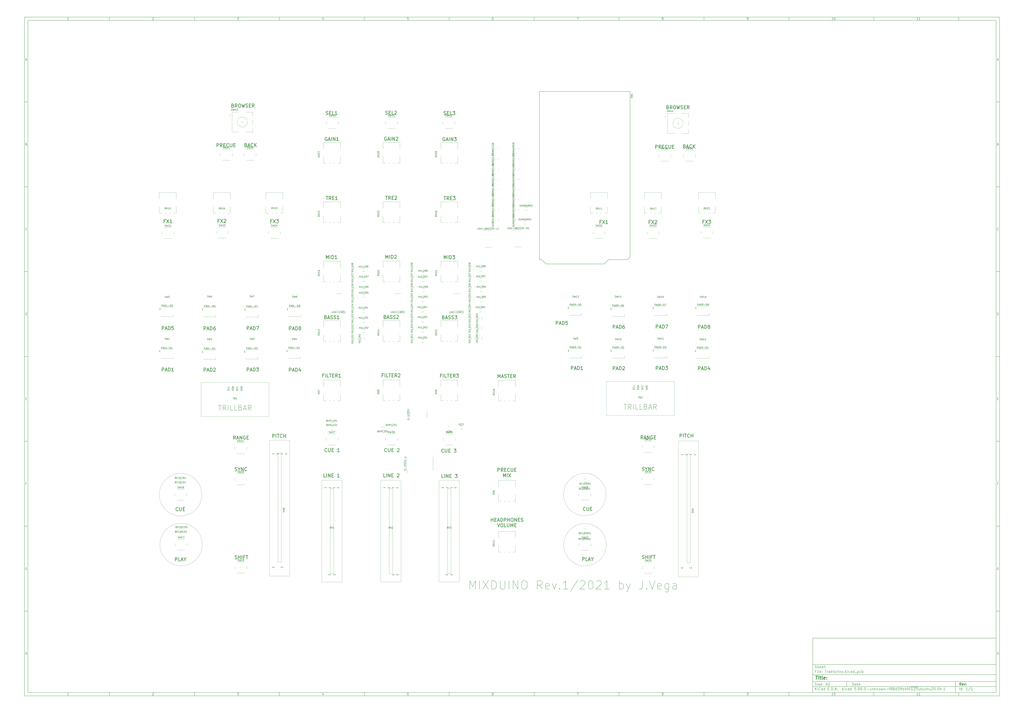
<source format=gbr>
%TF.GenerationSoftware,KiCad,Pcbnew,5.99.0-unknown-f88d39b4f0~125~ubuntu20.04.1*%
%TF.CreationDate,2021-04-04T03:48:13+02:00*%
%TF.ProjectId,Traktorino,5472616b-746f-4726-996e-6f2e6b696361,rev?*%
%TF.SameCoordinates,Original*%
%TF.FileFunction,Legend,Top*%
%TF.FilePolarity,Positive*%
%FSLAX46Y46*%
G04 Gerber Fmt 4.6, Leading zero omitted, Abs format (unit mm)*
G04 Created by KiCad (PCBNEW 5.99.0-unknown-f88d39b4f0~125~ubuntu20.04.1) date 2021-04-04 03:48:13*
%MOMM*%
%LPD*%
G01*
G04 APERTURE LIST*
%ADD10C,0.100000*%
%ADD11C,0.150000*%
%ADD12C,0.300000*%
%ADD13C,0.400000*%
%ADD14C,0.120000*%
G04 APERTURE END LIST*
D10*
D11*
X474004400Y-375989000D02*
X474004400Y-407989000D01*
X582004400Y-407989000D01*
X582004400Y-375989000D01*
X474004400Y-375989000D01*
D10*
D11*
X10000000Y-10000000D02*
X10000000Y-409989000D01*
X584004400Y-409989000D01*
X584004400Y-10000000D01*
X10000000Y-10000000D01*
D10*
D11*
X12000000Y-12000000D02*
X12000000Y-407989000D01*
X582004400Y-407989000D01*
X582004400Y-12000000D01*
X12000000Y-12000000D01*
D10*
D11*
X60000000Y-12000000D02*
X60000000Y-10000000D01*
D10*
D11*
X110000000Y-12000000D02*
X110000000Y-10000000D01*
D10*
D11*
X160000000Y-12000000D02*
X160000000Y-10000000D01*
D10*
D11*
X210000000Y-12000000D02*
X210000000Y-10000000D01*
D10*
D11*
X260000000Y-12000000D02*
X260000000Y-10000000D01*
D10*
D11*
X310000000Y-12000000D02*
X310000000Y-10000000D01*
D10*
D11*
X360000000Y-12000000D02*
X360000000Y-10000000D01*
D10*
D11*
X410000000Y-12000000D02*
X410000000Y-10000000D01*
D10*
D11*
X460000000Y-12000000D02*
X460000000Y-10000000D01*
D10*
D11*
X510000000Y-12000000D02*
X510000000Y-10000000D01*
D10*
D11*
X560000000Y-12000000D02*
X560000000Y-10000000D01*
D10*
D11*
X36065476Y-11588095D02*
X35322619Y-11588095D01*
X35694047Y-11588095D02*
X35694047Y-10288095D01*
X35570238Y-10473809D01*
X35446428Y-10597619D01*
X35322619Y-10659523D01*
D10*
D11*
X85322619Y-10411904D02*
X85384523Y-10350000D01*
X85508333Y-10288095D01*
X85817857Y-10288095D01*
X85941666Y-10350000D01*
X86003571Y-10411904D01*
X86065476Y-10535714D01*
X86065476Y-10659523D01*
X86003571Y-10845238D01*
X85260714Y-11588095D01*
X86065476Y-11588095D01*
D10*
D11*
X135260714Y-10288095D02*
X136065476Y-10288095D01*
X135632142Y-10783333D01*
X135817857Y-10783333D01*
X135941666Y-10845238D01*
X136003571Y-10907142D01*
X136065476Y-11030952D01*
X136065476Y-11340476D01*
X136003571Y-11464285D01*
X135941666Y-11526190D01*
X135817857Y-11588095D01*
X135446428Y-11588095D01*
X135322619Y-11526190D01*
X135260714Y-11464285D01*
D10*
D11*
X185941666Y-10721428D02*
X185941666Y-11588095D01*
X185632142Y-10226190D02*
X185322619Y-11154761D01*
X186127380Y-11154761D01*
D10*
D11*
X236003571Y-10288095D02*
X235384523Y-10288095D01*
X235322619Y-10907142D01*
X235384523Y-10845238D01*
X235508333Y-10783333D01*
X235817857Y-10783333D01*
X235941666Y-10845238D01*
X236003571Y-10907142D01*
X236065476Y-11030952D01*
X236065476Y-11340476D01*
X236003571Y-11464285D01*
X235941666Y-11526190D01*
X235817857Y-11588095D01*
X235508333Y-11588095D01*
X235384523Y-11526190D01*
X235322619Y-11464285D01*
D10*
D11*
X285941666Y-10288095D02*
X285694047Y-10288095D01*
X285570238Y-10350000D01*
X285508333Y-10411904D01*
X285384523Y-10597619D01*
X285322619Y-10845238D01*
X285322619Y-11340476D01*
X285384523Y-11464285D01*
X285446428Y-11526190D01*
X285570238Y-11588095D01*
X285817857Y-11588095D01*
X285941666Y-11526190D01*
X286003571Y-11464285D01*
X286065476Y-11340476D01*
X286065476Y-11030952D01*
X286003571Y-10907142D01*
X285941666Y-10845238D01*
X285817857Y-10783333D01*
X285570238Y-10783333D01*
X285446428Y-10845238D01*
X285384523Y-10907142D01*
X285322619Y-11030952D01*
D10*
D11*
X335260714Y-10288095D02*
X336127380Y-10288095D01*
X335570238Y-11588095D01*
D10*
D11*
X385570238Y-10845238D02*
X385446428Y-10783333D01*
X385384523Y-10721428D01*
X385322619Y-10597619D01*
X385322619Y-10535714D01*
X385384523Y-10411904D01*
X385446428Y-10350000D01*
X385570238Y-10288095D01*
X385817857Y-10288095D01*
X385941666Y-10350000D01*
X386003571Y-10411904D01*
X386065476Y-10535714D01*
X386065476Y-10597619D01*
X386003571Y-10721428D01*
X385941666Y-10783333D01*
X385817857Y-10845238D01*
X385570238Y-10845238D01*
X385446428Y-10907142D01*
X385384523Y-10969047D01*
X385322619Y-11092857D01*
X385322619Y-11340476D01*
X385384523Y-11464285D01*
X385446428Y-11526190D01*
X385570238Y-11588095D01*
X385817857Y-11588095D01*
X385941666Y-11526190D01*
X386003571Y-11464285D01*
X386065476Y-11340476D01*
X386065476Y-11092857D01*
X386003571Y-10969047D01*
X385941666Y-10907142D01*
X385817857Y-10845238D01*
D10*
D11*
X435446428Y-11588095D02*
X435694047Y-11588095D01*
X435817857Y-11526190D01*
X435879761Y-11464285D01*
X436003571Y-11278571D01*
X436065476Y-11030952D01*
X436065476Y-10535714D01*
X436003571Y-10411904D01*
X435941666Y-10350000D01*
X435817857Y-10288095D01*
X435570238Y-10288095D01*
X435446428Y-10350000D01*
X435384523Y-10411904D01*
X435322619Y-10535714D01*
X435322619Y-10845238D01*
X435384523Y-10969047D01*
X435446428Y-11030952D01*
X435570238Y-11092857D01*
X435817857Y-11092857D01*
X435941666Y-11030952D01*
X436003571Y-10969047D01*
X436065476Y-10845238D01*
D10*
D11*
X486065476Y-11588095D02*
X485322619Y-11588095D01*
X485694047Y-11588095D02*
X485694047Y-10288095D01*
X485570238Y-10473809D01*
X485446428Y-10597619D01*
X485322619Y-10659523D01*
X486870238Y-10288095D02*
X486994047Y-10288095D01*
X487117857Y-10350000D01*
X487179761Y-10411904D01*
X487241666Y-10535714D01*
X487303571Y-10783333D01*
X487303571Y-11092857D01*
X487241666Y-11340476D01*
X487179761Y-11464285D01*
X487117857Y-11526190D01*
X486994047Y-11588095D01*
X486870238Y-11588095D01*
X486746428Y-11526190D01*
X486684523Y-11464285D01*
X486622619Y-11340476D01*
X486560714Y-11092857D01*
X486560714Y-10783333D01*
X486622619Y-10535714D01*
X486684523Y-10411904D01*
X486746428Y-10350000D01*
X486870238Y-10288095D01*
D10*
D11*
X536065476Y-11588095D02*
X535322619Y-11588095D01*
X535694047Y-11588095D02*
X535694047Y-10288095D01*
X535570238Y-10473809D01*
X535446428Y-10597619D01*
X535322619Y-10659523D01*
X537303571Y-11588095D02*
X536560714Y-11588095D01*
X536932142Y-11588095D02*
X536932142Y-10288095D01*
X536808333Y-10473809D01*
X536684523Y-10597619D01*
X536560714Y-10659523D01*
D10*
D11*
X60000000Y-407989000D02*
X60000000Y-409989000D01*
D10*
D11*
X110000000Y-407989000D02*
X110000000Y-409989000D01*
D10*
D11*
X160000000Y-407989000D02*
X160000000Y-409989000D01*
D10*
D11*
X210000000Y-407989000D02*
X210000000Y-409989000D01*
D10*
D11*
X260000000Y-407989000D02*
X260000000Y-409989000D01*
D10*
D11*
X310000000Y-407989000D02*
X310000000Y-409989000D01*
D10*
D11*
X360000000Y-407989000D02*
X360000000Y-409989000D01*
D10*
D11*
X410000000Y-407989000D02*
X410000000Y-409989000D01*
D10*
D11*
X460000000Y-407989000D02*
X460000000Y-409989000D01*
D10*
D11*
X510000000Y-407989000D02*
X510000000Y-409989000D01*
D10*
D11*
X560000000Y-407989000D02*
X560000000Y-409989000D01*
D10*
D11*
X36065476Y-409577095D02*
X35322619Y-409577095D01*
X35694047Y-409577095D02*
X35694047Y-408277095D01*
X35570238Y-408462809D01*
X35446428Y-408586619D01*
X35322619Y-408648523D01*
D10*
D11*
X85322619Y-408400904D02*
X85384523Y-408339000D01*
X85508333Y-408277095D01*
X85817857Y-408277095D01*
X85941666Y-408339000D01*
X86003571Y-408400904D01*
X86065476Y-408524714D01*
X86065476Y-408648523D01*
X86003571Y-408834238D01*
X85260714Y-409577095D01*
X86065476Y-409577095D01*
D10*
D11*
X135260714Y-408277095D02*
X136065476Y-408277095D01*
X135632142Y-408772333D01*
X135817857Y-408772333D01*
X135941666Y-408834238D01*
X136003571Y-408896142D01*
X136065476Y-409019952D01*
X136065476Y-409329476D01*
X136003571Y-409453285D01*
X135941666Y-409515190D01*
X135817857Y-409577095D01*
X135446428Y-409577095D01*
X135322619Y-409515190D01*
X135260714Y-409453285D01*
D10*
D11*
X185941666Y-408710428D02*
X185941666Y-409577095D01*
X185632142Y-408215190D02*
X185322619Y-409143761D01*
X186127380Y-409143761D01*
D10*
D11*
X236003571Y-408277095D02*
X235384523Y-408277095D01*
X235322619Y-408896142D01*
X235384523Y-408834238D01*
X235508333Y-408772333D01*
X235817857Y-408772333D01*
X235941666Y-408834238D01*
X236003571Y-408896142D01*
X236065476Y-409019952D01*
X236065476Y-409329476D01*
X236003571Y-409453285D01*
X235941666Y-409515190D01*
X235817857Y-409577095D01*
X235508333Y-409577095D01*
X235384523Y-409515190D01*
X235322619Y-409453285D01*
D10*
D11*
X285941666Y-408277095D02*
X285694047Y-408277095D01*
X285570238Y-408339000D01*
X285508333Y-408400904D01*
X285384523Y-408586619D01*
X285322619Y-408834238D01*
X285322619Y-409329476D01*
X285384523Y-409453285D01*
X285446428Y-409515190D01*
X285570238Y-409577095D01*
X285817857Y-409577095D01*
X285941666Y-409515190D01*
X286003571Y-409453285D01*
X286065476Y-409329476D01*
X286065476Y-409019952D01*
X286003571Y-408896142D01*
X285941666Y-408834238D01*
X285817857Y-408772333D01*
X285570238Y-408772333D01*
X285446428Y-408834238D01*
X285384523Y-408896142D01*
X285322619Y-409019952D01*
D10*
D11*
X335260714Y-408277095D02*
X336127380Y-408277095D01*
X335570238Y-409577095D01*
D10*
D11*
X385570238Y-408834238D02*
X385446428Y-408772333D01*
X385384523Y-408710428D01*
X385322619Y-408586619D01*
X385322619Y-408524714D01*
X385384523Y-408400904D01*
X385446428Y-408339000D01*
X385570238Y-408277095D01*
X385817857Y-408277095D01*
X385941666Y-408339000D01*
X386003571Y-408400904D01*
X386065476Y-408524714D01*
X386065476Y-408586619D01*
X386003571Y-408710428D01*
X385941666Y-408772333D01*
X385817857Y-408834238D01*
X385570238Y-408834238D01*
X385446428Y-408896142D01*
X385384523Y-408958047D01*
X385322619Y-409081857D01*
X385322619Y-409329476D01*
X385384523Y-409453285D01*
X385446428Y-409515190D01*
X385570238Y-409577095D01*
X385817857Y-409577095D01*
X385941666Y-409515190D01*
X386003571Y-409453285D01*
X386065476Y-409329476D01*
X386065476Y-409081857D01*
X386003571Y-408958047D01*
X385941666Y-408896142D01*
X385817857Y-408834238D01*
D10*
D11*
X435446428Y-409577095D02*
X435694047Y-409577095D01*
X435817857Y-409515190D01*
X435879761Y-409453285D01*
X436003571Y-409267571D01*
X436065476Y-409019952D01*
X436065476Y-408524714D01*
X436003571Y-408400904D01*
X435941666Y-408339000D01*
X435817857Y-408277095D01*
X435570238Y-408277095D01*
X435446428Y-408339000D01*
X435384523Y-408400904D01*
X435322619Y-408524714D01*
X435322619Y-408834238D01*
X435384523Y-408958047D01*
X435446428Y-409019952D01*
X435570238Y-409081857D01*
X435817857Y-409081857D01*
X435941666Y-409019952D01*
X436003571Y-408958047D01*
X436065476Y-408834238D01*
D10*
D11*
X486065476Y-409577095D02*
X485322619Y-409577095D01*
X485694047Y-409577095D02*
X485694047Y-408277095D01*
X485570238Y-408462809D01*
X485446428Y-408586619D01*
X485322619Y-408648523D01*
X486870238Y-408277095D02*
X486994047Y-408277095D01*
X487117857Y-408339000D01*
X487179761Y-408400904D01*
X487241666Y-408524714D01*
X487303571Y-408772333D01*
X487303571Y-409081857D01*
X487241666Y-409329476D01*
X487179761Y-409453285D01*
X487117857Y-409515190D01*
X486994047Y-409577095D01*
X486870238Y-409577095D01*
X486746428Y-409515190D01*
X486684523Y-409453285D01*
X486622619Y-409329476D01*
X486560714Y-409081857D01*
X486560714Y-408772333D01*
X486622619Y-408524714D01*
X486684523Y-408400904D01*
X486746428Y-408339000D01*
X486870238Y-408277095D01*
D10*
D11*
X536065476Y-409577095D02*
X535322619Y-409577095D01*
X535694047Y-409577095D02*
X535694047Y-408277095D01*
X535570238Y-408462809D01*
X535446428Y-408586619D01*
X535322619Y-408648523D01*
X537303571Y-409577095D02*
X536560714Y-409577095D01*
X536932142Y-409577095D02*
X536932142Y-408277095D01*
X536808333Y-408462809D01*
X536684523Y-408586619D01*
X536560714Y-408648523D01*
D10*
D11*
X10000000Y-60000000D02*
X12000000Y-60000000D01*
D10*
D11*
X10000000Y-110000000D02*
X12000000Y-110000000D01*
D10*
D11*
X10000000Y-160000000D02*
X12000000Y-160000000D01*
D10*
D11*
X10000000Y-210000000D02*
X12000000Y-210000000D01*
D10*
D11*
X10000000Y-260000000D02*
X12000000Y-260000000D01*
D10*
D11*
X10000000Y-310000000D02*
X12000000Y-310000000D01*
D10*
D11*
X10000000Y-360000000D02*
X12000000Y-360000000D01*
D10*
D11*
X10690476Y-35216666D02*
X11309523Y-35216666D01*
X10566666Y-35588095D02*
X11000000Y-34288095D01*
X11433333Y-35588095D01*
D10*
D11*
X11092857Y-84907142D02*
X11278571Y-84969047D01*
X11340476Y-85030952D01*
X11402380Y-85154761D01*
X11402380Y-85340476D01*
X11340476Y-85464285D01*
X11278571Y-85526190D01*
X11154761Y-85588095D01*
X10659523Y-85588095D01*
X10659523Y-84288095D01*
X11092857Y-84288095D01*
X11216666Y-84350000D01*
X11278571Y-84411904D01*
X11340476Y-84535714D01*
X11340476Y-84659523D01*
X11278571Y-84783333D01*
X11216666Y-84845238D01*
X11092857Y-84907142D01*
X10659523Y-84907142D01*
D10*
D11*
X11402380Y-135464285D02*
X11340476Y-135526190D01*
X11154761Y-135588095D01*
X11030952Y-135588095D01*
X10845238Y-135526190D01*
X10721428Y-135402380D01*
X10659523Y-135278571D01*
X10597619Y-135030952D01*
X10597619Y-134845238D01*
X10659523Y-134597619D01*
X10721428Y-134473809D01*
X10845238Y-134350000D01*
X11030952Y-134288095D01*
X11154761Y-134288095D01*
X11340476Y-134350000D01*
X11402380Y-134411904D01*
D10*
D11*
X10659523Y-185588095D02*
X10659523Y-184288095D01*
X10969047Y-184288095D01*
X11154761Y-184350000D01*
X11278571Y-184473809D01*
X11340476Y-184597619D01*
X11402380Y-184845238D01*
X11402380Y-185030952D01*
X11340476Y-185278571D01*
X11278571Y-185402380D01*
X11154761Y-185526190D01*
X10969047Y-185588095D01*
X10659523Y-185588095D01*
D10*
D11*
X10721428Y-234907142D02*
X11154761Y-234907142D01*
X11340476Y-235588095D02*
X10721428Y-235588095D01*
X10721428Y-234288095D01*
X11340476Y-234288095D01*
D10*
D11*
X11185714Y-284907142D02*
X10752380Y-284907142D01*
X10752380Y-285588095D02*
X10752380Y-284288095D01*
X11371428Y-284288095D01*
D10*
D11*
X11340476Y-334350000D02*
X11216666Y-334288095D01*
X11030952Y-334288095D01*
X10845238Y-334350000D01*
X10721428Y-334473809D01*
X10659523Y-334597619D01*
X10597619Y-334845238D01*
X10597619Y-335030952D01*
X10659523Y-335278571D01*
X10721428Y-335402380D01*
X10845238Y-335526190D01*
X11030952Y-335588095D01*
X11154761Y-335588095D01*
X11340476Y-335526190D01*
X11402380Y-335464285D01*
X11402380Y-335030952D01*
X11154761Y-335030952D01*
D10*
D11*
X10628571Y-385588095D02*
X10628571Y-384288095D01*
X10628571Y-384907142D02*
X11371428Y-384907142D01*
X11371428Y-385588095D02*
X11371428Y-384288095D01*
D10*
D11*
X584004400Y-60000000D02*
X582004400Y-60000000D01*
D10*
D11*
X584004400Y-110000000D02*
X582004400Y-110000000D01*
D10*
D11*
X584004400Y-160000000D02*
X582004400Y-160000000D01*
D10*
D11*
X584004400Y-210000000D02*
X582004400Y-210000000D01*
D10*
D11*
X584004400Y-260000000D02*
X582004400Y-260000000D01*
D10*
D11*
X584004400Y-310000000D02*
X582004400Y-310000000D01*
D10*
D11*
X584004400Y-360000000D02*
X582004400Y-360000000D01*
D10*
D11*
X582694876Y-35216666D02*
X583313923Y-35216666D01*
X582571066Y-35588095D02*
X583004400Y-34288095D01*
X583437733Y-35588095D01*
D10*
D11*
X583097257Y-84907142D02*
X583282971Y-84969047D01*
X583344876Y-85030952D01*
X583406780Y-85154761D01*
X583406780Y-85340476D01*
X583344876Y-85464285D01*
X583282971Y-85526190D01*
X583159161Y-85588095D01*
X582663923Y-85588095D01*
X582663923Y-84288095D01*
X583097257Y-84288095D01*
X583221066Y-84350000D01*
X583282971Y-84411904D01*
X583344876Y-84535714D01*
X583344876Y-84659523D01*
X583282971Y-84783333D01*
X583221066Y-84845238D01*
X583097257Y-84907142D01*
X582663923Y-84907142D01*
D10*
D11*
X583406780Y-135464285D02*
X583344876Y-135526190D01*
X583159161Y-135588095D01*
X583035352Y-135588095D01*
X582849638Y-135526190D01*
X582725828Y-135402380D01*
X582663923Y-135278571D01*
X582602019Y-135030952D01*
X582602019Y-134845238D01*
X582663923Y-134597619D01*
X582725828Y-134473809D01*
X582849638Y-134350000D01*
X583035352Y-134288095D01*
X583159161Y-134288095D01*
X583344876Y-134350000D01*
X583406780Y-134411904D01*
D10*
D11*
X582663923Y-185588095D02*
X582663923Y-184288095D01*
X582973447Y-184288095D01*
X583159161Y-184350000D01*
X583282971Y-184473809D01*
X583344876Y-184597619D01*
X583406780Y-184845238D01*
X583406780Y-185030952D01*
X583344876Y-185278571D01*
X583282971Y-185402380D01*
X583159161Y-185526190D01*
X582973447Y-185588095D01*
X582663923Y-185588095D01*
D10*
D11*
X582725828Y-234907142D02*
X583159161Y-234907142D01*
X583344876Y-235588095D02*
X582725828Y-235588095D01*
X582725828Y-234288095D01*
X583344876Y-234288095D01*
D10*
D11*
X583190114Y-284907142D02*
X582756780Y-284907142D01*
X582756780Y-285588095D02*
X582756780Y-284288095D01*
X583375828Y-284288095D01*
D10*
D11*
X583344876Y-334350000D02*
X583221066Y-334288095D01*
X583035352Y-334288095D01*
X582849638Y-334350000D01*
X582725828Y-334473809D01*
X582663923Y-334597619D01*
X582602019Y-334845238D01*
X582602019Y-335030952D01*
X582663923Y-335278571D01*
X582725828Y-335402380D01*
X582849638Y-335526190D01*
X583035352Y-335588095D01*
X583159161Y-335588095D01*
X583344876Y-335526190D01*
X583406780Y-335464285D01*
X583406780Y-335030952D01*
X583159161Y-335030952D01*
D10*
D11*
X582632971Y-385588095D02*
X582632971Y-384288095D01*
X582632971Y-384907142D02*
X583375828Y-384907142D01*
X583375828Y-385588095D02*
X583375828Y-384288095D01*
D10*
D11*
X497436542Y-403767571D02*
X497436542Y-402267571D01*
X497793685Y-402267571D01*
X498007971Y-402339000D01*
X498150828Y-402481857D01*
X498222257Y-402624714D01*
X498293685Y-402910428D01*
X498293685Y-403124714D01*
X498222257Y-403410428D01*
X498150828Y-403553285D01*
X498007971Y-403696142D01*
X497793685Y-403767571D01*
X497436542Y-403767571D01*
X499579400Y-403767571D02*
X499579400Y-402981857D01*
X499507971Y-402839000D01*
X499365114Y-402767571D01*
X499079400Y-402767571D01*
X498936542Y-402839000D01*
X499579400Y-403696142D02*
X499436542Y-403767571D01*
X499079400Y-403767571D01*
X498936542Y-403696142D01*
X498865114Y-403553285D01*
X498865114Y-403410428D01*
X498936542Y-403267571D01*
X499079400Y-403196142D01*
X499436542Y-403196142D01*
X499579400Y-403124714D01*
X500079400Y-402767571D02*
X500650828Y-402767571D01*
X500293685Y-402267571D02*
X500293685Y-403553285D01*
X500365114Y-403696142D01*
X500507971Y-403767571D01*
X500650828Y-403767571D01*
X501722257Y-403696142D02*
X501579400Y-403767571D01*
X501293685Y-403767571D01*
X501150828Y-403696142D01*
X501079400Y-403553285D01*
X501079400Y-402981857D01*
X501150828Y-402839000D01*
X501293685Y-402767571D01*
X501579400Y-402767571D01*
X501722257Y-402839000D01*
X501793685Y-402981857D01*
X501793685Y-403124714D01*
X501079400Y-403267571D01*
X502436542Y-403624714D02*
X502507971Y-403696142D01*
X502436542Y-403767571D01*
X502365114Y-403696142D01*
X502436542Y-403624714D01*
X502436542Y-403767571D01*
X502436542Y-402839000D02*
X502507971Y-402910428D01*
X502436542Y-402981857D01*
X502365114Y-402910428D01*
X502436542Y-402839000D01*
X502436542Y-402981857D01*
D10*
D11*
X474004400Y-404489000D02*
X582004400Y-404489000D01*
D10*
D11*
X475436542Y-406567571D02*
X475436542Y-405067571D01*
X476293685Y-406567571D02*
X475650828Y-405710428D01*
X476293685Y-405067571D02*
X475436542Y-405924714D01*
X476936542Y-406567571D02*
X476936542Y-405567571D01*
X476936542Y-405067571D02*
X476865114Y-405139000D01*
X476936542Y-405210428D01*
X477007971Y-405139000D01*
X476936542Y-405067571D01*
X476936542Y-405210428D01*
X478507971Y-406424714D02*
X478436542Y-406496142D01*
X478222257Y-406567571D01*
X478079400Y-406567571D01*
X477865114Y-406496142D01*
X477722257Y-406353285D01*
X477650828Y-406210428D01*
X477579400Y-405924714D01*
X477579400Y-405710428D01*
X477650828Y-405424714D01*
X477722257Y-405281857D01*
X477865114Y-405139000D01*
X478079400Y-405067571D01*
X478222257Y-405067571D01*
X478436542Y-405139000D01*
X478507971Y-405210428D01*
X479793685Y-406567571D02*
X479793685Y-405781857D01*
X479722257Y-405639000D01*
X479579400Y-405567571D01*
X479293685Y-405567571D01*
X479150828Y-405639000D01*
X479793685Y-406496142D02*
X479650828Y-406567571D01*
X479293685Y-406567571D01*
X479150828Y-406496142D01*
X479079400Y-406353285D01*
X479079400Y-406210428D01*
X479150828Y-406067571D01*
X479293685Y-405996142D01*
X479650828Y-405996142D01*
X479793685Y-405924714D01*
X481150828Y-406567571D02*
X481150828Y-405067571D01*
X481150828Y-406496142D02*
X481007971Y-406567571D01*
X480722257Y-406567571D01*
X480579400Y-406496142D01*
X480507971Y-406424714D01*
X480436542Y-406281857D01*
X480436542Y-405853285D01*
X480507971Y-405710428D01*
X480579400Y-405639000D01*
X480722257Y-405567571D01*
X481007971Y-405567571D01*
X481150828Y-405639000D01*
X483007971Y-405781857D02*
X483507971Y-405781857D01*
X483722257Y-406567571D02*
X483007971Y-406567571D01*
X483007971Y-405067571D01*
X483722257Y-405067571D01*
X484365114Y-406424714D02*
X484436542Y-406496142D01*
X484365114Y-406567571D01*
X484293685Y-406496142D01*
X484365114Y-406424714D01*
X484365114Y-406567571D01*
X485079400Y-406567571D02*
X485079400Y-405067571D01*
X485436542Y-405067571D01*
X485650828Y-405139000D01*
X485793685Y-405281857D01*
X485865114Y-405424714D01*
X485936542Y-405710428D01*
X485936542Y-405924714D01*
X485865114Y-406210428D01*
X485793685Y-406353285D01*
X485650828Y-406496142D01*
X485436542Y-406567571D01*
X485079400Y-406567571D01*
X486579400Y-406424714D02*
X486650828Y-406496142D01*
X486579400Y-406567571D01*
X486507971Y-406496142D01*
X486579400Y-406424714D01*
X486579400Y-406567571D01*
X487222257Y-406139000D02*
X487936542Y-406139000D01*
X487079400Y-406567571D02*
X487579400Y-405067571D01*
X488079400Y-406567571D01*
X488579400Y-406424714D02*
X488650828Y-406496142D01*
X488579400Y-406567571D01*
X488507971Y-406496142D01*
X488579400Y-406424714D01*
X488579400Y-406567571D01*
X491579400Y-406567571D02*
X491579400Y-405067571D01*
X491722257Y-405996142D02*
X492150828Y-406567571D01*
X492150828Y-405567571D02*
X491579400Y-406139000D01*
X492793685Y-406567571D02*
X492793685Y-405567571D01*
X492793685Y-405067571D02*
X492722257Y-405139000D01*
X492793685Y-405210428D01*
X492865114Y-405139000D01*
X492793685Y-405067571D01*
X492793685Y-405210428D01*
X494150828Y-406496142D02*
X494007971Y-406567571D01*
X493722257Y-406567571D01*
X493579400Y-406496142D01*
X493507971Y-406424714D01*
X493436542Y-406281857D01*
X493436542Y-405853285D01*
X493507971Y-405710428D01*
X493579400Y-405639000D01*
X493722257Y-405567571D01*
X494007971Y-405567571D01*
X494150828Y-405639000D01*
X495436542Y-406567571D02*
X495436542Y-405781857D01*
X495365114Y-405639000D01*
X495222257Y-405567571D01*
X494936542Y-405567571D01*
X494793685Y-405639000D01*
X495436542Y-406496142D02*
X495293685Y-406567571D01*
X494936542Y-406567571D01*
X494793685Y-406496142D01*
X494722257Y-406353285D01*
X494722257Y-406210428D01*
X494793685Y-406067571D01*
X494936542Y-405996142D01*
X495293685Y-405996142D01*
X495436542Y-405924714D01*
X496793685Y-406567571D02*
X496793685Y-405067571D01*
X496793685Y-406496142D02*
X496650828Y-406567571D01*
X496365114Y-406567571D01*
X496222257Y-406496142D01*
X496150828Y-406424714D01*
X496079400Y-406281857D01*
X496079400Y-405853285D01*
X496150828Y-405710428D01*
X496222257Y-405639000D01*
X496365114Y-405567571D01*
X496650828Y-405567571D01*
X496793685Y-405639000D01*
X499365114Y-405067571D02*
X498650828Y-405067571D01*
X498579400Y-405781857D01*
X498650828Y-405710428D01*
X498793685Y-405639000D01*
X499150828Y-405639000D01*
X499293685Y-405710428D01*
X499365114Y-405781857D01*
X499436542Y-405924714D01*
X499436542Y-406281857D01*
X499365114Y-406424714D01*
X499293685Y-406496142D01*
X499150828Y-406567571D01*
X498793685Y-406567571D01*
X498650828Y-406496142D01*
X498579400Y-406424714D01*
X500079400Y-406424714D02*
X500150828Y-406496142D01*
X500079400Y-406567571D01*
X500007971Y-406496142D01*
X500079400Y-406424714D01*
X500079400Y-406567571D01*
X500865114Y-406567571D02*
X501150828Y-406567571D01*
X501293685Y-406496142D01*
X501365114Y-406424714D01*
X501507971Y-406210428D01*
X501579400Y-405924714D01*
X501579400Y-405353285D01*
X501507971Y-405210428D01*
X501436542Y-405139000D01*
X501293685Y-405067571D01*
X501007971Y-405067571D01*
X500865114Y-405139000D01*
X500793685Y-405210428D01*
X500722257Y-405353285D01*
X500722257Y-405710428D01*
X500793685Y-405853285D01*
X500865114Y-405924714D01*
X501007971Y-405996142D01*
X501293685Y-405996142D01*
X501436542Y-405924714D01*
X501507971Y-405853285D01*
X501579400Y-405710428D01*
X502293685Y-406567571D02*
X502579400Y-406567571D01*
X502722257Y-406496142D01*
X502793685Y-406424714D01*
X502936542Y-406210428D01*
X503007971Y-405924714D01*
X503007971Y-405353285D01*
X502936542Y-405210428D01*
X502865114Y-405139000D01*
X502722257Y-405067571D01*
X502436542Y-405067571D01*
X502293685Y-405139000D01*
X502222257Y-405210428D01*
X502150828Y-405353285D01*
X502150828Y-405710428D01*
X502222257Y-405853285D01*
X502293685Y-405924714D01*
X502436542Y-405996142D01*
X502722257Y-405996142D01*
X502865114Y-405924714D01*
X502936542Y-405853285D01*
X503007971Y-405710428D01*
X503650828Y-406424714D02*
X503722257Y-406496142D01*
X503650828Y-406567571D01*
X503579400Y-406496142D01*
X503650828Y-406424714D01*
X503650828Y-406567571D01*
X504650828Y-405067571D02*
X504793685Y-405067571D01*
X504936542Y-405139000D01*
X505007971Y-405210428D01*
X505079400Y-405353285D01*
X505150828Y-405639000D01*
X505150828Y-405996142D01*
X505079400Y-406281857D01*
X505007971Y-406424714D01*
X504936542Y-406496142D01*
X504793685Y-406567571D01*
X504650828Y-406567571D01*
X504507971Y-406496142D01*
X504436542Y-406424714D01*
X504365114Y-406281857D01*
X504293685Y-405996142D01*
X504293685Y-405639000D01*
X504365114Y-405353285D01*
X504436542Y-405210428D01*
X504507971Y-405139000D01*
X504650828Y-405067571D01*
X505793685Y-405996142D02*
X506936542Y-405996142D01*
X508293685Y-405567571D02*
X508293685Y-406567571D01*
X507650828Y-405567571D02*
X507650828Y-406353285D01*
X507722257Y-406496142D01*
X507865114Y-406567571D01*
X508079400Y-406567571D01*
X508222257Y-406496142D01*
X508293685Y-406424714D01*
X509007971Y-405567571D02*
X509007971Y-406567571D01*
X509007971Y-405710428D02*
X509079400Y-405639000D01*
X509222257Y-405567571D01*
X509436542Y-405567571D01*
X509579400Y-405639000D01*
X509650828Y-405781857D01*
X509650828Y-406567571D01*
X510365114Y-406567571D02*
X510365114Y-405067571D01*
X510507971Y-405996142D02*
X510936542Y-406567571D01*
X510936542Y-405567571D02*
X510365114Y-406139000D01*
X511579400Y-405567571D02*
X511579400Y-406567571D01*
X511579400Y-405710428D02*
X511650828Y-405639000D01*
X511793685Y-405567571D01*
X512007971Y-405567571D01*
X512150828Y-405639000D01*
X512222257Y-405781857D01*
X512222257Y-406567571D01*
X513150828Y-406567571D02*
X513007971Y-406496142D01*
X512936542Y-406424714D01*
X512865114Y-406281857D01*
X512865114Y-405853285D01*
X512936542Y-405710428D01*
X513007971Y-405639000D01*
X513150828Y-405567571D01*
X513365114Y-405567571D01*
X513507971Y-405639000D01*
X513579400Y-405710428D01*
X513650828Y-405853285D01*
X513650828Y-406281857D01*
X513579400Y-406424714D01*
X513507971Y-406496142D01*
X513365114Y-406567571D01*
X513150828Y-406567571D01*
X514150828Y-405567571D02*
X514436542Y-406567571D01*
X514722257Y-405853285D01*
X515007971Y-406567571D01*
X515293685Y-405567571D01*
X515865114Y-405567571D02*
X515865114Y-406567571D01*
X515865114Y-405710428D02*
X515936542Y-405639000D01*
X516079400Y-405567571D01*
X516293685Y-405567571D01*
X516436542Y-405639000D01*
X516507971Y-405781857D01*
X516507971Y-406567571D01*
X517222257Y-405996142D02*
X518365114Y-405996142D01*
X518865114Y-405567571D02*
X519436542Y-405567571D01*
X519079400Y-406567571D02*
X519079400Y-405281857D01*
X519150828Y-405139000D01*
X519293685Y-405067571D01*
X519436542Y-405067571D01*
X520150828Y-405710428D02*
X520007971Y-405639000D01*
X519936542Y-405567571D01*
X519865114Y-405424714D01*
X519865114Y-405353285D01*
X519936542Y-405210428D01*
X520007971Y-405139000D01*
X520150828Y-405067571D01*
X520436542Y-405067571D01*
X520579400Y-405139000D01*
X520650828Y-405210428D01*
X520722257Y-405353285D01*
X520722257Y-405424714D01*
X520650828Y-405567571D01*
X520579400Y-405639000D01*
X520436542Y-405710428D01*
X520150828Y-405710428D01*
X520007971Y-405781857D01*
X519936542Y-405853285D01*
X519865114Y-405996142D01*
X519865114Y-406281857D01*
X519936542Y-406424714D01*
X520007971Y-406496142D01*
X520150828Y-406567571D01*
X520436542Y-406567571D01*
X520579400Y-406496142D01*
X520650828Y-406424714D01*
X520722257Y-406281857D01*
X520722257Y-405996142D01*
X520650828Y-405853285D01*
X520579400Y-405781857D01*
X520436542Y-405710428D01*
X521579400Y-405710428D02*
X521436542Y-405639000D01*
X521365114Y-405567571D01*
X521293685Y-405424714D01*
X521293685Y-405353285D01*
X521365114Y-405210428D01*
X521436542Y-405139000D01*
X521579400Y-405067571D01*
X521865114Y-405067571D01*
X522007971Y-405139000D01*
X522079400Y-405210428D01*
X522150828Y-405353285D01*
X522150828Y-405424714D01*
X522079400Y-405567571D01*
X522007971Y-405639000D01*
X521865114Y-405710428D01*
X521579400Y-405710428D01*
X521436542Y-405781857D01*
X521365114Y-405853285D01*
X521293685Y-405996142D01*
X521293685Y-406281857D01*
X521365114Y-406424714D01*
X521436542Y-406496142D01*
X521579400Y-406567571D01*
X521865114Y-406567571D01*
X522007971Y-406496142D01*
X522079400Y-406424714D01*
X522150828Y-406281857D01*
X522150828Y-405996142D01*
X522079400Y-405853285D01*
X522007971Y-405781857D01*
X521865114Y-405710428D01*
X523436542Y-406567571D02*
X523436542Y-405067571D01*
X523436542Y-406496142D02*
X523293685Y-406567571D01*
X523007971Y-406567571D01*
X522865114Y-406496142D01*
X522793685Y-406424714D01*
X522722257Y-406281857D01*
X522722257Y-405853285D01*
X522793685Y-405710428D01*
X522865114Y-405639000D01*
X523007971Y-405567571D01*
X523293685Y-405567571D01*
X523436542Y-405639000D01*
X524007971Y-405067571D02*
X524936542Y-405067571D01*
X524436542Y-405639000D01*
X524650828Y-405639000D01*
X524793685Y-405710428D01*
X524865114Y-405781857D01*
X524936542Y-405924714D01*
X524936542Y-406281857D01*
X524865114Y-406424714D01*
X524793685Y-406496142D01*
X524650828Y-406567571D01*
X524222257Y-406567571D01*
X524079400Y-406496142D01*
X524007971Y-406424714D01*
X525650828Y-406567571D02*
X525936542Y-406567571D01*
X526079400Y-406496142D01*
X526150828Y-406424714D01*
X526293685Y-406210428D01*
X526365114Y-405924714D01*
X526365114Y-405353285D01*
X526293685Y-405210428D01*
X526222257Y-405139000D01*
X526079400Y-405067571D01*
X525793685Y-405067571D01*
X525650828Y-405139000D01*
X525579400Y-405210428D01*
X525507971Y-405353285D01*
X525507971Y-405710428D01*
X525579400Y-405853285D01*
X525650828Y-405924714D01*
X525793685Y-405996142D01*
X526079400Y-405996142D01*
X526222257Y-405924714D01*
X526293685Y-405853285D01*
X526365114Y-405710428D01*
X527007971Y-406567571D02*
X527007971Y-405067571D01*
X527007971Y-405639000D02*
X527150828Y-405567571D01*
X527436542Y-405567571D01*
X527579400Y-405639000D01*
X527650828Y-405710428D01*
X527722257Y-405853285D01*
X527722257Y-406281857D01*
X527650828Y-406424714D01*
X527579400Y-406496142D01*
X527436542Y-406567571D01*
X527150828Y-406567571D01*
X527007971Y-406496142D01*
X529007971Y-405567571D02*
X529007971Y-406567571D01*
X528650828Y-404996142D02*
X528293685Y-406067571D01*
X529222257Y-406067571D01*
X529579400Y-405567571D02*
X530150828Y-405567571D01*
X529793685Y-406567571D02*
X529793685Y-405281857D01*
X529865114Y-405139000D01*
X530007971Y-405067571D01*
X530150828Y-405067571D01*
X530936542Y-405067571D02*
X531079400Y-405067571D01*
X531222257Y-405139000D01*
X531293685Y-405210428D01*
X531365114Y-405353285D01*
X531436542Y-405639000D01*
X531436542Y-405996142D01*
X531365114Y-406281857D01*
X531293685Y-406424714D01*
X531222257Y-406496142D01*
X531079400Y-406567571D01*
X530936542Y-406567571D01*
X530793685Y-406496142D01*
X530722257Y-406424714D01*
X530650828Y-406281857D01*
X530579400Y-405996142D01*
X530579400Y-405639000D01*
X530650828Y-405353285D01*
X530722257Y-405210428D01*
X530793685Y-405139000D01*
X530936542Y-405067571D01*
X531722257Y-404644000D02*
X533150828Y-404644000D01*
X532865114Y-406567571D02*
X532007971Y-406567571D01*
X532436542Y-406567571D02*
X532436542Y-405067571D01*
X532293685Y-405281857D01*
X532150828Y-405424714D01*
X532007971Y-405496142D01*
X533150828Y-404644000D02*
X534579400Y-404644000D01*
X533436542Y-405210428D02*
X533507971Y-405139000D01*
X533650828Y-405067571D01*
X534007971Y-405067571D01*
X534150828Y-405139000D01*
X534222257Y-405210428D01*
X534293685Y-405353285D01*
X534293685Y-405496142D01*
X534222257Y-405710428D01*
X533365114Y-406567571D01*
X534293685Y-406567571D01*
X534579400Y-404644000D02*
X536007971Y-404644000D01*
X535650828Y-405067571D02*
X534936542Y-405067571D01*
X534865114Y-405781857D01*
X534936542Y-405710428D01*
X535079400Y-405639000D01*
X535436542Y-405639000D01*
X535579400Y-405710428D01*
X535650828Y-405781857D01*
X535722257Y-405924714D01*
X535722257Y-406281857D01*
X535650828Y-406424714D01*
X535579400Y-406496142D01*
X535436542Y-406567571D01*
X535079400Y-406567571D01*
X534936542Y-406496142D01*
X534865114Y-406424714D01*
X537007971Y-405567571D02*
X537007971Y-406567571D01*
X536365114Y-405567571D02*
X536365114Y-406353285D01*
X536436542Y-406496142D01*
X536579400Y-406567571D01*
X536793685Y-406567571D01*
X536936542Y-406496142D01*
X537007971Y-406424714D01*
X537722257Y-406567571D02*
X537722257Y-405067571D01*
X537722257Y-405639000D02*
X537865114Y-405567571D01*
X538150828Y-405567571D01*
X538293685Y-405639000D01*
X538365114Y-405710428D01*
X538436542Y-405853285D01*
X538436542Y-406281857D01*
X538365114Y-406424714D01*
X538293685Y-406496142D01*
X538150828Y-406567571D01*
X537865114Y-406567571D01*
X537722257Y-406496142D01*
X539722257Y-405567571D02*
X539722257Y-406567571D01*
X539079400Y-405567571D02*
X539079400Y-406353285D01*
X539150828Y-406496142D01*
X539293685Y-406567571D01*
X539507971Y-406567571D01*
X539650828Y-406496142D01*
X539722257Y-406424714D01*
X540436542Y-405567571D02*
X540436542Y-406567571D01*
X540436542Y-405710428D02*
X540507971Y-405639000D01*
X540650828Y-405567571D01*
X540865114Y-405567571D01*
X541007971Y-405639000D01*
X541079400Y-405781857D01*
X541079400Y-406567571D01*
X541579400Y-405567571D02*
X542150828Y-405567571D01*
X541793685Y-405067571D02*
X541793685Y-406353285D01*
X541865114Y-406496142D01*
X542007971Y-406567571D01*
X542150828Y-406567571D01*
X543293685Y-405567571D02*
X543293685Y-406567571D01*
X542650828Y-405567571D02*
X542650828Y-406353285D01*
X542722257Y-406496142D01*
X542865114Y-406567571D01*
X543079400Y-406567571D01*
X543222257Y-406496142D01*
X543293685Y-406424714D01*
X543936542Y-405210428D02*
X544007971Y-405139000D01*
X544150828Y-405067571D01*
X544507971Y-405067571D01*
X544650828Y-405139000D01*
X544722257Y-405210428D01*
X544793685Y-405353285D01*
X544793685Y-405496142D01*
X544722257Y-405710428D01*
X543865114Y-406567571D01*
X544793685Y-406567571D01*
X545722257Y-405067571D02*
X545865114Y-405067571D01*
X546007971Y-405139000D01*
X546079400Y-405210428D01*
X546150828Y-405353285D01*
X546222257Y-405639000D01*
X546222257Y-405996142D01*
X546150828Y-406281857D01*
X546079400Y-406424714D01*
X546007971Y-406496142D01*
X545865114Y-406567571D01*
X545722257Y-406567571D01*
X545579400Y-406496142D01*
X545507971Y-406424714D01*
X545436542Y-406281857D01*
X545365114Y-405996142D01*
X545365114Y-405639000D01*
X545436542Y-405353285D01*
X545507971Y-405210428D01*
X545579400Y-405139000D01*
X545722257Y-405067571D01*
X546865114Y-406424714D02*
X546936542Y-406496142D01*
X546865114Y-406567571D01*
X546793685Y-406496142D01*
X546865114Y-406424714D01*
X546865114Y-406567571D01*
X547865114Y-405067571D02*
X548007971Y-405067571D01*
X548150828Y-405139000D01*
X548222257Y-405210428D01*
X548293685Y-405353285D01*
X548365114Y-405639000D01*
X548365114Y-405996142D01*
X548293685Y-406281857D01*
X548222257Y-406424714D01*
X548150828Y-406496142D01*
X548007971Y-406567571D01*
X547865114Y-406567571D01*
X547722257Y-406496142D01*
X547650828Y-406424714D01*
X547579400Y-406281857D01*
X547507971Y-405996142D01*
X547507971Y-405639000D01*
X547579400Y-405353285D01*
X547650828Y-405210428D01*
X547722257Y-405139000D01*
X547865114Y-405067571D01*
X549650828Y-405567571D02*
X549650828Y-406567571D01*
X549293685Y-404996142D02*
X548936542Y-406067571D01*
X549865114Y-406067571D01*
X550436542Y-406424714D02*
X550507971Y-406496142D01*
X550436542Y-406567571D01*
X550365114Y-406496142D01*
X550436542Y-406424714D01*
X550436542Y-406567571D01*
X551936542Y-406567571D02*
X551079400Y-406567571D01*
X551507971Y-406567571D02*
X551507971Y-405067571D01*
X551365114Y-405281857D01*
X551222257Y-405424714D01*
X551079400Y-405496142D01*
D10*
D11*
X474004400Y-401489000D02*
X582004400Y-401489000D01*
D10*
D12*
X561413685Y-403767571D02*
X560913685Y-403053285D01*
X560556542Y-403767571D02*
X560556542Y-402267571D01*
X561127971Y-402267571D01*
X561270828Y-402339000D01*
X561342257Y-402410428D01*
X561413685Y-402553285D01*
X561413685Y-402767571D01*
X561342257Y-402910428D01*
X561270828Y-402981857D01*
X561127971Y-403053285D01*
X560556542Y-403053285D01*
X562627971Y-403696142D02*
X562485114Y-403767571D01*
X562199400Y-403767571D01*
X562056542Y-403696142D01*
X561985114Y-403553285D01*
X561985114Y-402981857D01*
X562056542Y-402839000D01*
X562199400Y-402767571D01*
X562485114Y-402767571D01*
X562627971Y-402839000D01*
X562699400Y-402981857D01*
X562699400Y-403124714D01*
X561985114Y-403267571D01*
X563199400Y-402767571D02*
X563556542Y-403767571D01*
X563913685Y-402767571D01*
X564485114Y-403624714D02*
X564556542Y-403696142D01*
X564485114Y-403767571D01*
X564413685Y-403696142D01*
X564485114Y-403624714D01*
X564485114Y-403767571D01*
X564485114Y-402839000D02*
X564556542Y-402910428D01*
X564485114Y-402981857D01*
X564413685Y-402910428D01*
X564485114Y-402839000D01*
X564485114Y-402981857D01*
D10*
D11*
X475365114Y-403696142D02*
X475579400Y-403767571D01*
X475936542Y-403767571D01*
X476079400Y-403696142D01*
X476150828Y-403624714D01*
X476222257Y-403481857D01*
X476222257Y-403339000D01*
X476150828Y-403196142D01*
X476079400Y-403124714D01*
X475936542Y-403053285D01*
X475650828Y-402981857D01*
X475507971Y-402910428D01*
X475436542Y-402839000D01*
X475365114Y-402696142D01*
X475365114Y-402553285D01*
X475436542Y-402410428D01*
X475507971Y-402339000D01*
X475650828Y-402267571D01*
X476007971Y-402267571D01*
X476222257Y-402339000D01*
X476865114Y-403767571D02*
X476865114Y-402767571D01*
X476865114Y-402267571D02*
X476793685Y-402339000D01*
X476865114Y-402410428D01*
X476936542Y-402339000D01*
X476865114Y-402267571D01*
X476865114Y-402410428D01*
X477436542Y-402767571D02*
X478222257Y-402767571D01*
X477436542Y-403767571D01*
X478222257Y-403767571D01*
X479365114Y-403696142D02*
X479222257Y-403767571D01*
X478936542Y-403767571D01*
X478793685Y-403696142D01*
X478722257Y-403553285D01*
X478722257Y-402981857D01*
X478793685Y-402839000D01*
X478936542Y-402767571D01*
X479222257Y-402767571D01*
X479365114Y-402839000D01*
X479436542Y-402981857D01*
X479436542Y-403124714D01*
X478722257Y-403267571D01*
X480079400Y-403624714D02*
X480150828Y-403696142D01*
X480079400Y-403767571D01*
X480007971Y-403696142D01*
X480079400Y-403624714D01*
X480079400Y-403767571D01*
X480079400Y-402839000D02*
X480150828Y-402910428D01*
X480079400Y-402981857D01*
X480007971Y-402910428D01*
X480079400Y-402839000D01*
X480079400Y-402981857D01*
X481865114Y-403339000D02*
X482579400Y-403339000D01*
X481722257Y-403767571D02*
X482222257Y-402267571D01*
X482722257Y-403767571D01*
X483150828Y-402410428D02*
X483222257Y-402339000D01*
X483365114Y-402267571D01*
X483722257Y-402267571D01*
X483865114Y-402339000D01*
X483936542Y-402410428D01*
X484007971Y-402553285D01*
X484007971Y-402696142D01*
X483936542Y-402910428D01*
X483079400Y-403767571D01*
X484007971Y-403767571D01*
D10*
D11*
X560436542Y-406567571D02*
X560436542Y-405067571D01*
X561793685Y-406567571D02*
X561793685Y-405067571D01*
X561793685Y-406496142D02*
X561650828Y-406567571D01*
X561365114Y-406567571D01*
X561222257Y-406496142D01*
X561150828Y-406424714D01*
X561079400Y-406281857D01*
X561079400Y-405853285D01*
X561150828Y-405710428D01*
X561222257Y-405639000D01*
X561365114Y-405567571D01*
X561650828Y-405567571D01*
X561793685Y-405639000D01*
X562507971Y-406424714D02*
X562579400Y-406496142D01*
X562507971Y-406567571D01*
X562436542Y-406496142D01*
X562507971Y-406424714D01*
X562507971Y-406567571D01*
X562507971Y-405639000D02*
X562579400Y-405710428D01*
X562507971Y-405781857D01*
X562436542Y-405710428D01*
X562507971Y-405639000D01*
X562507971Y-405781857D01*
X565150828Y-406567571D02*
X564293685Y-406567571D01*
X564722257Y-406567571D02*
X564722257Y-405067571D01*
X564579400Y-405281857D01*
X564436542Y-405424714D01*
X564293685Y-405496142D01*
X566865114Y-404996142D02*
X565579400Y-406924714D01*
X568150828Y-406567571D02*
X567293685Y-406567571D01*
X567722257Y-406567571D02*
X567722257Y-405067571D01*
X567579400Y-405281857D01*
X567436542Y-405424714D01*
X567293685Y-405496142D01*
D10*
D11*
X474004400Y-397489000D02*
X582004400Y-397489000D01*
D10*
D13*
X475716780Y-398193761D02*
X476859638Y-398193761D01*
X476038209Y-400193761D02*
X476288209Y-398193761D01*
X477276304Y-400193761D02*
X477442971Y-398860428D01*
X477526304Y-398193761D02*
X477419161Y-398289000D01*
X477502495Y-398384238D01*
X477609638Y-398289000D01*
X477526304Y-398193761D01*
X477502495Y-398384238D01*
X478109638Y-398860428D02*
X478871542Y-398860428D01*
X478478685Y-398193761D02*
X478264400Y-399908047D01*
X478335828Y-400098523D01*
X478514400Y-400193761D01*
X478704876Y-400193761D01*
X479657257Y-400193761D02*
X479478685Y-400098523D01*
X479407257Y-399908047D01*
X479621542Y-398193761D01*
X481192971Y-400098523D02*
X480990590Y-400193761D01*
X480609638Y-400193761D01*
X480431066Y-400098523D01*
X480359638Y-399908047D01*
X480454876Y-399146142D01*
X480573923Y-398955666D01*
X480776304Y-398860428D01*
X481157257Y-398860428D01*
X481335828Y-398955666D01*
X481407257Y-399146142D01*
X481383447Y-399336619D01*
X480407257Y-399527095D01*
X482157257Y-400003285D02*
X482240590Y-400098523D01*
X482133447Y-400193761D01*
X482050114Y-400098523D01*
X482157257Y-400003285D01*
X482133447Y-400193761D01*
X482288209Y-398955666D02*
X482371542Y-399050904D01*
X482264400Y-399146142D01*
X482181066Y-399050904D01*
X482288209Y-398955666D01*
X482264400Y-399146142D01*
D10*
D11*
X475936542Y-395581857D02*
X475436542Y-395581857D01*
X475436542Y-396367571D02*
X475436542Y-394867571D01*
X476150828Y-394867571D01*
X476722257Y-396367571D02*
X476722257Y-395367571D01*
X476722257Y-394867571D02*
X476650828Y-394939000D01*
X476722257Y-395010428D01*
X476793685Y-394939000D01*
X476722257Y-394867571D01*
X476722257Y-395010428D01*
X477650828Y-396367571D02*
X477507971Y-396296142D01*
X477436542Y-396153285D01*
X477436542Y-394867571D01*
X478793685Y-396296142D02*
X478650828Y-396367571D01*
X478365114Y-396367571D01*
X478222257Y-396296142D01*
X478150828Y-396153285D01*
X478150828Y-395581857D01*
X478222257Y-395439000D01*
X478365114Y-395367571D01*
X478650828Y-395367571D01*
X478793685Y-395439000D01*
X478865114Y-395581857D01*
X478865114Y-395724714D01*
X478150828Y-395867571D01*
X479507971Y-396224714D02*
X479579400Y-396296142D01*
X479507971Y-396367571D01*
X479436542Y-396296142D01*
X479507971Y-396224714D01*
X479507971Y-396367571D01*
X479507971Y-395439000D02*
X479579400Y-395510428D01*
X479507971Y-395581857D01*
X479436542Y-395510428D01*
X479507971Y-395439000D01*
X479507971Y-395581857D01*
X481150828Y-394867571D02*
X482007971Y-394867571D01*
X481579400Y-396367571D02*
X481579400Y-394867571D01*
X482507971Y-396367571D02*
X482507971Y-395367571D01*
X482507971Y-395653285D02*
X482579400Y-395510428D01*
X482650828Y-395439000D01*
X482793685Y-395367571D01*
X482936542Y-395367571D01*
X484079400Y-396367571D02*
X484079400Y-395581857D01*
X484007971Y-395439000D01*
X483865114Y-395367571D01*
X483579400Y-395367571D01*
X483436542Y-395439000D01*
X484079400Y-396296142D02*
X483936542Y-396367571D01*
X483579400Y-396367571D01*
X483436542Y-396296142D01*
X483365114Y-396153285D01*
X483365114Y-396010428D01*
X483436542Y-395867571D01*
X483579400Y-395796142D01*
X483936542Y-395796142D01*
X484079400Y-395724714D01*
X484793685Y-396367571D02*
X484793685Y-394867571D01*
X484936542Y-395796142D02*
X485365114Y-396367571D01*
X485365114Y-395367571D02*
X484793685Y-395939000D01*
X485793685Y-395367571D02*
X486365114Y-395367571D01*
X486007971Y-394867571D02*
X486007971Y-396153285D01*
X486079400Y-396296142D01*
X486222257Y-396367571D01*
X486365114Y-396367571D01*
X487079400Y-396367571D02*
X486936542Y-396296142D01*
X486865114Y-396224714D01*
X486793685Y-396081857D01*
X486793685Y-395653285D01*
X486865114Y-395510428D01*
X486936542Y-395439000D01*
X487079400Y-395367571D01*
X487293685Y-395367571D01*
X487436542Y-395439000D01*
X487507971Y-395510428D01*
X487579400Y-395653285D01*
X487579400Y-396081857D01*
X487507971Y-396224714D01*
X487436542Y-396296142D01*
X487293685Y-396367571D01*
X487079400Y-396367571D01*
X488222257Y-396367571D02*
X488222257Y-395367571D01*
X488222257Y-395653285D02*
X488293685Y-395510428D01*
X488365114Y-395439000D01*
X488507971Y-395367571D01*
X488650828Y-395367571D01*
X489150828Y-396367571D02*
X489150828Y-395367571D01*
X489150828Y-394867571D02*
X489079400Y-394939000D01*
X489150828Y-395010428D01*
X489222257Y-394939000D01*
X489150828Y-394867571D01*
X489150828Y-395010428D01*
X489865114Y-395367571D02*
X489865114Y-396367571D01*
X489865114Y-395510428D02*
X489936542Y-395439000D01*
X490079400Y-395367571D01*
X490293685Y-395367571D01*
X490436542Y-395439000D01*
X490507971Y-395581857D01*
X490507971Y-396367571D01*
X491436542Y-396367571D02*
X491293685Y-396296142D01*
X491222257Y-396224714D01*
X491150828Y-396081857D01*
X491150828Y-395653285D01*
X491222257Y-395510428D01*
X491293685Y-395439000D01*
X491436542Y-395367571D01*
X491650828Y-395367571D01*
X491793685Y-395439000D01*
X491865114Y-395510428D01*
X491936542Y-395653285D01*
X491936542Y-396081857D01*
X491865114Y-396224714D01*
X491793685Y-396296142D01*
X491650828Y-396367571D01*
X491436542Y-396367571D01*
X492579400Y-396224714D02*
X492650828Y-396296142D01*
X492579400Y-396367571D01*
X492507971Y-396296142D01*
X492579400Y-396224714D01*
X492579400Y-396367571D01*
X493293685Y-396367571D02*
X493293685Y-394867571D01*
X493436542Y-395796142D02*
X493865114Y-396367571D01*
X493865114Y-395367571D02*
X493293685Y-395939000D01*
X494507971Y-396367571D02*
X494507971Y-395367571D01*
X494507971Y-394867571D02*
X494436542Y-394939000D01*
X494507971Y-395010428D01*
X494579400Y-394939000D01*
X494507971Y-394867571D01*
X494507971Y-395010428D01*
X495865114Y-396296142D02*
X495722257Y-396367571D01*
X495436542Y-396367571D01*
X495293685Y-396296142D01*
X495222257Y-396224714D01*
X495150828Y-396081857D01*
X495150828Y-395653285D01*
X495222257Y-395510428D01*
X495293685Y-395439000D01*
X495436542Y-395367571D01*
X495722257Y-395367571D01*
X495865114Y-395439000D01*
X497150828Y-396367571D02*
X497150828Y-395581857D01*
X497079400Y-395439000D01*
X496936542Y-395367571D01*
X496650828Y-395367571D01*
X496507971Y-395439000D01*
X497150828Y-396296142D02*
X497007971Y-396367571D01*
X496650828Y-396367571D01*
X496507971Y-396296142D01*
X496436542Y-396153285D01*
X496436542Y-396010428D01*
X496507971Y-395867571D01*
X496650828Y-395796142D01*
X497007971Y-395796142D01*
X497150828Y-395724714D01*
X498507971Y-396367571D02*
X498507971Y-394867571D01*
X498507971Y-396296142D02*
X498365114Y-396367571D01*
X498079400Y-396367571D01*
X497936542Y-396296142D01*
X497865114Y-396224714D01*
X497793685Y-396081857D01*
X497793685Y-395653285D01*
X497865114Y-395510428D01*
X497936542Y-395439000D01*
X498079400Y-395367571D01*
X498365114Y-395367571D01*
X498507971Y-395439000D01*
X498865114Y-396510428D02*
X500007971Y-396510428D01*
X500365114Y-395367571D02*
X500365114Y-396867571D01*
X500365114Y-395439000D02*
X500507971Y-395367571D01*
X500793685Y-395367571D01*
X500936542Y-395439000D01*
X501007971Y-395510428D01*
X501079400Y-395653285D01*
X501079400Y-396081857D01*
X501007971Y-396224714D01*
X500936542Y-396296142D01*
X500793685Y-396367571D01*
X500507971Y-396367571D01*
X500365114Y-396296142D01*
X502365114Y-396296142D02*
X502222257Y-396367571D01*
X501936542Y-396367571D01*
X501793685Y-396296142D01*
X501722257Y-396224714D01*
X501650828Y-396081857D01*
X501650828Y-395653285D01*
X501722257Y-395510428D01*
X501793685Y-395439000D01*
X501936542Y-395367571D01*
X502222257Y-395367571D01*
X502365114Y-395439000D01*
X503007971Y-396367571D02*
X503007971Y-394867571D01*
X503007971Y-395439000D02*
X503150828Y-395367571D01*
X503436542Y-395367571D01*
X503579400Y-395439000D01*
X503650828Y-395510428D01*
X503722257Y-395653285D01*
X503722257Y-396081857D01*
X503650828Y-396224714D01*
X503579400Y-396296142D01*
X503436542Y-396367571D01*
X503150828Y-396367571D01*
X503007971Y-396296142D01*
D10*
D11*
X474004400Y-391489000D02*
X582004400Y-391489000D01*
D10*
D11*
X475365114Y-393596142D02*
X475579400Y-393667571D01*
X475936542Y-393667571D01*
X476079400Y-393596142D01*
X476150828Y-393524714D01*
X476222257Y-393381857D01*
X476222257Y-393239000D01*
X476150828Y-393096142D01*
X476079400Y-393024714D01*
X475936542Y-392953285D01*
X475650828Y-392881857D01*
X475507971Y-392810428D01*
X475436542Y-392739000D01*
X475365114Y-392596142D01*
X475365114Y-392453285D01*
X475436542Y-392310428D01*
X475507971Y-392239000D01*
X475650828Y-392167571D01*
X476007971Y-392167571D01*
X476222257Y-392239000D01*
X476865114Y-393667571D02*
X476865114Y-392167571D01*
X477507971Y-393667571D02*
X477507971Y-392881857D01*
X477436542Y-392739000D01*
X477293685Y-392667571D01*
X477079400Y-392667571D01*
X476936542Y-392739000D01*
X476865114Y-392810428D01*
X478793685Y-393596142D02*
X478650828Y-393667571D01*
X478365114Y-393667571D01*
X478222257Y-393596142D01*
X478150828Y-393453285D01*
X478150828Y-392881857D01*
X478222257Y-392739000D01*
X478365114Y-392667571D01*
X478650828Y-392667571D01*
X478793685Y-392739000D01*
X478865114Y-392881857D01*
X478865114Y-393024714D01*
X478150828Y-393167571D01*
X480079400Y-393596142D02*
X479936542Y-393667571D01*
X479650828Y-393667571D01*
X479507971Y-393596142D01*
X479436542Y-393453285D01*
X479436542Y-392881857D01*
X479507971Y-392739000D01*
X479650828Y-392667571D01*
X479936542Y-392667571D01*
X480079400Y-392739000D01*
X480150828Y-392881857D01*
X480150828Y-393024714D01*
X479436542Y-393167571D01*
X480579400Y-392667571D02*
X481150828Y-392667571D01*
X480793685Y-392167571D02*
X480793685Y-393453285D01*
X480865114Y-393596142D01*
X481007971Y-393667571D01*
X481150828Y-393667571D01*
X481650828Y-393524714D02*
X481722257Y-393596142D01*
X481650828Y-393667571D01*
X481579400Y-393596142D01*
X481650828Y-393524714D01*
X481650828Y-393667571D01*
X481650828Y-392739000D02*
X481722257Y-392810428D01*
X481650828Y-392881857D01*
X481579400Y-392810428D01*
X481650828Y-392739000D01*
X481650828Y-392881857D01*
D10*
D12*
D10*
D11*
D10*
D11*
D10*
D11*
D10*
D11*
D10*
D11*
X494004400Y-401489000D02*
X494004400Y-404489000D01*
D10*
D11*
X558004400Y-401489000D02*
X558004400Y-407989000D01*
D10*
X352370783Y-291350000D02*
G75*
G03*
X352370783Y-291350000I-12520783J0D01*
G01*
X352481959Y-320900000D02*
G75*
G03*
X352481959Y-320900000I-12531959J0D01*
G01*
X114439936Y-291400000D02*
G75*
G03*
X114439936Y-291400000I-12539936J0D01*
G01*
X114700400Y-320800000D02*
G75*
G03*
X114700400Y-320800000I-12500400J0D01*
G01*
D12*
X222654761Y-152304761D02*
X222654761Y-150304761D01*
X223321428Y-151733333D01*
X223988095Y-150304761D01*
X223988095Y-152304761D01*
X224940476Y-152304761D02*
X224940476Y-150304761D01*
X225892857Y-152304761D02*
X225892857Y-150304761D01*
X226369047Y-150304761D01*
X226654761Y-150400000D01*
X226845238Y-150590476D01*
X226940476Y-150780952D01*
X227035714Y-151161904D01*
X227035714Y-151447619D01*
X226940476Y-151828571D01*
X226845238Y-152019047D01*
X226654761Y-152209523D01*
X226369047Y-152304761D01*
X225892857Y-152304761D01*
X227797619Y-150495238D02*
X227892857Y-150400000D01*
X228083333Y-150304761D01*
X228559523Y-150304761D01*
X228750000Y-150400000D01*
X228845238Y-150495238D01*
X228940476Y-150685714D01*
X228940476Y-150876190D01*
X228845238Y-151161904D01*
X227702380Y-152304761D01*
X228940476Y-152304761D01*
X187511428Y-115634761D02*
X188654285Y-115634761D01*
X188082857Y-117634761D02*
X188082857Y-115634761D01*
X190463809Y-117634761D02*
X189797142Y-116682380D01*
X189320952Y-117634761D02*
X189320952Y-115634761D01*
X190082857Y-115634761D01*
X190273333Y-115730000D01*
X190368571Y-115825238D01*
X190463809Y-116015714D01*
X190463809Y-116301428D01*
X190368571Y-116491904D01*
X190273333Y-116587142D01*
X190082857Y-116682380D01*
X189320952Y-116682380D01*
X191320952Y-116587142D02*
X191987619Y-116587142D01*
X192273333Y-117634761D02*
X191320952Y-117634761D01*
X191320952Y-115634761D01*
X192273333Y-115634761D01*
X194178095Y-117634761D02*
X193035238Y-117634761D01*
X193606666Y-117634761D02*
X193606666Y-115634761D01*
X193416190Y-115920476D01*
X193225714Y-116110952D01*
X193035238Y-116206190D01*
X223090476Y-80850000D02*
X222900000Y-80754761D01*
X222614285Y-80754761D01*
X222328571Y-80850000D01*
X222138095Y-81040476D01*
X222042857Y-81230952D01*
X221947619Y-81611904D01*
X221947619Y-81897619D01*
X222042857Y-82278571D01*
X222138095Y-82469047D01*
X222328571Y-82659523D01*
X222614285Y-82754761D01*
X222804761Y-82754761D01*
X223090476Y-82659523D01*
X223185714Y-82564285D01*
X223185714Y-81897619D01*
X222804761Y-81897619D01*
X223947619Y-82183333D02*
X224900000Y-82183333D01*
X223757142Y-82754761D02*
X224423809Y-80754761D01*
X225090476Y-82754761D01*
X225757142Y-82754761D02*
X225757142Y-80754761D01*
X226709523Y-82754761D02*
X226709523Y-80754761D01*
X227852380Y-82754761D01*
X227852380Y-80754761D01*
X228709523Y-80945238D02*
X228804761Y-80850000D01*
X228995238Y-80754761D01*
X229471428Y-80754761D01*
X229661904Y-80850000D01*
X229757142Y-80945238D01*
X229852380Y-81135714D01*
X229852380Y-81326190D01*
X229757142Y-81611904D01*
X228614285Y-82754761D01*
X229852380Y-82754761D01*
X100376666Y-300734285D02*
X100281428Y-300829523D01*
X99995714Y-300924761D01*
X99805238Y-300924761D01*
X99519523Y-300829523D01*
X99329047Y-300639047D01*
X99233809Y-300448571D01*
X99138571Y-300067619D01*
X99138571Y-299781904D01*
X99233809Y-299400952D01*
X99329047Y-299210476D01*
X99519523Y-299020000D01*
X99805238Y-298924761D01*
X99995714Y-298924761D01*
X100281428Y-299020000D01*
X100376666Y-299115238D01*
X101233809Y-298924761D02*
X101233809Y-300543809D01*
X101329047Y-300734285D01*
X101424285Y-300829523D01*
X101614761Y-300924761D01*
X101995714Y-300924761D01*
X102186190Y-300829523D01*
X102281428Y-300734285D01*
X102376666Y-300543809D01*
X102376666Y-298924761D01*
X103329047Y-299877142D02*
X103995714Y-299877142D01*
X104281428Y-300924761D02*
X103329047Y-300924761D01*
X103329047Y-298924761D01*
X104281428Y-298924761D01*
X381856666Y-217784761D02*
X381856666Y-215784761D01*
X382618571Y-215784761D01*
X382809047Y-215880000D01*
X382904285Y-215975238D01*
X382999523Y-216165714D01*
X382999523Y-216451428D01*
X382904285Y-216641904D01*
X382809047Y-216737142D01*
X382618571Y-216832380D01*
X381856666Y-216832380D01*
X383761428Y-217213333D02*
X384713809Y-217213333D01*
X383570952Y-217784761D02*
X384237619Y-215784761D01*
X384904285Y-217784761D01*
X385570952Y-217784761D02*
X385570952Y-215784761D01*
X386047142Y-215784761D01*
X386332857Y-215880000D01*
X386523333Y-216070476D01*
X386618571Y-216260952D01*
X386713809Y-216641904D01*
X386713809Y-216927619D01*
X386618571Y-217308571D01*
X386523333Y-217499047D01*
X386332857Y-217689523D01*
X386047142Y-217784761D01*
X385570952Y-217784761D01*
X387380476Y-215784761D02*
X388618571Y-215784761D01*
X387951904Y-216546666D01*
X388237619Y-216546666D01*
X388428095Y-216641904D01*
X388523333Y-216737142D01*
X388618571Y-216927619D01*
X388618571Y-217403809D01*
X388523333Y-217594285D01*
X388428095Y-217689523D01*
X388237619Y-217784761D01*
X387666190Y-217784761D01*
X387475714Y-217689523D01*
X387380476Y-217594285D01*
X98742380Y-330504761D02*
X98742380Y-328504761D01*
X99504285Y-328504761D01*
X99694761Y-328600000D01*
X99790000Y-328695238D01*
X99885238Y-328885714D01*
X99885238Y-329171428D01*
X99790000Y-329361904D01*
X99694761Y-329457142D01*
X99504285Y-329552380D01*
X98742380Y-329552380D01*
X101694761Y-330504761D02*
X100742380Y-330504761D01*
X100742380Y-328504761D01*
X102266190Y-329933333D02*
X103218571Y-329933333D01*
X102075714Y-330504761D02*
X102742380Y-328504761D01*
X103409047Y-330504761D01*
X104456666Y-329552380D02*
X104456666Y-330504761D01*
X103790000Y-328504761D02*
X104456666Y-329552380D01*
X105123333Y-328504761D01*
X356486666Y-217924761D02*
X356486666Y-215924761D01*
X357248571Y-215924761D01*
X357439047Y-216020000D01*
X357534285Y-216115238D01*
X357629523Y-216305714D01*
X357629523Y-216591428D01*
X357534285Y-216781904D01*
X357439047Y-216877142D01*
X357248571Y-216972380D01*
X356486666Y-216972380D01*
X358391428Y-217353333D02*
X359343809Y-217353333D01*
X358200952Y-217924761D02*
X358867619Y-215924761D01*
X359534285Y-217924761D01*
X360200952Y-217924761D02*
X360200952Y-215924761D01*
X360677142Y-215924761D01*
X360962857Y-216020000D01*
X361153333Y-216210476D01*
X361248571Y-216400952D01*
X361343809Y-216781904D01*
X361343809Y-217067619D01*
X361248571Y-217448571D01*
X361153333Y-217639047D01*
X360962857Y-217829523D01*
X360677142Y-217924761D01*
X360200952Y-217924761D01*
X362105714Y-216115238D02*
X362200952Y-216020000D01*
X362391428Y-215924761D01*
X362867619Y-215924761D01*
X363058095Y-216020000D01*
X363153333Y-216115238D01*
X363248571Y-216305714D01*
X363248571Y-216496190D01*
X363153333Y-216781904D01*
X362010476Y-217924761D01*
X363248571Y-217924761D01*
X187521904Y-67419523D02*
X187807619Y-67514761D01*
X188283809Y-67514761D01*
X188474285Y-67419523D01*
X188569523Y-67324285D01*
X188664761Y-67133809D01*
X188664761Y-66943333D01*
X188569523Y-66752857D01*
X188474285Y-66657619D01*
X188283809Y-66562380D01*
X187902857Y-66467142D01*
X187712380Y-66371904D01*
X187617142Y-66276666D01*
X187521904Y-66086190D01*
X187521904Y-65895714D01*
X187617142Y-65705238D01*
X187712380Y-65610000D01*
X187902857Y-65514761D01*
X188379047Y-65514761D01*
X188664761Y-65610000D01*
X189521904Y-66467142D02*
X190188571Y-66467142D01*
X190474285Y-67514761D02*
X189521904Y-67514761D01*
X189521904Y-65514761D01*
X190474285Y-65514761D01*
X192283809Y-67514761D02*
X191331428Y-67514761D01*
X191331428Y-65514761D01*
X193998095Y-67514761D02*
X192855238Y-67514761D01*
X193426666Y-67514761D02*
X193426666Y-65514761D01*
X193236190Y-65800476D01*
X193045714Y-65990952D01*
X192855238Y-66086190D01*
X188022380Y-265924285D02*
X187927142Y-266019523D01*
X187641428Y-266114761D01*
X187450952Y-266114761D01*
X187165238Y-266019523D01*
X186974761Y-265829047D01*
X186879523Y-265638571D01*
X186784285Y-265257619D01*
X186784285Y-264971904D01*
X186879523Y-264590952D01*
X186974761Y-264400476D01*
X187165238Y-264210000D01*
X187450952Y-264114761D01*
X187641428Y-264114761D01*
X187927142Y-264210000D01*
X188022380Y-264305238D01*
X188879523Y-264114761D02*
X188879523Y-265733809D01*
X188974761Y-265924285D01*
X189070000Y-266019523D01*
X189260476Y-266114761D01*
X189641428Y-266114761D01*
X189831904Y-266019523D01*
X189927142Y-265924285D01*
X190022380Y-265733809D01*
X190022380Y-264114761D01*
X190974761Y-265067142D02*
X191641428Y-265067142D01*
X191927142Y-266114761D02*
X190974761Y-266114761D01*
X190974761Y-264114761D01*
X191927142Y-264114761D01*
X195355714Y-266114761D02*
X194212857Y-266114761D01*
X194784285Y-266114761D02*
X194784285Y-264114761D01*
X194593809Y-264400476D01*
X194403333Y-264590952D01*
X194212857Y-264686190D01*
D11*
X272147142Y-347101904D02*
X272147142Y-342101904D01*
X273813809Y-345673333D01*
X275480476Y-342101904D01*
X275480476Y-347101904D01*
X277861428Y-347101904D02*
X277861428Y-342101904D01*
X279766190Y-342101904D02*
X283099523Y-347101904D01*
X283099523Y-342101904D02*
X279766190Y-347101904D01*
X285004285Y-347101904D02*
X285004285Y-342101904D01*
X286194761Y-342101904D01*
X286909047Y-342340000D01*
X287385238Y-342816190D01*
X287623333Y-343292380D01*
X287861428Y-344244761D01*
X287861428Y-344959047D01*
X287623333Y-345911428D01*
X287385238Y-346387619D01*
X286909047Y-346863809D01*
X286194761Y-347101904D01*
X285004285Y-347101904D01*
X290004285Y-342101904D02*
X290004285Y-346149523D01*
X290242380Y-346625714D01*
X290480476Y-346863809D01*
X290956666Y-347101904D01*
X291909047Y-347101904D01*
X292385238Y-346863809D01*
X292623333Y-346625714D01*
X292861428Y-346149523D01*
X292861428Y-342101904D01*
X295242380Y-347101904D02*
X295242380Y-342101904D01*
X297623333Y-347101904D02*
X297623333Y-342101904D01*
X300480476Y-347101904D01*
X300480476Y-342101904D01*
X303813809Y-342101904D02*
X304766190Y-342101904D01*
X305242380Y-342340000D01*
X305718571Y-342816190D01*
X305956666Y-343768571D01*
X305956666Y-345435238D01*
X305718571Y-346387619D01*
X305242380Y-346863809D01*
X304766190Y-347101904D01*
X303813809Y-347101904D01*
X303337619Y-346863809D01*
X302861428Y-346387619D01*
X302623333Y-345435238D01*
X302623333Y-343768571D01*
X302861428Y-342816190D01*
X303337619Y-342340000D01*
X303813809Y-342101904D01*
X314766190Y-347101904D02*
X313099523Y-344720952D01*
X311909047Y-347101904D02*
X311909047Y-342101904D01*
X313813809Y-342101904D01*
X314290000Y-342340000D01*
X314528095Y-342578095D01*
X314766190Y-343054285D01*
X314766190Y-343768571D01*
X314528095Y-344244761D01*
X314290000Y-344482857D01*
X313813809Y-344720952D01*
X311909047Y-344720952D01*
X318813809Y-346863809D02*
X318337619Y-347101904D01*
X317385238Y-347101904D01*
X316909047Y-346863809D01*
X316670952Y-346387619D01*
X316670952Y-344482857D01*
X316909047Y-344006666D01*
X317385238Y-343768571D01*
X318337619Y-343768571D01*
X318813809Y-344006666D01*
X319051904Y-344482857D01*
X319051904Y-344959047D01*
X316670952Y-345435238D01*
X320718571Y-343768571D02*
X321909047Y-347101904D01*
X323099523Y-343768571D01*
X325004285Y-346625714D02*
X325242380Y-346863809D01*
X325004285Y-347101904D01*
X324766190Y-346863809D01*
X325004285Y-346625714D01*
X325004285Y-347101904D01*
X330004285Y-347101904D02*
X327147142Y-347101904D01*
X328575714Y-347101904D02*
X328575714Y-342101904D01*
X328099523Y-342816190D01*
X327623333Y-343292380D01*
X327147142Y-343530476D01*
X335718571Y-341863809D02*
X331432857Y-348292380D01*
X337147142Y-342578095D02*
X337385238Y-342340000D01*
X337861428Y-342101904D01*
X339051904Y-342101904D01*
X339528095Y-342340000D01*
X339766190Y-342578095D01*
X340004285Y-343054285D01*
X340004285Y-343530476D01*
X339766190Y-344244761D01*
X336909047Y-347101904D01*
X340004285Y-347101904D01*
X343099523Y-342101904D02*
X343575714Y-342101904D01*
X344051904Y-342340000D01*
X344290000Y-342578095D01*
X344528095Y-343054285D01*
X344766190Y-344006666D01*
X344766190Y-345197142D01*
X344528095Y-346149523D01*
X344290000Y-346625714D01*
X344051904Y-346863809D01*
X343575714Y-347101904D01*
X343099523Y-347101904D01*
X342623333Y-346863809D01*
X342385238Y-346625714D01*
X342147142Y-346149523D01*
X341909047Y-345197142D01*
X341909047Y-344006666D01*
X342147142Y-343054285D01*
X342385238Y-342578095D01*
X342623333Y-342340000D01*
X343099523Y-342101904D01*
X346670952Y-342578095D02*
X346909047Y-342340000D01*
X347385238Y-342101904D01*
X348575714Y-342101904D01*
X349051904Y-342340000D01*
X349290000Y-342578095D01*
X349528095Y-343054285D01*
X349528095Y-343530476D01*
X349290000Y-344244761D01*
X346432857Y-347101904D01*
X349528095Y-347101904D01*
X354290000Y-347101904D02*
X351432857Y-347101904D01*
X352861428Y-347101904D02*
X352861428Y-342101904D01*
X352385238Y-342816190D01*
X351909047Y-343292380D01*
X351432857Y-343530476D01*
X360242380Y-347101904D02*
X360242380Y-342101904D01*
X360242380Y-344006666D02*
X360718571Y-343768571D01*
X361670952Y-343768571D01*
X362147142Y-344006666D01*
X362385238Y-344244761D01*
X362623333Y-344720952D01*
X362623333Y-346149523D01*
X362385238Y-346625714D01*
X362147142Y-346863809D01*
X361670952Y-347101904D01*
X360718571Y-347101904D01*
X360242380Y-346863809D01*
X364290000Y-343768571D02*
X365480476Y-347101904D01*
X366670952Y-343768571D02*
X365480476Y-347101904D01*
X365004285Y-348292380D01*
X364766190Y-348530476D01*
X364290000Y-348768571D01*
X373813809Y-342101904D02*
X373813809Y-345673333D01*
X373575714Y-346387619D01*
X373099523Y-346863809D01*
X372385238Y-347101904D01*
X371909047Y-347101904D01*
X376194761Y-346625714D02*
X376432857Y-346863809D01*
X376194761Y-347101904D01*
X375956666Y-346863809D01*
X376194761Y-346625714D01*
X376194761Y-347101904D01*
X377861428Y-342101904D02*
X379528095Y-347101904D01*
X381194761Y-342101904D01*
X384766190Y-346863809D02*
X384290000Y-347101904D01*
X383337619Y-347101904D01*
X382861428Y-346863809D01*
X382623333Y-346387619D01*
X382623333Y-344482857D01*
X382861428Y-344006666D01*
X383337619Y-343768571D01*
X384290000Y-343768571D01*
X384766190Y-344006666D01*
X385004285Y-344482857D01*
X385004285Y-344959047D01*
X382623333Y-345435238D01*
X389290000Y-343768571D02*
X389290000Y-347816190D01*
X389051904Y-348292380D01*
X388813809Y-348530476D01*
X388337619Y-348768571D01*
X387623333Y-348768571D01*
X387147142Y-348530476D01*
X389290000Y-346863809D02*
X388813809Y-347101904D01*
X387861428Y-347101904D01*
X387385238Y-346863809D01*
X387147142Y-346625714D01*
X386909047Y-346149523D01*
X386909047Y-344720952D01*
X387147142Y-344244761D01*
X387385238Y-344006666D01*
X387861428Y-343768571D01*
X388813809Y-343768571D01*
X389290000Y-344006666D01*
X393813809Y-347101904D02*
X393813809Y-344482857D01*
X393575714Y-344006666D01*
X393099523Y-343768571D01*
X392147142Y-343768571D01*
X391670952Y-344006666D01*
X393813809Y-346863809D02*
X393337619Y-347101904D01*
X392147142Y-347101904D01*
X391670952Y-346863809D01*
X391432857Y-346387619D01*
X391432857Y-345911428D01*
X391670952Y-345435238D01*
X392147142Y-345197142D01*
X393337619Y-345197142D01*
X393813809Y-344959047D01*
D12*
X256668571Y-186897142D02*
X256954285Y-186992380D01*
X257049523Y-187087619D01*
X257144761Y-187278095D01*
X257144761Y-187563809D01*
X257049523Y-187754285D01*
X256954285Y-187849523D01*
X256763809Y-187944761D01*
X256001904Y-187944761D01*
X256001904Y-185944761D01*
X256668571Y-185944761D01*
X256859047Y-186040000D01*
X256954285Y-186135238D01*
X257049523Y-186325714D01*
X257049523Y-186516190D01*
X256954285Y-186706666D01*
X256859047Y-186801904D01*
X256668571Y-186897142D01*
X256001904Y-186897142D01*
X257906666Y-187373333D02*
X258859047Y-187373333D01*
X257716190Y-187944761D02*
X258382857Y-185944761D01*
X259049523Y-187944761D01*
X259620952Y-187849523D02*
X259906666Y-187944761D01*
X260382857Y-187944761D01*
X260573333Y-187849523D01*
X260668571Y-187754285D01*
X260763809Y-187563809D01*
X260763809Y-187373333D01*
X260668571Y-187182857D01*
X260573333Y-187087619D01*
X260382857Y-186992380D01*
X260001904Y-186897142D01*
X259811428Y-186801904D01*
X259716190Y-186706666D01*
X259620952Y-186516190D01*
X259620952Y-186325714D01*
X259716190Y-186135238D01*
X259811428Y-186040000D01*
X260001904Y-185944761D01*
X260478095Y-185944761D01*
X260763809Y-186040000D01*
X261525714Y-187849523D02*
X261811428Y-187944761D01*
X262287619Y-187944761D01*
X262478095Y-187849523D01*
X262573333Y-187754285D01*
X262668571Y-187563809D01*
X262668571Y-187373333D01*
X262573333Y-187182857D01*
X262478095Y-187087619D01*
X262287619Y-186992380D01*
X261906666Y-186897142D01*
X261716190Y-186801904D01*
X261620952Y-186706666D01*
X261525714Y-186516190D01*
X261525714Y-186325714D01*
X261620952Y-186135238D01*
X261716190Y-186040000D01*
X261906666Y-185944761D01*
X262382857Y-185944761D01*
X262668571Y-186040000D01*
X263335238Y-185944761D02*
X264573333Y-185944761D01*
X263906666Y-186706666D01*
X264192380Y-186706666D01*
X264382857Y-186801904D01*
X264478095Y-186897142D01*
X264573333Y-187087619D01*
X264573333Y-187563809D01*
X264478095Y-187754285D01*
X264382857Y-187849523D01*
X264192380Y-187944761D01*
X263620952Y-187944761D01*
X263430476Y-187849523D01*
X263335238Y-187754285D01*
X331826666Y-217774761D02*
X331826666Y-215774761D01*
X332588571Y-215774761D01*
X332779047Y-215870000D01*
X332874285Y-215965238D01*
X332969523Y-216155714D01*
X332969523Y-216441428D01*
X332874285Y-216631904D01*
X332779047Y-216727142D01*
X332588571Y-216822380D01*
X331826666Y-216822380D01*
X333731428Y-217203333D02*
X334683809Y-217203333D01*
X333540952Y-217774761D02*
X334207619Y-215774761D01*
X334874285Y-217774761D01*
X335540952Y-217774761D02*
X335540952Y-215774761D01*
X336017142Y-215774761D01*
X336302857Y-215870000D01*
X336493333Y-216060476D01*
X336588571Y-216250952D01*
X336683809Y-216631904D01*
X336683809Y-216917619D01*
X336588571Y-217298571D01*
X336493333Y-217489047D01*
X336302857Y-217679523D01*
X336017142Y-217774761D01*
X335540952Y-217774761D01*
X338588571Y-217774761D02*
X337445714Y-217774761D01*
X338017142Y-217774761D02*
X338017142Y-215774761D01*
X337826666Y-216060476D01*
X337636190Y-216250952D01*
X337445714Y-216346190D01*
X398585714Y-86187142D02*
X398871428Y-86282380D01*
X398966666Y-86377619D01*
X399061904Y-86568095D01*
X399061904Y-86853809D01*
X398966666Y-87044285D01*
X398871428Y-87139523D01*
X398680952Y-87234761D01*
X397919047Y-87234761D01*
X397919047Y-85234761D01*
X398585714Y-85234761D01*
X398776190Y-85330000D01*
X398871428Y-85425238D01*
X398966666Y-85615714D01*
X398966666Y-85806190D01*
X398871428Y-85996666D01*
X398776190Y-86091904D01*
X398585714Y-86187142D01*
X397919047Y-86187142D01*
X399823809Y-86663333D02*
X400776190Y-86663333D01*
X399633333Y-87234761D02*
X400300000Y-85234761D01*
X400966666Y-87234761D01*
X402776190Y-87044285D02*
X402680952Y-87139523D01*
X402395238Y-87234761D01*
X402204761Y-87234761D01*
X401919047Y-87139523D01*
X401728571Y-86949047D01*
X401633333Y-86758571D01*
X401538095Y-86377619D01*
X401538095Y-86091904D01*
X401633333Y-85710952D01*
X401728571Y-85520476D01*
X401919047Y-85330000D01*
X402204761Y-85234761D01*
X402395238Y-85234761D01*
X402680952Y-85330000D01*
X402776190Y-85425238D01*
X403633333Y-87234761D02*
X403633333Y-85234761D01*
X404776190Y-87234761D02*
X403919047Y-86091904D01*
X404776190Y-85234761D02*
X403633333Y-86377619D01*
X221140952Y-221077142D02*
X220474285Y-221077142D01*
X220474285Y-222124761D02*
X220474285Y-220124761D01*
X221426666Y-220124761D01*
X222188571Y-222124761D02*
X222188571Y-220124761D01*
X224093333Y-222124761D02*
X223140952Y-222124761D01*
X223140952Y-220124761D01*
X224474285Y-220124761D02*
X225617142Y-220124761D01*
X225045714Y-222124761D02*
X225045714Y-220124761D01*
X226283809Y-221077142D02*
X226950476Y-221077142D01*
X227236190Y-222124761D02*
X226283809Y-222124761D01*
X226283809Y-220124761D01*
X227236190Y-220124761D01*
X229236190Y-222124761D02*
X228569523Y-221172380D01*
X228093333Y-222124761D02*
X228093333Y-220124761D01*
X228855238Y-220124761D01*
X229045714Y-220220000D01*
X229140952Y-220315238D01*
X229236190Y-220505714D01*
X229236190Y-220791428D01*
X229140952Y-220981904D01*
X229045714Y-221077142D01*
X228855238Y-221172380D01*
X228093333Y-221172380D01*
X229998095Y-220315238D02*
X230093333Y-220220000D01*
X230283809Y-220124761D01*
X230760000Y-220124761D01*
X230950476Y-220220000D01*
X231045714Y-220315238D01*
X231140952Y-220505714D01*
X231140952Y-220696190D01*
X231045714Y-220981904D01*
X229902857Y-222124761D01*
X231140952Y-222124761D01*
X223232380Y-265984285D02*
X223137142Y-266079523D01*
X222851428Y-266174761D01*
X222660952Y-266174761D01*
X222375238Y-266079523D01*
X222184761Y-265889047D01*
X222089523Y-265698571D01*
X221994285Y-265317619D01*
X221994285Y-265031904D01*
X222089523Y-264650952D01*
X222184761Y-264460476D01*
X222375238Y-264270000D01*
X222660952Y-264174761D01*
X222851428Y-264174761D01*
X223137142Y-264270000D01*
X223232380Y-264365238D01*
X224089523Y-264174761D02*
X224089523Y-265793809D01*
X224184761Y-265984285D01*
X224280000Y-266079523D01*
X224470476Y-266174761D01*
X224851428Y-266174761D01*
X225041904Y-266079523D01*
X225137142Y-265984285D01*
X225232380Y-265793809D01*
X225232380Y-264174761D01*
X226184761Y-265127142D02*
X226851428Y-265127142D01*
X227137142Y-266174761D02*
X226184761Y-266174761D01*
X226184761Y-264174761D01*
X227137142Y-264174761D01*
X229422857Y-264365238D02*
X229518095Y-264270000D01*
X229708571Y-264174761D01*
X230184761Y-264174761D01*
X230375238Y-264270000D01*
X230470476Y-264365238D01*
X230565714Y-264555714D01*
X230565714Y-264746190D01*
X230470476Y-265031904D01*
X229327619Y-266174761D01*
X230565714Y-266174761D01*
X406716666Y-193534761D02*
X406716666Y-191534761D01*
X407478571Y-191534761D01*
X407669047Y-191630000D01*
X407764285Y-191725238D01*
X407859523Y-191915714D01*
X407859523Y-192201428D01*
X407764285Y-192391904D01*
X407669047Y-192487142D01*
X407478571Y-192582380D01*
X406716666Y-192582380D01*
X408621428Y-192963333D02*
X409573809Y-192963333D01*
X408430952Y-193534761D02*
X409097619Y-191534761D01*
X409764285Y-193534761D01*
X410430952Y-193534761D02*
X410430952Y-191534761D01*
X410907142Y-191534761D01*
X411192857Y-191630000D01*
X411383333Y-191820476D01*
X411478571Y-192010952D01*
X411573809Y-192391904D01*
X411573809Y-192677619D01*
X411478571Y-193058571D01*
X411383333Y-193249047D01*
X411192857Y-193439523D01*
X410907142Y-193534761D01*
X410430952Y-193534761D01*
X412716666Y-192391904D02*
X412526190Y-192296666D01*
X412430952Y-192201428D01*
X412335714Y-192010952D01*
X412335714Y-191915714D01*
X412430952Y-191725238D01*
X412526190Y-191630000D01*
X412716666Y-191534761D01*
X413097619Y-191534761D01*
X413288095Y-191630000D01*
X413383333Y-191725238D01*
X413478571Y-191915714D01*
X413478571Y-192010952D01*
X413383333Y-192201428D01*
X413288095Y-192296666D01*
X413097619Y-192391904D01*
X412716666Y-192391904D01*
X412526190Y-192487142D01*
X412430952Y-192582380D01*
X412335714Y-192772857D01*
X412335714Y-193153809D01*
X412430952Y-193344285D01*
X412526190Y-193439523D01*
X412716666Y-193534761D01*
X413097619Y-193534761D01*
X413288095Y-193439523D01*
X413383333Y-193344285D01*
X413478571Y-193153809D01*
X413478571Y-192772857D01*
X413383333Y-192582380D01*
X413288095Y-192487142D01*
X413097619Y-192391904D01*
X124540952Y-130107142D02*
X123874285Y-130107142D01*
X123874285Y-131154761D02*
X123874285Y-129154761D01*
X124826666Y-129154761D01*
X125398095Y-129154761D02*
X126731428Y-131154761D01*
X126731428Y-129154761D02*
X125398095Y-131154761D01*
X127398095Y-129345238D02*
X127493333Y-129250000D01*
X127683809Y-129154761D01*
X128160000Y-129154761D01*
X128350476Y-129250000D01*
X128445714Y-129345238D01*
X128540952Y-129535714D01*
X128540952Y-129726190D01*
X128445714Y-130011904D01*
X127302857Y-131154761D01*
X128540952Y-131154761D01*
X155520952Y-130277142D02*
X154854285Y-130277142D01*
X154854285Y-131324761D02*
X154854285Y-129324761D01*
X155806666Y-129324761D01*
X156378095Y-129324761D02*
X157711428Y-131324761D01*
X157711428Y-129324761D02*
X156378095Y-131324761D01*
X158282857Y-129324761D02*
X159520952Y-129324761D01*
X158854285Y-130086666D01*
X159140000Y-130086666D01*
X159330476Y-130181904D01*
X159425714Y-130277142D01*
X159520952Y-130467619D01*
X159520952Y-130943809D01*
X159425714Y-131134285D01*
X159330476Y-131229523D01*
X159140000Y-131324761D01*
X158568571Y-131324761D01*
X158378095Y-131229523D01*
X158282857Y-131134285D01*
X186120952Y-221187142D02*
X185454285Y-221187142D01*
X185454285Y-222234761D02*
X185454285Y-220234761D01*
X186406666Y-220234761D01*
X187168571Y-222234761D02*
X187168571Y-220234761D01*
X189073333Y-222234761D02*
X188120952Y-222234761D01*
X188120952Y-220234761D01*
X189454285Y-220234761D02*
X190597142Y-220234761D01*
X190025714Y-222234761D02*
X190025714Y-220234761D01*
X191263809Y-221187142D02*
X191930476Y-221187142D01*
X192216190Y-222234761D02*
X191263809Y-222234761D01*
X191263809Y-220234761D01*
X192216190Y-220234761D01*
X194216190Y-222234761D02*
X193549523Y-221282380D01*
X193073333Y-222234761D02*
X193073333Y-220234761D01*
X193835238Y-220234761D01*
X194025714Y-220330000D01*
X194120952Y-220425238D01*
X194216190Y-220615714D01*
X194216190Y-220901428D01*
X194120952Y-221091904D01*
X194025714Y-221187142D01*
X193835238Y-221282380D01*
X193073333Y-221282380D01*
X196120952Y-222234761D02*
X194978095Y-222234761D01*
X195549523Y-222234761D02*
X195549523Y-220234761D01*
X195359047Y-220520476D01*
X195168571Y-220710952D01*
X194978095Y-220806190D01*
X222531428Y-115524761D02*
X223674285Y-115524761D01*
X223102857Y-117524761D02*
X223102857Y-115524761D01*
X225483809Y-117524761D02*
X224817142Y-116572380D01*
X224340952Y-117524761D02*
X224340952Y-115524761D01*
X225102857Y-115524761D01*
X225293333Y-115620000D01*
X225388571Y-115715238D01*
X225483809Y-115905714D01*
X225483809Y-116191428D01*
X225388571Y-116381904D01*
X225293333Y-116477142D01*
X225102857Y-116572380D01*
X224340952Y-116572380D01*
X226340952Y-116477142D02*
X227007619Y-116477142D01*
X227293333Y-117524761D02*
X226340952Y-117524761D01*
X226340952Y-115524761D01*
X227293333Y-115524761D01*
X228055238Y-115715238D02*
X228150476Y-115620000D01*
X228340952Y-115524761D01*
X228817142Y-115524761D01*
X229007619Y-115620000D01*
X229102857Y-115715238D01*
X229198095Y-115905714D01*
X229198095Y-116096190D01*
X229102857Y-116381904D01*
X227960000Y-117524761D01*
X229198095Y-117524761D01*
X288687142Y-222554761D02*
X288687142Y-220554761D01*
X289353809Y-221983333D01*
X290020476Y-220554761D01*
X290020476Y-222554761D01*
X290877619Y-221983333D02*
X291830000Y-221983333D01*
X290687142Y-222554761D02*
X291353809Y-220554761D01*
X292020476Y-222554761D01*
X292591904Y-222459523D02*
X292877619Y-222554761D01*
X293353809Y-222554761D01*
X293544285Y-222459523D01*
X293639523Y-222364285D01*
X293734761Y-222173809D01*
X293734761Y-221983333D01*
X293639523Y-221792857D01*
X293544285Y-221697619D01*
X293353809Y-221602380D01*
X292972857Y-221507142D01*
X292782380Y-221411904D01*
X292687142Y-221316666D01*
X292591904Y-221126190D01*
X292591904Y-220935714D01*
X292687142Y-220745238D01*
X292782380Y-220650000D01*
X292972857Y-220554761D01*
X293449047Y-220554761D01*
X293734761Y-220650000D01*
X294306190Y-220554761D02*
X295449047Y-220554761D01*
X294877619Y-222554761D02*
X294877619Y-220554761D01*
X296115714Y-221507142D02*
X296782380Y-221507142D01*
X297068095Y-222554761D02*
X296115714Y-222554761D01*
X296115714Y-220554761D01*
X297068095Y-220554761D01*
X299068095Y-222554761D02*
X298401428Y-221602380D01*
X297925238Y-222554761D02*
X297925238Y-220554761D01*
X298687142Y-220554761D01*
X298877619Y-220650000D01*
X298972857Y-220745238D01*
X299068095Y-220935714D01*
X299068095Y-221221428D01*
X298972857Y-221411904D01*
X298877619Y-221507142D01*
X298687142Y-221602380D01*
X297925238Y-221602380D01*
X256994761Y-152504761D02*
X256994761Y-150504761D01*
X257661428Y-151933333D01*
X258328095Y-150504761D01*
X258328095Y-152504761D01*
X259280476Y-152504761D02*
X259280476Y-150504761D01*
X260232857Y-152504761D02*
X260232857Y-150504761D01*
X260709047Y-150504761D01*
X260994761Y-150600000D01*
X261185238Y-150790476D01*
X261280476Y-150980952D01*
X261375714Y-151361904D01*
X261375714Y-151647619D01*
X261280476Y-152028571D01*
X261185238Y-152219047D01*
X260994761Y-152409523D01*
X260709047Y-152504761D01*
X260232857Y-152504761D01*
X262042380Y-150504761D02*
X263280476Y-150504761D01*
X262613809Y-151266666D01*
X262899523Y-151266666D01*
X263090000Y-151361904D01*
X263185238Y-151457142D01*
X263280476Y-151647619D01*
X263280476Y-152123809D01*
X263185238Y-152314285D01*
X263090000Y-152409523D01*
X262899523Y-152504761D01*
X262328095Y-152504761D01*
X262137619Y-152409523D01*
X262042380Y-152314285D01*
X90986666Y-218664761D02*
X90986666Y-216664761D01*
X91748571Y-216664761D01*
X91939047Y-216760000D01*
X92034285Y-216855238D01*
X92129523Y-217045714D01*
X92129523Y-217331428D01*
X92034285Y-217521904D01*
X91939047Y-217617142D01*
X91748571Y-217712380D01*
X90986666Y-217712380D01*
X92891428Y-218093333D02*
X93843809Y-218093333D01*
X92700952Y-218664761D02*
X93367619Y-216664761D01*
X94034285Y-218664761D01*
X94700952Y-218664761D02*
X94700952Y-216664761D01*
X95177142Y-216664761D01*
X95462857Y-216760000D01*
X95653333Y-216950476D01*
X95748571Y-217140952D01*
X95843809Y-217521904D01*
X95843809Y-217807619D01*
X95748571Y-218188571D01*
X95653333Y-218379047D01*
X95462857Y-218569523D01*
X95177142Y-218664761D01*
X94700952Y-218664761D01*
X97748571Y-218664761D02*
X96605714Y-218664761D01*
X97177142Y-218664761D02*
X97177142Y-216664761D01*
X96986666Y-216950476D01*
X96796190Y-217140952D01*
X96605714Y-217236190D01*
X133873809Y-277289523D02*
X134159523Y-277384761D01*
X134635714Y-277384761D01*
X134826190Y-277289523D01*
X134921428Y-277194285D01*
X135016666Y-277003809D01*
X135016666Y-276813333D01*
X134921428Y-276622857D01*
X134826190Y-276527619D01*
X134635714Y-276432380D01*
X134254761Y-276337142D01*
X134064285Y-276241904D01*
X133969047Y-276146666D01*
X133873809Y-275956190D01*
X133873809Y-275765714D01*
X133969047Y-275575238D01*
X134064285Y-275480000D01*
X134254761Y-275384761D01*
X134730952Y-275384761D01*
X135016666Y-275480000D01*
X136254761Y-276432380D02*
X136254761Y-277384761D01*
X135588095Y-275384761D02*
X136254761Y-276432380D01*
X136921428Y-275384761D01*
X137588095Y-277384761D02*
X137588095Y-275384761D01*
X138730952Y-277384761D01*
X138730952Y-275384761D01*
X140826190Y-277194285D02*
X140730952Y-277289523D01*
X140445238Y-277384761D01*
X140254761Y-277384761D01*
X139969047Y-277289523D01*
X139778571Y-277099047D01*
X139683333Y-276908571D01*
X139588095Y-276527619D01*
X139588095Y-276241904D01*
X139683333Y-275860952D01*
X139778571Y-275670476D01*
X139969047Y-275480000D01*
X140254761Y-275384761D01*
X140445238Y-275384761D01*
X140730952Y-275480000D01*
X140826190Y-275575238D01*
X188070476Y-80960000D02*
X187880000Y-80864761D01*
X187594285Y-80864761D01*
X187308571Y-80960000D01*
X187118095Y-81150476D01*
X187022857Y-81340952D01*
X186927619Y-81721904D01*
X186927619Y-82007619D01*
X187022857Y-82388571D01*
X187118095Y-82579047D01*
X187308571Y-82769523D01*
X187594285Y-82864761D01*
X187784761Y-82864761D01*
X188070476Y-82769523D01*
X188165714Y-82674285D01*
X188165714Y-82007619D01*
X187784761Y-82007619D01*
X188927619Y-82293333D02*
X189880000Y-82293333D01*
X188737142Y-82864761D02*
X189403809Y-80864761D01*
X190070476Y-82864761D01*
X190737142Y-82864761D02*
X190737142Y-80864761D01*
X191689523Y-82864761D02*
X191689523Y-80864761D01*
X192832380Y-82864761D01*
X192832380Y-80864761D01*
X194832380Y-82864761D02*
X193689523Y-82864761D01*
X194260952Y-82864761D02*
X194260952Y-80864761D01*
X194070476Y-81150476D01*
X193880000Y-81340952D01*
X193689523Y-81436190D01*
X378290952Y-130697142D02*
X377624285Y-130697142D01*
X377624285Y-131744761D02*
X377624285Y-129744761D01*
X378576666Y-129744761D01*
X379148095Y-129744761D02*
X380481428Y-131744761D01*
X380481428Y-129744761D02*
X379148095Y-131744761D01*
X381148095Y-129935238D02*
X381243333Y-129840000D01*
X381433809Y-129744761D01*
X381910000Y-129744761D01*
X382100476Y-129840000D01*
X382195714Y-129935238D01*
X382290952Y-130125714D01*
X382290952Y-130316190D01*
X382195714Y-130601904D01*
X381052857Y-131744761D01*
X382290952Y-131744761D01*
X187308571Y-186807142D02*
X187594285Y-186902380D01*
X187689523Y-186997619D01*
X187784761Y-187188095D01*
X187784761Y-187473809D01*
X187689523Y-187664285D01*
X187594285Y-187759523D01*
X187403809Y-187854761D01*
X186641904Y-187854761D01*
X186641904Y-185854761D01*
X187308571Y-185854761D01*
X187499047Y-185950000D01*
X187594285Y-186045238D01*
X187689523Y-186235714D01*
X187689523Y-186426190D01*
X187594285Y-186616666D01*
X187499047Y-186711904D01*
X187308571Y-186807142D01*
X186641904Y-186807142D01*
X188546666Y-187283333D02*
X189499047Y-187283333D01*
X188356190Y-187854761D02*
X189022857Y-185854761D01*
X189689523Y-187854761D01*
X190260952Y-187759523D02*
X190546666Y-187854761D01*
X191022857Y-187854761D01*
X191213333Y-187759523D01*
X191308571Y-187664285D01*
X191403809Y-187473809D01*
X191403809Y-187283333D01*
X191308571Y-187092857D01*
X191213333Y-186997619D01*
X191022857Y-186902380D01*
X190641904Y-186807142D01*
X190451428Y-186711904D01*
X190356190Y-186616666D01*
X190260952Y-186426190D01*
X190260952Y-186235714D01*
X190356190Y-186045238D01*
X190451428Y-185950000D01*
X190641904Y-185854761D01*
X191118095Y-185854761D01*
X191403809Y-185950000D01*
X192165714Y-187759523D02*
X192451428Y-187854761D01*
X192927619Y-187854761D01*
X193118095Y-187759523D01*
X193213333Y-187664285D01*
X193308571Y-187473809D01*
X193308571Y-187283333D01*
X193213333Y-187092857D01*
X193118095Y-186997619D01*
X192927619Y-186902380D01*
X192546666Y-186807142D01*
X192356190Y-186711904D01*
X192260952Y-186616666D01*
X192165714Y-186426190D01*
X192165714Y-186235714D01*
X192260952Y-186045238D01*
X192356190Y-185950000D01*
X192546666Y-185854761D01*
X193022857Y-185854761D01*
X193308571Y-185950000D01*
X195213333Y-187854761D02*
X194070476Y-187854761D01*
X194641904Y-187854761D02*
X194641904Y-185854761D01*
X194451428Y-186140476D01*
X194260952Y-186330952D01*
X194070476Y-186426190D01*
X322976666Y-191234761D02*
X322976666Y-189234761D01*
X323738571Y-189234761D01*
X323929047Y-189330000D01*
X324024285Y-189425238D01*
X324119523Y-189615714D01*
X324119523Y-189901428D01*
X324024285Y-190091904D01*
X323929047Y-190187142D01*
X323738571Y-190282380D01*
X322976666Y-190282380D01*
X324881428Y-190663333D02*
X325833809Y-190663333D01*
X324690952Y-191234761D02*
X325357619Y-189234761D01*
X326024285Y-191234761D01*
X326690952Y-191234761D02*
X326690952Y-189234761D01*
X327167142Y-189234761D01*
X327452857Y-189330000D01*
X327643333Y-189520476D01*
X327738571Y-189710952D01*
X327833809Y-190091904D01*
X327833809Y-190377619D01*
X327738571Y-190758571D01*
X327643333Y-190949047D01*
X327452857Y-191139523D01*
X327167142Y-191234761D01*
X326690952Y-191234761D01*
X329643333Y-189234761D02*
X328690952Y-189234761D01*
X328595714Y-190187142D01*
X328690952Y-190091904D01*
X328881428Y-189996666D01*
X329357619Y-189996666D01*
X329548095Y-190091904D01*
X329643333Y-190187142D01*
X329738571Y-190377619D01*
X329738571Y-190853809D01*
X329643333Y-191044285D01*
X329548095Y-191139523D01*
X329357619Y-191234761D01*
X328881428Y-191234761D01*
X328690952Y-191139523D01*
X328595714Y-191044285D01*
X141016666Y-194274761D02*
X141016666Y-192274761D01*
X141778571Y-192274761D01*
X141969047Y-192370000D01*
X142064285Y-192465238D01*
X142159523Y-192655714D01*
X142159523Y-192941428D01*
X142064285Y-193131904D01*
X141969047Y-193227142D01*
X141778571Y-193322380D01*
X141016666Y-193322380D01*
X142921428Y-193703333D02*
X143873809Y-193703333D01*
X142730952Y-194274761D02*
X143397619Y-192274761D01*
X144064285Y-194274761D01*
X144730952Y-194274761D02*
X144730952Y-192274761D01*
X145207142Y-192274761D01*
X145492857Y-192370000D01*
X145683333Y-192560476D01*
X145778571Y-192750952D01*
X145873809Y-193131904D01*
X145873809Y-193417619D01*
X145778571Y-193798571D01*
X145683333Y-193989047D01*
X145492857Y-194179523D01*
X145207142Y-194274761D01*
X144730952Y-194274761D01*
X146540476Y-192274761D02*
X147873809Y-192274761D01*
X147016666Y-194274761D01*
X257430476Y-81050000D02*
X257240000Y-80954761D01*
X256954285Y-80954761D01*
X256668571Y-81050000D01*
X256478095Y-81240476D01*
X256382857Y-81430952D01*
X256287619Y-81811904D01*
X256287619Y-82097619D01*
X256382857Y-82478571D01*
X256478095Y-82669047D01*
X256668571Y-82859523D01*
X256954285Y-82954761D01*
X257144761Y-82954761D01*
X257430476Y-82859523D01*
X257525714Y-82764285D01*
X257525714Y-82097619D01*
X257144761Y-82097619D01*
X258287619Y-82383333D02*
X259240000Y-82383333D01*
X258097142Y-82954761D02*
X258763809Y-80954761D01*
X259430476Y-82954761D01*
X260097142Y-82954761D02*
X260097142Y-80954761D01*
X261049523Y-82954761D02*
X261049523Y-80954761D01*
X262192380Y-82954761D01*
X262192380Y-80954761D01*
X262954285Y-80954761D02*
X264192380Y-80954761D01*
X263525714Y-81716666D01*
X263811428Y-81716666D01*
X264001904Y-81811904D01*
X264097142Y-81907142D01*
X264192380Y-82097619D01*
X264192380Y-82573809D01*
X264097142Y-82764285D01*
X264001904Y-82859523D01*
X263811428Y-82954761D01*
X263240000Y-82954761D01*
X263049523Y-82859523D01*
X262954285Y-82764285D01*
X381499047Y-87474761D02*
X381499047Y-85474761D01*
X382260952Y-85474761D01*
X382451428Y-85570000D01*
X382546666Y-85665238D01*
X382641904Y-85855714D01*
X382641904Y-86141428D01*
X382546666Y-86331904D01*
X382451428Y-86427142D01*
X382260952Y-86522380D01*
X381499047Y-86522380D01*
X384641904Y-87474761D02*
X383975238Y-86522380D01*
X383499047Y-87474761D02*
X383499047Y-85474761D01*
X384260952Y-85474761D01*
X384451428Y-85570000D01*
X384546666Y-85665238D01*
X384641904Y-85855714D01*
X384641904Y-86141428D01*
X384546666Y-86331904D01*
X384451428Y-86427142D01*
X384260952Y-86522380D01*
X383499047Y-86522380D01*
X385499047Y-86427142D02*
X386165714Y-86427142D01*
X386451428Y-87474761D02*
X385499047Y-87474761D01*
X385499047Y-85474761D01*
X386451428Y-85474761D01*
X388451428Y-87284285D02*
X388356190Y-87379523D01*
X388070476Y-87474761D01*
X387880000Y-87474761D01*
X387594285Y-87379523D01*
X387403809Y-87189047D01*
X387308571Y-86998571D01*
X387213333Y-86617619D01*
X387213333Y-86331904D01*
X387308571Y-85950952D01*
X387403809Y-85760476D01*
X387594285Y-85570000D01*
X387880000Y-85474761D01*
X388070476Y-85474761D01*
X388356190Y-85570000D01*
X388451428Y-85665238D01*
X389308571Y-85474761D02*
X389308571Y-87093809D01*
X389403809Y-87284285D01*
X389499047Y-87379523D01*
X389689523Y-87474761D01*
X390070476Y-87474761D01*
X390260952Y-87379523D01*
X390356190Y-87284285D01*
X390451428Y-87093809D01*
X390451428Y-85474761D01*
X391403809Y-86427142D02*
X392070476Y-86427142D01*
X392356190Y-87474761D02*
X391403809Y-87474761D01*
X391403809Y-85474761D01*
X392356190Y-85474761D01*
X134239523Y-258794761D02*
X133572857Y-257842380D01*
X133096666Y-258794761D02*
X133096666Y-256794761D01*
X133858571Y-256794761D01*
X134049047Y-256890000D01*
X134144285Y-256985238D01*
X134239523Y-257175714D01*
X134239523Y-257461428D01*
X134144285Y-257651904D01*
X134049047Y-257747142D01*
X133858571Y-257842380D01*
X133096666Y-257842380D01*
X135001428Y-258223333D02*
X135953809Y-258223333D01*
X134810952Y-258794761D02*
X135477619Y-256794761D01*
X136144285Y-258794761D01*
X136810952Y-258794761D02*
X136810952Y-256794761D01*
X137953809Y-258794761D01*
X137953809Y-256794761D01*
X139953809Y-256890000D02*
X139763333Y-256794761D01*
X139477619Y-256794761D01*
X139191904Y-256890000D01*
X139001428Y-257080476D01*
X138906190Y-257270952D01*
X138810952Y-257651904D01*
X138810952Y-257937619D01*
X138906190Y-258318571D01*
X139001428Y-258509047D01*
X139191904Y-258699523D01*
X139477619Y-258794761D01*
X139668095Y-258794761D01*
X139953809Y-258699523D01*
X140049047Y-258604285D01*
X140049047Y-257937619D01*
X139668095Y-257937619D01*
X140906190Y-257747142D02*
X141572857Y-257747142D01*
X141858571Y-258794761D02*
X140906190Y-258794761D01*
X140906190Y-256794761D01*
X141858571Y-256794761D01*
X222541904Y-67309523D02*
X222827619Y-67404761D01*
X223303809Y-67404761D01*
X223494285Y-67309523D01*
X223589523Y-67214285D01*
X223684761Y-67023809D01*
X223684761Y-66833333D01*
X223589523Y-66642857D01*
X223494285Y-66547619D01*
X223303809Y-66452380D01*
X222922857Y-66357142D01*
X222732380Y-66261904D01*
X222637142Y-66166666D01*
X222541904Y-65976190D01*
X222541904Y-65785714D01*
X222637142Y-65595238D01*
X222732380Y-65500000D01*
X222922857Y-65404761D01*
X223399047Y-65404761D01*
X223684761Y-65500000D01*
X224541904Y-66357142D02*
X225208571Y-66357142D01*
X225494285Y-67404761D02*
X224541904Y-67404761D01*
X224541904Y-65404761D01*
X225494285Y-65404761D01*
X227303809Y-67404761D02*
X226351428Y-67404761D01*
X226351428Y-65404761D01*
X227875238Y-65595238D02*
X227970476Y-65500000D01*
X228160952Y-65404761D01*
X228637142Y-65404761D01*
X228827619Y-65500000D01*
X228922857Y-65595238D01*
X229018095Y-65785714D01*
X229018095Y-65976190D01*
X228922857Y-66261904D01*
X227780000Y-67404761D01*
X229018095Y-67404761D01*
X115646666Y-218814761D02*
X115646666Y-216814761D01*
X116408571Y-216814761D01*
X116599047Y-216910000D01*
X116694285Y-217005238D01*
X116789523Y-217195714D01*
X116789523Y-217481428D01*
X116694285Y-217671904D01*
X116599047Y-217767142D01*
X116408571Y-217862380D01*
X115646666Y-217862380D01*
X117551428Y-218243333D02*
X118503809Y-218243333D01*
X117360952Y-218814761D02*
X118027619Y-216814761D01*
X118694285Y-218814761D01*
X119360952Y-218814761D02*
X119360952Y-216814761D01*
X119837142Y-216814761D01*
X120122857Y-216910000D01*
X120313333Y-217100476D01*
X120408571Y-217290952D01*
X120503809Y-217671904D01*
X120503809Y-217957619D01*
X120408571Y-218338571D01*
X120313333Y-218529047D01*
X120122857Y-218719523D01*
X119837142Y-218814761D01*
X119360952Y-218814761D01*
X121265714Y-217005238D02*
X121360952Y-216910000D01*
X121551428Y-216814761D01*
X122027619Y-216814761D01*
X122218095Y-216910000D01*
X122313333Y-217005238D01*
X122408571Y-217195714D01*
X122408571Y-217386190D01*
X122313333Y-217671904D01*
X121170476Y-218814761D01*
X122408571Y-218814761D01*
X115646666Y-194414761D02*
X115646666Y-192414761D01*
X116408571Y-192414761D01*
X116599047Y-192510000D01*
X116694285Y-192605238D01*
X116789523Y-192795714D01*
X116789523Y-193081428D01*
X116694285Y-193271904D01*
X116599047Y-193367142D01*
X116408571Y-193462380D01*
X115646666Y-193462380D01*
X117551428Y-193843333D02*
X118503809Y-193843333D01*
X117360952Y-194414761D02*
X118027619Y-192414761D01*
X118694285Y-194414761D01*
X119360952Y-194414761D02*
X119360952Y-192414761D01*
X119837142Y-192414761D01*
X120122857Y-192510000D01*
X120313333Y-192700476D01*
X120408571Y-192890952D01*
X120503809Y-193271904D01*
X120503809Y-193557619D01*
X120408571Y-193938571D01*
X120313333Y-194129047D01*
X120122857Y-194319523D01*
X119837142Y-194414761D01*
X119360952Y-194414761D01*
X122218095Y-192414761D02*
X121837142Y-192414761D01*
X121646666Y-192510000D01*
X121551428Y-192605238D01*
X121360952Y-192890952D01*
X121265714Y-193271904D01*
X121265714Y-194033809D01*
X121360952Y-194224285D01*
X121456190Y-194319523D01*
X121646666Y-194414761D01*
X122027619Y-194414761D01*
X122218095Y-194319523D01*
X122313333Y-194224285D01*
X122408571Y-194033809D01*
X122408571Y-193557619D01*
X122313333Y-193367142D01*
X122218095Y-193271904D01*
X122027619Y-193176666D01*
X121646666Y-193176666D01*
X121456190Y-193271904D01*
X121360952Y-193367142D01*
X121265714Y-193557619D01*
X338542380Y-330374761D02*
X338542380Y-328374761D01*
X339304285Y-328374761D01*
X339494761Y-328470000D01*
X339590000Y-328565238D01*
X339685238Y-328755714D01*
X339685238Y-329041428D01*
X339590000Y-329231904D01*
X339494761Y-329327142D01*
X339304285Y-329422380D01*
X338542380Y-329422380D01*
X341494761Y-330374761D02*
X340542380Y-330374761D01*
X340542380Y-328374761D01*
X342066190Y-329803333D02*
X343018571Y-329803333D01*
X341875714Y-330374761D02*
X342542380Y-328374761D01*
X343209047Y-330374761D01*
X344256666Y-329422380D02*
X344256666Y-330374761D01*
X343590000Y-328374761D02*
X344256666Y-329422380D01*
X344923333Y-328374761D01*
X222328571Y-186697142D02*
X222614285Y-186792380D01*
X222709523Y-186887619D01*
X222804761Y-187078095D01*
X222804761Y-187363809D01*
X222709523Y-187554285D01*
X222614285Y-187649523D01*
X222423809Y-187744761D01*
X221661904Y-187744761D01*
X221661904Y-185744761D01*
X222328571Y-185744761D01*
X222519047Y-185840000D01*
X222614285Y-185935238D01*
X222709523Y-186125714D01*
X222709523Y-186316190D01*
X222614285Y-186506666D01*
X222519047Y-186601904D01*
X222328571Y-186697142D01*
X221661904Y-186697142D01*
X223566666Y-187173333D02*
X224519047Y-187173333D01*
X223376190Y-187744761D02*
X224042857Y-185744761D01*
X224709523Y-187744761D01*
X225280952Y-187649523D02*
X225566666Y-187744761D01*
X226042857Y-187744761D01*
X226233333Y-187649523D01*
X226328571Y-187554285D01*
X226423809Y-187363809D01*
X226423809Y-187173333D01*
X226328571Y-186982857D01*
X226233333Y-186887619D01*
X226042857Y-186792380D01*
X225661904Y-186697142D01*
X225471428Y-186601904D01*
X225376190Y-186506666D01*
X225280952Y-186316190D01*
X225280952Y-186125714D01*
X225376190Y-185935238D01*
X225471428Y-185840000D01*
X225661904Y-185744761D01*
X226138095Y-185744761D01*
X226423809Y-185840000D01*
X227185714Y-187649523D02*
X227471428Y-187744761D01*
X227947619Y-187744761D01*
X228138095Y-187649523D01*
X228233333Y-187554285D01*
X228328571Y-187363809D01*
X228328571Y-187173333D01*
X228233333Y-186982857D01*
X228138095Y-186887619D01*
X227947619Y-186792380D01*
X227566666Y-186697142D01*
X227376190Y-186601904D01*
X227280952Y-186506666D01*
X227185714Y-186316190D01*
X227185714Y-186125714D01*
X227280952Y-185935238D01*
X227376190Y-185840000D01*
X227566666Y-185744761D01*
X228042857Y-185744761D01*
X228328571Y-185840000D01*
X229090476Y-185935238D02*
X229185714Y-185840000D01*
X229376190Y-185744761D01*
X229852380Y-185744761D01*
X230042857Y-185840000D01*
X230138095Y-185935238D01*
X230233333Y-186125714D01*
X230233333Y-186316190D01*
X230138095Y-186601904D01*
X228995238Y-187744761D01*
X230233333Y-187744761D01*
X356486666Y-193524761D02*
X356486666Y-191524761D01*
X357248571Y-191524761D01*
X357439047Y-191620000D01*
X357534285Y-191715238D01*
X357629523Y-191905714D01*
X357629523Y-192191428D01*
X357534285Y-192381904D01*
X357439047Y-192477142D01*
X357248571Y-192572380D01*
X356486666Y-192572380D01*
X358391428Y-192953333D02*
X359343809Y-192953333D01*
X358200952Y-193524761D02*
X358867619Y-191524761D01*
X359534285Y-193524761D01*
X360200952Y-193524761D02*
X360200952Y-191524761D01*
X360677142Y-191524761D01*
X360962857Y-191620000D01*
X361153333Y-191810476D01*
X361248571Y-192000952D01*
X361343809Y-192381904D01*
X361343809Y-192667619D01*
X361248571Y-193048571D01*
X361153333Y-193239047D01*
X360962857Y-193429523D01*
X360677142Y-193524761D01*
X360200952Y-193524761D01*
X363058095Y-191524761D02*
X362677142Y-191524761D01*
X362486666Y-191620000D01*
X362391428Y-191715238D01*
X362200952Y-192000952D01*
X362105714Y-192381904D01*
X362105714Y-193143809D01*
X362200952Y-193334285D01*
X362296190Y-193429523D01*
X362486666Y-193524761D01*
X362867619Y-193524761D01*
X363058095Y-193429523D01*
X363153333Y-193334285D01*
X363248571Y-193143809D01*
X363248571Y-192667619D01*
X363153333Y-192477142D01*
X363058095Y-192381904D01*
X362867619Y-192286666D01*
X362486666Y-192286666D01*
X362296190Y-192381904D01*
X362200952Y-192477142D01*
X362105714Y-192667619D01*
X409970952Y-130597142D02*
X409304285Y-130597142D01*
X409304285Y-131644761D02*
X409304285Y-129644761D01*
X410256666Y-129644761D01*
X410828095Y-129644761D02*
X412161428Y-131644761D01*
X412161428Y-129644761D02*
X410828095Y-131644761D01*
X412732857Y-129644761D02*
X413970952Y-129644761D01*
X413304285Y-130406666D01*
X413590000Y-130406666D01*
X413780476Y-130501904D01*
X413875714Y-130597142D01*
X413970952Y-130787619D01*
X413970952Y-131263809D01*
X413875714Y-131454285D01*
X413780476Y-131549523D01*
X413590000Y-131644761D01*
X413018571Y-131644761D01*
X412828095Y-131549523D01*
X412732857Y-131454285D01*
X156070476Y-257754761D02*
X156070476Y-255754761D01*
X156832380Y-255754761D01*
X157022857Y-255850000D01*
X157118095Y-255945238D01*
X157213333Y-256135714D01*
X157213333Y-256421428D01*
X157118095Y-256611904D01*
X157022857Y-256707142D01*
X156832380Y-256802380D01*
X156070476Y-256802380D01*
X158070476Y-257754761D02*
X158070476Y-255754761D01*
X158737142Y-255754761D02*
X159880000Y-255754761D01*
X159308571Y-257754761D02*
X159308571Y-255754761D01*
X161689523Y-257564285D02*
X161594285Y-257659523D01*
X161308571Y-257754761D01*
X161118095Y-257754761D01*
X160832380Y-257659523D01*
X160641904Y-257469047D01*
X160546666Y-257278571D01*
X160451428Y-256897619D01*
X160451428Y-256611904D01*
X160546666Y-256230952D01*
X160641904Y-256040476D01*
X160832380Y-255850000D01*
X161118095Y-255754761D01*
X161308571Y-255754761D01*
X161594285Y-255850000D01*
X161689523Y-255945238D01*
X162546666Y-257754761D02*
X162546666Y-255754761D01*
X162546666Y-256707142D02*
X163689523Y-256707142D01*
X163689523Y-257754761D02*
X163689523Y-255754761D01*
X256616190Y-281394761D02*
X255663809Y-281394761D01*
X255663809Y-279394761D01*
X257282857Y-281394761D02*
X257282857Y-279394761D01*
X258235238Y-281394761D02*
X258235238Y-279394761D01*
X259378095Y-281394761D01*
X259378095Y-279394761D01*
X260330476Y-280347142D02*
X260997142Y-280347142D01*
X261282857Y-281394761D02*
X260330476Y-281394761D01*
X260330476Y-279394761D01*
X261282857Y-279394761D01*
X263473333Y-279394761D02*
X264711428Y-279394761D01*
X264044761Y-280156666D01*
X264330476Y-280156666D01*
X264520952Y-280251904D01*
X264616190Y-280347142D01*
X264711428Y-280537619D01*
X264711428Y-281013809D01*
X264616190Y-281204285D01*
X264520952Y-281299523D01*
X264330476Y-281394761D01*
X263759047Y-281394761D01*
X263568571Y-281299523D01*
X263473333Y-281204285D01*
X349380952Y-130697142D02*
X348714285Y-130697142D01*
X348714285Y-131744761D02*
X348714285Y-129744761D01*
X349666666Y-129744761D01*
X350238095Y-129744761D02*
X351571428Y-131744761D01*
X351571428Y-129744761D02*
X350238095Y-131744761D01*
X353380952Y-131744761D02*
X352238095Y-131744761D01*
X352809523Y-131744761D02*
X352809523Y-129744761D01*
X352619047Y-130030476D01*
X352428571Y-130220952D01*
X352238095Y-130316190D01*
X256881904Y-67509523D02*
X257167619Y-67604761D01*
X257643809Y-67604761D01*
X257834285Y-67509523D01*
X257929523Y-67414285D01*
X258024761Y-67223809D01*
X258024761Y-67033333D01*
X257929523Y-66842857D01*
X257834285Y-66747619D01*
X257643809Y-66652380D01*
X257262857Y-66557142D01*
X257072380Y-66461904D01*
X256977142Y-66366666D01*
X256881904Y-66176190D01*
X256881904Y-65985714D01*
X256977142Y-65795238D01*
X257072380Y-65700000D01*
X257262857Y-65604761D01*
X257739047Y-65604761D01*
X258024761Y-65700000D01*
X258881904Y-66557142D02*
X259548571Y-66557142D01*
X259834285Y-67604761D02*
X258881904Y-67604761D01*
X258881904Y-65604761D01*
X259834285Y-65604761D01*
X261643809Y-67604761D02*
X260691428Y-67604761D01*
X260691428Y-65604761D01*
X262120000Y-65604761D02*
X263358095Y-65604761D01*
X262691428Y-66366666D01*
X262977142Y-66366666D01*
X263167619Y-66461904D01*
X263262857Y-66557142D01*
X263358095Y-66747619D01*
X263358095Y-67223809D01*
X263262857Y-67414285D01*
X263167619Y-67509523D01*
X262977142Y-67604761D01*
X262405714Y-67604761D01*
X262215238Y-67509523D01*
X262120000Y-67414285D01*
X340176666Y-300604285D02*
X340081428Y-300699523D01*
X339795714Y-300794761D01*
X339605238Y-300794761D01*
X339319523Y-300699523D01*
X339129047Y-300509047D01*
X339033809Y-300318571D01*
X338938571Y-299937619D01*
X338938571Y-299651904D01*
X339033809Y-299270952D01*
X339129047Y-299080476D01*
X339319523Y-298890000D01*
X339605238Y-298794761D01*
X339795714Y-298794761D01*
X340081428Y-298890000D01*
X340176666Y-298985238D01*
X341033809Y-298794761D02*
X341033809Y-300413809D01*
X341129047Y-300604285D01*
X341224285Y-300699523D01*
X341414761Y-300794761D01*
X341795714Y-300794761D01*
X341986190Y-300699523D01*
X342081428Y-300604285D01*
X342176666Y-300413809D01*
X342176666Y-298794761D01*
X343129047Y-299747142D02*
X343795714Y-299747142D01*
X344081428Y-300794761D02*
X343129047Y-300794761D01*
X343129047Y-298794761D01*
X344081428Y-298794761D01*
X90986666Y-194264761D02*
X90986666Y-192264761D01*
X91748571Y-192264761D01*
X91939047Y-192360000D01*
X92034285Y-192455238D01*
X92129523Y-192645714D01*
X92129523Y-192931428D01*
X92034285Y-193121904D01*
X91939047Y-193217142D01*
X91748571Y-193312380D01*
X90986666Y-193312380D01*
X92891428Y-193693333D02*
X93843809Y-193693333D01*
X92700952Y-194264761D02*
X93367619Y-192264761D01*
X94034285Y-194264761D01*
X94700952Y-194264761D02*
X94700952Y-192264761D01*
X95177142Y-192264761D01*
X95462857Y-192360000D01*
X95653333Y-192550476D01*
X95748571Y-192740952D01*
X95843809Y-193121904D01*
X95843809Y-193407619D01*
X95748571Y-193788571D01*
X95653333Y-193979047D01*
X95462857Y-194169523D01*
X95177142Y-194264761D01*
X94700952Y-194264761D01*
X97653333Y-192264761D02*
X96700952Y-192264761D01*
X96605714Y-193217142D01*
X96700952Y-193121904D01*
X96891428Y-193026666D01*
X97367619Y-193026666D01*
X97558095Y-193121904D01*
X97653333Y-193217142D01*
X97748571Y-193407619D01*
X97748571Y-193883809D01*
X97653333Y-194074285D01*
X97558095Y-194169523D01*
X97367619Y-194264761D01*
X96891428Y-194264761D01*
X96700952Y-194169523D01*
X96605714Y-194074285D01*
X256871428Y-115724761D02*
X258014285Y-115724761D01*
X257442857Y-117724761D02*
X257442857Y-115724761D01*
X259823809Y-117724761D02*
X259157142Y-116772380D01*
X258680952Y-117724761D02*
X258680952Y-115724761D01*
X259442857Y-115724761D01*
X259633333Y-115820000D01*
X259728571Y-115915238D01*
X259823809Y-116105714D01*
X259823809Y-116391428D01*
X259728571Y-116581904D01*
X259633333Y-116677142D01*
X259442857Y-116772380D01*
X258680952Y-116772380D01*
X260680952Y-116677142D02*
X261347619Y-116677142D01*
X261633333Y-117724761D02*
X260680952Y-117724761D01*
X260680952Y-115724761D01*
X261633333Y-115724761D01*
X262300000Y-115724761D02*
X263538095Y-115724761D01*
X262871428Y-116486666D01*
X263157142Y-116486666D01*
X263347619Y-116581904D01*
X263442857Y-116677142D01*
X263538095Y-116867619D01*
X263538095Y-117343809D01*
X263442857Y-117534285D01*
X263347619Y-117629523D01*
X263157142Y-117724761D01*
X262585714Y-117724761D01*
X262395238Y-117629523D01*
X262300000Y-117534285D01*
X187634761Y-152414761D02*
X187634761Y-150414761D01*
X188301428Y-151843333D01*
X188968095Y-150414761D01*
X188968095Y-152414761D01*
X189920476Y-152414761D02*
X189920476Y-150414761D01*
X190872857Y-152414761D02*
X190872857Y-150414761D01*
X191349047Y-150414761D01*
X191634761Y-150510000D01*
X191825238Y-150700476D01*
X191920476Y-150890952D01*
X192015714Y-151271904D01*
X192015714Y-151557619D01*
X191920476Y-151938571D01*
X191825238Y-152129047D01*
X191634761Y-152319523D01*
X191349047Y-152414761D01*
X190872857Y-152414761D01*
X193920476Y-152414761D02*
X192777619Y-152414761D01*
X193349047Y-152414761D02*
X193349047Y-150414761D01*
X193158571Y-150700476D01*
X192968095Y-150890952D01*
X192777619Y-150986190D01*
X373675714Y-329059523D02*
X373961428Y-329154761D01*
X374437619Y-329154761D01*
X374628095Y-329059523D01*
X374723333Y-328964285D01*
X374818571Y-328773809D01*
X374818571Y-328583333D01*
X374723333Y-328392857D01*
X374628095Y-328297619D01*
X374437619Y-328202380D01*
X374056666Y-328107142D01*
X373866190Y-328011904D01*
X373770952Y-327916666D01*
X373675714Y-327726190D01*
X373675714Y-327535714D01*
X373770952Y-327345238D01*
X373866190Y-327250000D01*
X374056666Y-327154761D01*
X374532857Y-327154761D01*
X374818571Y-327250000D01*
X375675714Y-329154761D02*
X375675714Y-327154761D01*
X375675714Y-328107142D02*
X376818571Y-328107142D01*
X376818571Y-329154761D02*
X376818571Y-327154761D01*
X377770952Y-329154761D02*
X377770952Y-327154761D01*
X379390000Y-328107142D02*
X378723333Y-328107142D01*
X378723333Y-329154761D02*
X378723333Y-327154761D01*
X379675714Y-327154761D01*
X380151904Y-327154761D02*
X381294761Y-327154761D01*
X380723333Y-329154761D02*
X380723333Y-327154761D01*
X256742380Y-266334285D02*
X256647142Y-266429523D01*
X256361428Y-266524761D01*
X256170952Y-266524761D01*
X255885238Y-266429523D01*
X255694761Y-266239047D01*
X255599523Y-266048571D01*
X255504285Y-265667619D01*
X255504285Y-265381904D01*
X255599523Y-265000952D01*
X255694761Y-264810476D01*
X255885238Y-264620000D01*
X256170952Y-264524761D01*
X256361428Y-264524761D01*
X256647142Y-264620000D01*
X256742380Y-264715238D01*
X257599523Y-264524761D02*
X257599523Y-266143809D01*
X257694761Y-266334285D01*
X257790000Y-266429523D01*
X257980476Y-266524761D01*
X258361428Y-266524761D01*
X258551904Y-266429523D01*
X258647142Y-266334285D01*
X258742380Y-266143809D01*
X258742380Y-264524761D01*
X259694761Y-265477142D02*
X260361428Y-265477142D01*
X260647142Y-266524761D02*
X259694761Y-266524761D01*
X259694761Y-264524761D01*
X260647142Y-264524761D01*
X262837619Y-264524761D02*
X264075714Y-264524761D01*
X263409047Y-265286666D01*
X263694761Y-265286666D01*
X263885238Y-265381904D01*
X263980476Y-265477142D01*
X264075714Y-265667619D01*
X264075714Y-266143809D01*
X263980476Y-266334285D01*
X263885238Y-266429523D01*
X263694761Y-266524761D01*
X263123333Y-266524761D01*
X262932857Y-266429523D01*
X262837619Y-266334285D01*
X92790952Y-130247142D02*
X92124285Y-130247142D01*
X92124285Y-131294761D02*
X92124285Y-129294761D01*
X93076666Y-129294761D01*
X93648095Y-129294761D02*
X94981428Y-131294761D01*
X94981428Y-129294761D02*
X93648095Y-131294761D01*
X96790952Y-131294761D02*
X95648095Y-131294761D01*
X96219523Y-131294761D02*
X96219523Y-129294761D01*
X96029047Y-129580476D01*
X95838571Y-129770952D01*
X95648095Y-129866190D01*
X123269047Y-86494761D02*
X123269047Y-84494761D01*
X124030952Y-84494761D01*
X124221428Y-84590000D01*
X124316666Y-84685238D01*
X124411904Y-84875714D01*
X124411904Y-85161428D01*
X124316666Y-85351904D01*
X124221428Y-85447142D01*
X124030952Y-85542380D01*
X123269047Y-85542380D01*
X126411904Y-86494761D02*
X125745238Y-85542380D01*
X125269047Y-86494761D02*
X125269047Y-84494761D01*
X126030952Y-84494761D01*
X126221428Y-84590000D01*
X126316666Y-84685238D01*
X126411904Y-84875714D01*
X126411904Y-85161428D01*
X126316666Y-85351904D01*
X126221428Y-85447142D01*
X126030952Y-85542380D01*
X125269047Y-85542380D01*
X127269047Y-85447142D02*
X127935714Y-85447142D01*
X128221428Y-86494761D02*
X127269047Y-86494761D01*
X127269047Y-84494761D01*
X128221428Y-84494761D01*
X130221428Y-86304285D02*
X130126190Y-86399523D01*
X129840476Y-86494761D01*
X129650000Y-86494761D01*
X129364285Y-86399523D01*
X129173809Y-86209047D01*
X129078571Y-86018571D01*
X128983333Y-85637619D01*
X128983333Y-85351904D01*
X129078571Y-84970952D01*
X129173809Y-84780476D01*
X129364285Y-84590000D01*
X129650000Y-84494761D01*
X129840476Y-84494761D01*
X130126190Y-84590000D01*
X130221428Y-84685238D01*
X131078571Y-84494761D02*
X131078571Y-86113809D01*
X131173809Y-86304285D01*
X131269047Y-86399523D01*
X131459523Y-86494761D01*
X131840476Y-86494761D01*
X132030952Y-86399523D01*
X132126190Y-86304285D01*
X132221428Y-86113809D01*
X132221428Y-84494761D01*
X133173809Y-85447142D02*
X133840476Y-85447142D01*
X134126190Y-86494761D02*
X133173809Y-86494761D01*
X133173809Y-84494761D01*
X134126190Y-84494761D01*
X132665238Y-62137142D02*
X132950952Y-62232380D01*
X133046190Y-62327619D01*
X133141428Y-62518095D01*
X133141428Y-62803809D01*
X133046190Y-62994285D01*
X132950952Y-63089523D01*
X132760476Y-63184761D01*
X131998571Y-63184761D01*
X131998571Y-61184761D01*
X132665238Y-61184761D01*
X132855714Y-61280000D01*
X132950952Y-61375238D01*
X133046190Y-61565714D01*
X133046190Y-61756190D01*
X132950952Y-61946666D01*
X132855714Y-62041904D01*
X132665238Y-62137142D01*
X131998571Y-62137142D01*
X135141428Y-63184761D02*
X134474761Y-62232380D01*
X133998571Y-63184761D02*
X133998571Y-61184761D01*
X134760476Y-61184761D01*
X134950952Y-61280000D01*
X135046190Y-61375238D01*
X135141428Y-61565714D01*
X135141428Y-61851428D01*
X135046190Y-62041904D01*
X134950952Y-62137142D01*
X134760476Y-62232380D01*
X133998571Y-62232380D01*
X136379523Y-61184761D02*
X136760476Y-61184761D01*
X136950952Y-61280000D01*
X137141428Y-61470476D01*
X137236666Y-61851428D01*
X137236666Y-62518095D01*
X137141428Y-62899047D01*
X136950952Y-63089523D01*
X136760476Y-63184761D01*
X136379523Y-63184761D01*
X136189047Y-63089523D01*
X135998571Y-62899047D01*
X135903333Y-62518095D01*
X135903333Y-61851428D01*
X135998571Y-61470476D01*
X136189047Y-61280000D01*
X136379523Y-61184761D01*
X137903333Y-61184761D02*
X138379523Y-63184761D01*
X138760476Y-61756190D01*
X139141428Y-63184761D01*
X139617619Y-61184761D01*
X140284285Y-63089523D02*
X140570000Y-63184761D01*
X141046190Y-63184761D01*
X141236666Y-63089523D01*
X141331904Y-62994285D01*
X141427142Y-62803809D01*
X141427142Y-62613333D01*
X141331904Y-62422857D01*
X141236666Y-62327619D01*
X141046190Y-62232380D01*
X140665238Y-62137142D01*
X140474761Y-62041904D01*
X140379523Y-61946666D01*
X140284285Y-61756190D01*
X140284285Y-61565714D01*
X140379523Y-61375238D01*
X140474761Y-61280000D01*
X140665238Y-61184761D01*
X141141428Y-61184761D01*
X141427142Y-61280000D01*
X142284285Y-62137142D02*
X142950952Y-62137142D01*
X143236666Y-63184761D02*
X142284285Y-63184761D01*
X142284285Y-61184761D01*
X143236666Y-61184761D01*
X145236666Y-63184761D02*
X144570000Y-62232380D01*
X144093809Y-63184761D02*
X144093809Y-61184761D01*
X144855714Y-61184761D01*
X145046190Y-61280000D01*
X145141428Y-61375238D01*
X145236666Y-61565714D01*
X145236666Y-61851428D01*
X145141428Y-62041904D01*
X145046190Y-62137142D01*
X144855714Y-62232380D01*
X144093809Y-62232380D01*
X406716666Y-217934761D02*
X406716666Y-215934761D01*
X407478571Y-215934761D01*
X407669047Y-216030000D01*
X407764285Y-216125238D01*
X407859523Y-216315714D01*
X407859523Y-216601428D01*
X407764285Y-216791904D01*
X407669047Y-216887142D01*
X407478571Y-216982380D01*
X406716666Y-216982380D01*
X408621428Y-217363333D02*
X409573809Y-217363333D01*
X408430952Y-217934761D02*
X409097619Y-215934761D01*
X409764285Y-217934761D01*
X410430952Y-217934761D02*
X410430952Y-215934761D01*
X410907142Y-215934761D01*
X411192857Y-216030000D01*
X411383333Y-216220476D01*
X411478571Y-216410952D01*
X411573809Y-216791904D01*
X411573809Y-217077619D01*
X411478571Y-217458571D01*
X411383333Y-217649047D01*
X411192857Y-217839523D01*
X410907142Y-217934761D01*
X410430952Y-217934761D01*
X413288095Y-216601428D02*
X413288095Y-217934761D01*
X412811904Y-215839523D02*
X412335714Y-217268095D01*
X413573809Y-217268095D01*
X388755238Y-63117142D02*
X389040952Y-63212380D01*
X389136190Y-63307619D01*
X389231428Y-63498095D01*
X389231428Y-63783809D01*
X389136190Y-63974285D01*
X389040952Y-64069523D01*
X388850476Y-64164761D01*
X388088571Y-64164761D01*
X388088571Y-62164761D01*
X388755238Y-62164761D01*
X388945714Y-62260000D01*
X389040952Y-62355238D01*
X389136190Y-62545714D01*
X389136190Y-62736190D01*
X389040952Y-62926666D01*
X388945714Y-63021904D01*
X388755238Y-63117142D01*
X388088571Y-63117142D01*
X391231428Y-64164761D02*
X390564761Y-63212380D01*
X390088571Y-64164761D02*
X390088571Y-62164761D01*
X390850476Y-62164761D01*
X391040952Y-62260000D01*
X391136190Y-62355238D01*
X391231428Y-62545714D01*
X391231428Y-62831428D01*
X391136190Y-63021904D01*
X391040952Y-63117142D01*
X390850476Y-63212380D01*
X390088571Y-63212380D01*
X392469523Y-62164761D02*
X392850476Y-62164761D01*
X393040952Y-62260000D01*
X393231428Y-62450476D01*
X393326666Y-62831428D01*
X393326666Y-63498095D01*
X393231428Y-63879047D01*
X393040952Y-64069523D01*
X392850476Y-64164761D01*
X392469523Y-64164761D01*
X392279047Y-64069523D01*
X392088571Y-63879047D01*
X391993333Y-63498095D01*
X391993333Y-62831428D01*
X392088571Y-62450476D01*
X392279047Y-62260000D01*
X392469523Y-62164761D01*
X393993333Y-62164761D02*
X394469523Y-64164761D01*
X394850476Y-62736190D01*
X395231428Y-64164761D01*
X395707619Y-62164761D01*
X396374285Y-64069523D02*
X396660000Y-64164761D01*
X397136190Y-64164761D01*
X397326666Y-64069523D01*
X397421904Y-63974285D01*
X397517142Y-63783809D01*
X397517142Y-63593333D01*
X397421904Y-63402857D01*
X397326666Y-63307619D01*
X397136190Y-63212380D01*
X396755238Y-63117142D01*
X396564761Y-63021904D01*
X396469523Y-62926666D01*
X396374285Y-62736190D01*
X396374285Y-62545714D01*
X396469523Y-62355238D01*
X396564761Y-62260000D01*
X396755238Y-62164761D01*
X397231428Y-62164761D01*
X397517142Y-62260000D01*
X398374285Y-63117142D02*
X399040952Y-63117142D01*
X399326666Y-64164761D02*
X398374285Y-64164761D01*
X398374285Y-62164761D01*
X399326666Y-62164761D01*
X401326666Y-64164761D02*
X400660000Y-63212380D01*
X400183809Y-64164761D02*
X400183809Y-62164761D01*
X400945714Y-62164761D01*
X401136190Y-62260000D01*
X401231428Y-62355238D01*
X401326666Y-62545714D01*
X401326666Y-62831428D01*
X401231428Y-63021904D01*
X401136190Y-63117142D01*
X400945714Y-63212380D01*
X400183809Y-63212380D01*
X187206190Y-281134761D02*
X186253809Y-281134761D01*
X186253809Y-279134761D01*
X187872857Y-281134761D02*
X187872857Y-279134761D01*
X188825238Y-281134761D02*
X188825238Y-279134761D01*
X189968095Y-281134761D01*
X189968095Y-279134761D01*
X190920476Y-280087142D02*
X191587142Y-280087142D01*
X191872857Y-281134761D02*
X190920476Y-281134761D01*
X190920476Y-279134761D01*
X191872857Y-279134761D01*
X195301428Y-281134761D02*
X194158571Y-281134761D01*
X194730000Y-281134761D02*
X194730000Y-279134761D01*
X194539523Y-279420476D01*
X194349047Y-279610952D01*
X194158571Y-279706190D01*
X374039523Y-258664761D02*
X373372857Y-257712380D01*
X372896666Y-258664761D02*
X372896666Y-256664761D01*
X373658571Y-256664761D01*
X373849047Y-256760000D01*
X373944285Y-256855238D01*
X374039523Y-257045714D01*
X374039523Y-257331428D01*
X373944285Y-257521904D01*
X373849047Y-257617142D01*
X373658571Y-257712380D01*
X372896666Y-257712380D01*
X374801428Y-258093333D02*
X375753809Y-258093333D01*
X374610952Y-258664761D02*
X375277619Y-256664761D01*
X375944285Y-258664761D01*
X376610952Y-258664761D02*
X376610952Y-256664761D01*
X377753809Y-258664761D01*
X377753809Y-256664761D01*
X379753809Y-256760000D02*
X379563333Y-256664761D01*
X379277619Y-256664761D01*
X378991904Y-256760000D01*
X378801428Y-256950476D01*
X378706190Y-257140952D01*
X378610952Y-257521904D01*
X378610952Y-257807619D01*
X378706190Y-258188571D01*
X378801428Y-258379047D01*
X378991904Y-258569523D01*
X379277619Y-258664761D01*
X379468095Y-258664761D01*
X379753809Y-258569523D01*
X379849047Y-258474285D01*
X379849047Y-257807619D01*
X379468095Y-257807619D01*
X380706190Y-257617142D02*
X381372857Y-257617142D01*
X381658571Y-258664761D02*
X380706190Y-258664761D01*
X380706190Y-256664761D01*
X381658571Y-256664761D01*
X395870476Y-257624761D02*
X395870476Y-255624761D01*
X396632380Y-255624761D01*
X396822857Y-255720000D01*
X396918095Y-255815238D01*
X397013333Y-256005714D01*
X397013333Y-256291428D01*
X396918095Y-256481904D01*
X396822857Y-256577142D01*
X396632380Y-256672380D01*
X395870476Y-256672380D01*
X397870476Y-257624761D02*
X397870476Y-255624761D01*
X398537142Y-255624761D02*
X399680000Y-255624761D01*
X399108571Y-257624761D02*
X399108571Y-255624761D01*
X401489523Y-257434285D02*
X401394285Y-257529523D01*
X401108571Y-257624761D01*
X400918095Y-257624761D01*
X400632380Y-257529523D01*
X400441904Y-257339047D01*
X400346666Y-257148571D01*
X400251428Y-256767619D01*
X400251428Y-256481904D01*
X400346666Y-256100952D01*
X400441904Y-255910476D01*
X400632380Y-255720000D01*
X400918095Y-255624761D01*
X401108571Y-255624761D01*
X401394285Y-255720000D01*
X401489523Y-255815238D01*
X402346666Y-257624761D02*
X402346666Y-255624761D01*
X402346666Y-256577142D02*
X403489523Y-256577142D01*
X403489523Y-257624761D02*
X403489523Y-255624761D01*
X373673809Y-277159523D02*
X373959523Y-277254761D01*
X374435714Y-277254761D01*
X374626190Y-277159523D01*
X374721428Y-277064285D01*
X374816666Y-276873809D01*
X374816666Y-276683333D01*
X374721428Y-276492857D01*
X374626190Y-276397619D01*
X374435714Y-276302380D01*
X374054761Y-276207142D01*
X373864285Y-276111904D01*
X373769047Y-276016666D01*
X373673809Y-275826190D01*
X373673809Y-275635714D01*
X373769047Y-275445238D01*
X373864285Y-275350000D01*
X374054761Y-275254761D01*
X374530952Y-275254761D01*
X374816666Y-275350000D01*
X376054761Y-276302380D02*
X376054761Y-277254761D01*
X375388095Y-275254761D02*
X376054761Y-276302380D01*
X376721428Y-275254761D01*
X377388095Y-277254761D02*
X377388095Y-275254761D01*
X378530952Y-277254761D01*
X378530952Y-275254761D01*
X380626190Y-277064285D02*
X380530952Y-277159523D01*
X380245238Y-277254761D01*
X380054761Y-277254761D01*
X379769047Y-277159523D01*
X379578571Y-276969047D01*
X379483333Y-276778571D01*
X379388095Y-276397619D01*
X379388095Y-276111904D01*
X379483333Y-275730952D01*
X379578571Y-275540476D01*
X379769047Y-275350000D01*
X380054761Y-275254761D01*
X380245238Y-275254761D01*
X380530952Y-275350000D01*
X380626190Y-275445238D01*
X381856666Y-193384761D02*
X381856666Y-191384761D01*
X382618571Y-191384761D01*
X382809047Y-191480000D01*
X382904285Y-191575238D01*
X382999523Y-191765714D01*
X382999523Y-192051428D01*
X382904285Y-192241904D01*
X382809047Y-192337142D01*
X382618571Y-192432380D01*
X381856666Y-192432380D01*
X383761428Y-192813333D02*
X384713809Y-192813333D01*
X383570952Y-193384761D02*
X384237619Y-191384761D01*
X384904285Y-193384761D01*
X385570952Y-193384761D02*
X385570952Y-191384761D01*
X386047142Y-191384761D01*
X386332857Y-191480000D01*
X386523333Y-191670476D01*
X386618571Y-191860952D01*
X386713809Y-192241904D01*
X386713809Y-192527619D01*
X386618571Y-192908571D01*
X386523333Y-193099047D01*
X386332857Y-193289523D01*
X386047142Y-193384761D01*
X385570952Y-193384761D01*
X387380476Y-191384761D02*
X388713809Y-191384761D01*
X387856666Y-193384761D01*
X141016666Y-218674761D02*
X141016666Y-216674761D01*
X141778571Y-216674761D01*
X141969047Y-216770000D01*
X142064285Y-216865238D01*
X142159523Y-217055714D01*
X142159523Y-217341428D01*
X142064285Y-217531904D01*
X141969047Y-217627142D01*
X141778571Y-217722380D01*
X141016666Y-217722380D01*
X142921428Y-218103333D02*
X143873809Y-218103333D01*
X142730952Y-218674761D02*
X143397619Y-216674761D01*
X144064285Y-218674761D01*
X144730952Y-218674761D02*
X144730952Y-216674761D01*
X145207142Y-216674761D01*
X145492857Y-216770000D01*
X145683333Y-216960476D01*
X145778571Y-217150952D01*
X145873809Y-217531904D01*
X145873809Y-217817619D01*
X145778571Y-218198571D01*
X145683333Y-218389047D01*
X145492857Y-218579523D01*
X145207142Y-218674761D01*
X144730952Y-218674761D01*
X146540476Y-216674761D02*
X147778571Y-216674761D01*
X147111904Y-217436666D01*
X147397619Y-217436666D01*
X147588095Y-217531904D01*
X147683333Y-217627142D01*
X147778571Y-217817619D01*
X147778571Y-218293809D01*
X147683333Y-218484285D01*
X147588095Y-218579523D01*
X147397619Y-218674761D01*
X146826190Y-218674761D01*
X146635714Y-218579523D01*
X146540476Y-218484285D01*
X165876666Y-194424761D02*
X165876666Y-192424761D01*
X166638571Y-192424761D01*
X166829047Y-192520000D01*
X166924285Y-192615238D01*
X167019523Y-192805714D01*
X167019523Y-193091428D01*
X166924285Y-193281904D01*
X166829047Y-193377142D01*
X166638571Y-193472380D01*
X165876666Y-193472380D01*
X167781428Y-193853333D02*
X168733809Y-193853333D01*
X167590952Y-194424761D02*
X168257619Y-192424761D01*
X168924285Y-194424761D01*
X169590952Y-194424761D02*
X169590952Y-192424761D01*
X170067142Y-192424761D01*
X170352857Y-192520000D01*
X170543333Y-192710476D01*
X170638571Y-192900952D01*
X170733809Y-193281904D01*
X170733809Y-193567619D01*
X170638571Y-193948571D01*
X170543333Y-194139047D01*
X170352857Y-194329523D01*
X170067142Y-194424761D01*
X169590952Y-194424761D01*
X171876666Y-193281904D02*
X171686190Y-193186666D01*
X171590952Y-193091428D01*
X171495714Y-192900952D01*
X171495714Y-192805714D01*
X171590952Y-192615238D01*
X171686190Y-192520000D01*
X171876666Y-192424761D01*
X172257619Y-192424761D01*
X172448095Y-192520000D01*
X172543333Y-192615238D01*
X172638571Y-192805714D01*
X172638571Y-192900952D01*
X172543333Y-193091428D01*
X172448095Y-193186666D01*
X172257619Y-193281904D01*
X171876666Y-193281904D01*
X171686190Y-193377142D01*
X171590952Y-193472380D01*
X171495714Y-193662857D01*
X171495714Y-194043809D01*
X171590952Y-194234285D01*
X171686190Y-194329523D01*
X171876666Y-194424761D01*
X172257619Y-194424761D01*
X172448095Y-194329523D01*
X172543333Y-194234285D01*
X172638571Y-194043809D01*
X172638571Y-193662857D01*
X172543333Y-193472380D01*
X172448095Y-193377142D01*
X172257619Y-193281904D01*
X133875714Y-329189523D02*
X134161428Y-329284761D01*
X134637619Y-329284761D01*
X134828095Y-329189523D01*
X134923333Y-329094285D01*
X135018571Y-328903809D01*
X135018571Y-328713333D01*
X134923333Y-328522857D01*
X134828095Y-328427619D01*
X134637619Y-328332380D01*
X134256666Y-328237142D01*
X134066190Y-328141904D01*
X133970952Y-328046666D01*
X133875714Y-327856190D01*
X133875714Y-327665714D01*
X133970952Y-327475238D01*
X134066190Y-327380000D01*
X134256666Y-327284761D01*
X134732857Y-327284761D01*
X135018571Y-327380000D01*
X135875714Y-329284761D02*
X135875714Y-327284761D01*
X135875714Y-328237142D02*
X137018571Y-328237142D01*
X137018571Y-329284761D02*
X137018571Y-327284761D01*
X137970952Y-329284761D02*
X137970952Y-327284761D01*
X139590000Y-328237142D02*
X138923333Y-328237142D01*
X138923333Y-329284761D02*
X138923333Y-327284761D01*
X139875714Y-327284761D01*
X140351904Y-327284761D02*
X141494761Y-327284761D01*
X140923333Y-329284761D02*
X140923333Y-327284761D01*
X140375714Y-85397142D02*
X140661428Y-85492380D01*
X140756666Y-85587619D01*
X140851904Y-85778095D01*
X140851904Y-86063809D01*
X140756666Y-86254285D01*
X140661428Y-86349523D01*
X140470952Y-86444761D01*
X139709047Y-86444761D01*
X139709047Y-84444761D01*
X140375714Y-84444761D01*
X140566190Y-84540000D01*
X140661428Y-84635238D01*
X140756666Y-84825714D01*
X140756666Y-85016190D01*
X140661428Y-85206666D01*
X140566190Y-85301904D01*
X140375714Y-85397142D01*
X139709047Y-85397142D01*
X141613809Y-85873333D02*
X142566190Y-85873333D01*
X141423333Y-86444761D02*
X142090000Y-84444761D01*
X142756666Y-86444761D01*
X144566190Y-86254285D02*
X144470952Y-86349523D01*
X144185238Y-86444761D01*
X143994761Y-86444761D01*
X143709047Y-86349523D01*
X143518571Y-86159047D01*
X143423333Y-85968571D01*
X143328095Y-85587619D01*
X143328095Y-85301904D01*
X143423333Y-84920952D01*
X143518571Y-84730476D01*
X143709047Y-84540000D01*
X143994761Y-84444761D01*
X144185238Y-84444761D01*
X144470952Y-84540000D01*
X144566190Y-84635238D01*
X145423333Y-86444761D02*
X145423333Y-84444761D01*
X146566190Y-86444761D02*
X145709047Y-85301904D01*
X146566190Y-84444761D02*
X145423333Y-85587619D01*
X284726666Y-307224761D02*
X284726666Y-305224761D01*
X284726666Y-306177142D02*
X285869523Y-306177142D01*
X285869523Y-307224761D02*
X285869523Y-305224761D01*
X286821904Y-306177142D02*
X287488571Y-306177142D01*
X287774285Y-307224761D02*
X286821904Y-307224761D01*
X286821904Y-305224761D01*
X287774285Y-305224761D01*
X288536190Y-306653333D02*
X289488571Y-306653333D01*
X288345714Y-307224761D02*
X289012380Y-305224761D01*
X289679047Y-307224761D01*
X290345714Y-307224761D02*
X290345714Y-305224761D01*
X290821904Y-305224761D01*
X291107619Y-305320000D01*
X291298095Y-305510476D01*
X291393333Y-305700952D01*
X291488571Y-306081904D01*
X291488571Y-306367619D01*
X291393333Y-306748571D01*
X291298095Y-306939047D01*
X291107619Y-307129523D01*
X290821904Y-307224761D01*
X290345714Y-307224761D01*
X292345714Y-307224761D02*
X292345714Y-305224761D01*
X293107619Y-305224761D01*
X293298095Y-305320000D01*
X293393333Y-305415238D01*
X293488571Y-305605714D01*
X293488571Y-305891428D01*
X293393333Y-306081904D01*
X293298095Y-306177142D01*
X293107619Y-306272380D01*
X292345714Y-306272380D01*
X294345714Y-307224761D02*
X294345714Y-305224761D01*
X294345714Y-306177142D02*
X295488571Y-306177142D01*
X295488571Y-307224761D02*
X295488571Y-305224761D01*
X296821904Y-305224761D02*
X297202857Y-305224761D01*
X297393333Y-305320000D01*
X297583809Y-305510476D01*
X297679047Y-305891428D01*
X297679047Y-306558095D01*
X297583809Y-306939047D01*
X297393333Y-307129523D01*
X297202857Y-307224761D01*
X296821904Y-307224761D01*
X296631428Y-307129523D01*
X296440952Y-306939047D01*
X296345714Y-306558095D01*
X296345714Y-305891428D01*
X296440952Y-305510476D01*
X296631428Y-305320000D01*
X296821904Y-305224761D01*
X298536190Y-307224761D02*
X298536190Y-305224761D01*
X299679047Y-307224761D01*
X299679047Y-305224761D01*
X300631428Y-306177142D02*
X301298095Y-306177142D01*
X301583809Y-307224761D02*
X300631428Y-307224761D01*
X300631428Y-305224761D01*
X301583809Y-305224761D01*
X302345714Y-307129523D02*
X302631428Y-307224761D01*
X303107619Y-307224761D01*
X303298095Y-307129523D01*
X303393333Y-307034285D01*
X303488571Y-306843809D01*
X303488571Y-306653333D01*
X303393333Y-306462857D01*
X303298095Y-306367619D01*
X303107619Y-306272380D01*
X302726666Y-306177142D01*
X302536190Y-306081904D01*
X302440952Y-305986666D01*
X302345714Y-305796190D01*
X302345714Y-305605714D01*
X302440952Y-305415238D01*
X302536190Y-305320000D01*
X302726666Y-305224761D01*
X303202857Y-305224761D01*
X303488571Y-305320000D01*
X288440952Y-308444761D02*
X289107619Y-310444761D01*
X289774285Y-308444761D01*
X290821904Y-308444761D02*
X291202857Y-308444761D01*
X291393333Y-308540000D01*
X291583809Y-308730476D01*
X291679047Y-309111428D01*
X291679047Y-309778095D01*
X291583809Y-310159047D01*
X291393333Y-310349523D01*
X291202857Y-310444761D01*
X290821904Y-310444761D01*
X290631428Y-310349523D01*
X290440952Y-310159047D01*
X290345714Y-309778095D01*
X290345714Y-309111428D01*
X290440952Y-308730476D01*
X290631428Y-308540000D01*
X290821904Y-308444761D01*
X293488571Y-310444761D02*
X292536190Y-310444761D01*
X292536190Y-308444761D01*
X294155238Y-308444761D02*
X294155238Y-310063809D01*
X294250476Y-310254285D01*
X294345714Y-310349523D01*
X294536190Y-310444761D01*
X294917142Y-310444761D01*
X295107619Y-310349523D01*
X295202857Y-310254285D01*
X295298095Y-310063809D01*
X295298095Y-308444761D01*
X296250476Y-310444761D02*
X296250476Y-308444761D01*
X296917142Y-309873333D01*
X297583809Y-308444761D01*
X297583809Y-310444761D01*
X298536190Y-309397142D02*
X299202857Y-309397142D01*
X299488571Y-310444761D02*
X298536190Y-310444761D01*
X298536190Y-308444761D01*
X299488571Y-308444761D01*
X288619047Y-277804761D02*
X288619047Y-275804761D01*
X289380952Y-275804761D01*
X289571428Y-275900000D01*
X289666666Y-275995238D01*
X289761904Y-276185714D01*
X289761904Y-276471428D01*
X289666666Y-276661904D01*
X289571428Y-276757142D01*
X289380952Y-276852380D01*
X288619047Y-276852380D01*
X291761904Y-277804761D02*
X291095238Y-276852380D01*
X290619047Y-277804761D02*
X290619047Y-275804761D01*
X291380952Y-275804761D01*
X291571428Y-275900000D01*
X291666666Y-275995238D01*
X291761904Y-276185714D01*
X291761904Y-276471428D01*
X291666666Y-276661904D01*
X291571428Y-276757142D01*
X291380952Y-276852380D01*
X290619047Y-276852380D01*
X292619047Y-276757142D02*
X293285714Y-276757142D01*
X293571428Y-277804761D02*
X292619047Y-277804761D01*
X292619047Y-275804761D01*
X293571428Y-275804761D01*
X295571428Y-277614285D02*
X295476190Y-277709523D01*
X295190476Y-277804761D01*
X295000000Y-277804761D01*
X294714285Y-277709523D01*
X294523809Y-277519047D01*
X294428571Y-277328571D01*
X294333333Y-276947619D01*
X294333333Y-276661904D01*
X294428571Y-276280952D01*
X294523809Y-276090476D01*
X294714285Y-275900000D01*
X295000000Y-275804761D01*
X295190476Y-275804761D01*
X295476190Y-275900000D01*
X295571428Y-275995238D01*
X296428571Y-275804761D02*
X296428571Y-277423809D01*
X296523809Y-277614285D01*
X296619047Y-277709523D01*
X296809523Y-277804761D01*
X297190476Y-277804761D01*
X297380952Y-277709523D01*
X297476190Y-277614285D01*
X297571428Y-277423809D01*
X297571428Y-275804761D01*
X298523809Y-276757142D02*
X299190476Y-276757142D01*
X299476190Y-277804761D02*
X298523809Y-277804761D01*
X298523809Y-275804761D01*
X299476190Y-275804761D01*
X291904761Y-281024761D02*
X291904761Y-279024761D01*
X292571428Y-280453333D01*
X293238095Y-279024761D01*
X293238095Y-281024761D01*
X294190476Y-281024761D02*
X294190476Y-279024761D01*
X294952380Y-279024761D02*
X296285714Y-281024761D01*
X296285714Y-279024761D02*
X294952380Y-281024761D01*
X255480952Y-221277142D02*
X254814285Y-221277142D01*
X254814285Y-222324761D02*
X254814285Y-220324761D01*
X255766666Y-220324761D01*
X256528571Y-222324761D02*
X256528571Y-220324761D01*
X258433333Y-222324761D02*
X257480952Y-222324761D01*
X257480952Y-220324761D01*
X258814285Y-220324761D02*
X259957142Y-220324761D01*
X259385714Y-222324761D02*
X259385714Y-220324761D01*
X260623809Y-221277142D02*
X261290476Y-221277142D01*
X261576190Y-222324761D02*
X260623809Y-222324761D01*
X260623809Y-220324761D01*
X261576190Y-220324761D01*
X263576190Y-222324761D02*
X262909523Y-221372380D01*
X262433333Y-222324761D02*
X262433333Y-220324761D01*
X263195238Y-220324761D01*
X263385714Y-220420000D01*
X263480952Y-220515238D01*
X263576190Y-220705714D01*
X263576190Y-220991428D01*
X263480952Y-221181904D01*
X263385714Y-221277142D01*
X263195238Y-221372380D01*
X262433333Y-221372380D01*
X264242857Y-220324761D02*
X265480952Y-220324761D01*
X264814285Y-221086666D01*
X265100000Y-221086666D01*
X265290476Y-221181904D01*
X265385714Y-221277142D01*
X265480952Y-221467619D01*
X265480952Y-221943809D01*
X265385714Y-222134285D01*
X265290476Y-222229523D01*
X265100000Y-222324761D01*
X264528571Y-222324761D01*
X264338095Y-222229523D01*
X264242857Y-222134285D01*
X165876666Y-218824761D02*
X165876666Y-216824761D01*
X166638571Y-216824761D01*
X166829047Y-216920000D01*
X166924285Y-217015238D01*
X167019523Y-217205714D01*
X167019523Y-217491428D01*
X166924285Y-217681904D01*
X166829047Y-217777142D01*
X166638571Y-217872380D01*
X165876666Y-217872380D01*
X167781428Y-218253333D02*
X168733809Y-218253333D01*
X167590952Y-218824761D02*
X168257619Y-216824761D01*
X168924285Y-218824761D01*
X169590952Y-218824761D02*
X169590952Y-216824761D01*
X170067142Y-216824761D01*
X170352857Y-216920000D01*
X170543333Y-217110476D01*
X170638571Y-217300952D01*
X170733809Y-217681904D01*
X170733809Y-217967619D01*
X170638571Y-218348571D01*
X170543333Y-218539047D01*
X170352857Y-218729523D01*
X170067142Y-218824761D01*
X169590952Y-218824761D01*
X172448095Y-217491428D02*
X172448095Y-218824761D01*
X171971904Y-216729523D02*
X171495714Y-218158095D01*
X172733809Y-218158095D01*
X222396190Y-281084761D02*
X221443809Y-281084761D01*
X221443809Y-279084761D01*
X223062857Y-281084761D02*
X223062857Y-279084761D01*
X224015238Y-281084761D02*
X224015238Y-279084761D01*
X225158095Y-281084761D01*
X225158095Y-279084761D01*
X226110476Y-280037142D02*
X226777142Y-280037142D01*
X227062857Y-281084761D02*
X226110476Y-281084761D01*
X226110476Y-279084761D01*
X227062857Y-279084761D01*
X229348571Y-279275238D02*
X229443809Y-279180000D01*
X229634285Y-279084761D01*
X230110476Y-279084761D01*
X230300952Y-279180000D01*
X230396190Y-279275238D01*
X230491428Y-279465714D01*
X230491428Y-279656190D01*
X230396190Y-279941904D01*
X229253333Y-281084761D01*
X230491428Y-281084761D01*
D11*
%TO.C,SW11*%
X382673529Y-199845561D02*
X382816386Y-199893180D01*
X383054481Y-199893180D01*
X383149719Y-199845561D01*
X383197338Y-199797942D01*
X383244957Y-199702704D01*
X383244957Y-199607466D01*
X383197338Y-199512228D01*
X383149719Y-199464609D01*
X383054481Y-199416990D01*
X382864005Y-199369371D01*
X382768767Y-199321752D01*
X382721148Y-199274133D01*
X382673529Y-199178895D01*
X382673529Y-199083657D01*
X382721148Y-198988419D01*
X382768767Y-198940800D01*
X382864005Y-198893180D01*
X383102100Y-198893180D01*
X383244957Y-198940800D01*
X383578291Y-198893180D02*
X383816386Y-199893180D01*
X384006862Y-199178895D01*
X384197338Y-199893180D01*
X384435433Y-198893180D01*
X385340195Y-199893180D02*
X384768767Y-199893180D01*
X385054481Y-199893180D02*
X385054481Y-198893180D01*
X384959243Y-199036038D01*
X384864005Y-199131276D01*
X384768767Y-199178895D01*
X386292576Y-199893180D02*
X385721148Y-199893180D01*
X386006862Y-199893180D02*
X386006862Y-198893180D01*
X385911624Y-199036038D01*
X385816386Y-199131276D01*
X385721148Y-199178895D01*
%TO.C,VUL2D2*%
X237449580Y-196113085D02*
X238449580Y-195779752D01*
X237449580Y-195446419D01*
X237449580Y-195113085D02*
X238259104Y-195113085D01*
X238354342Y-195065466D01*
X238401961Y-195017847D01*
X238449580Y-194922609D01*
X238449580Y-194732133D01*
X238401961Y-194636895D01*
X238354342Y-194589276D01*
X238259104Y-194541657D01*
X237449580Y-194541657D01*
X238449580Y-193589276D02*
X238449580Y-194065466D01*
X237449580Y-194065466D01*
X237544819Y-193303561D02*
X237497200Y-193255942D01*
X237449580Y-193160704D01*
X237449580Y-192922609D01*
X237497200Y-192827371D01*
X237544819Y-192779752D01*
X237640057Y-192732133D01*
X237735295Y-192732133D01*
X237878152Y-192779752D01*
X238449580Y-193351180D01*
X238449580Y-192732133D01*
X238449580Y-192303561D02*
X237449580Y-192303561D01*
X237449580Y-192065466D01*
X237497200Y-191922609D01*
X237592438Y-191827371D01*
X237687676Y-191779752D01*
X237878152Y-191732133D01*
X238021009Y-191732133D01*
X238211485Y-191779752D01*
X238306723Y-191827371D01*
X238401961Y-191922609D01*
X238449580Y-192065466D01*
X238449580Y-192303561D01*
X237544819Y-191351180D02*
X237497200Y-191303561D01*
X237449580Y-191208323D01*
X237449580Y-190970228D01*
X237497200Y-190874990D01*
X237544819Y-190827371D01*
X237640057Y-190779752D01*
X237735295Y-190779752D01*
X237878152Y-190827371D01*
X238449580Y-191398800D01*
X238449580Y-190779752D01*
%TO.C,VUMASRD3*%
X297311980Y-121616323D02*
X298311980Y-121282990D01*
X297311980Y-120949657D01*
X297311980Y-120616323D02*
X298121504Y-120616323D01*
X298216742Y-120568704D01*
X298264361Y-120521085D01*
X298311980Y-120425847D01*
X298311980Y-120235371D01*
X298264361Y-120140133D01*
X298216742Y-120092514D01*
X298121504Y-120044895D01*
X297311980Y-120044895D01*
X298311980Y-119568704D02*
X297311980Y-119568704D01*
X298026266Y-119235371D01*
X297311980Y-118902038D01*
X298311980Y-118902038D01*
X298026266Y-118473466D02*
X298026266Y-117997276D01*
X298311980Y-118568704D02*
X297311980Y-118235371D01*
X298311980Y-117902038D01*
X298264361Y-117616323D02*
X298311980Y-117473466D01*
X298311980Y-117235371D01*
X298264361Y-117140133D01*
X298216742Y-117092514D01*
X298121504Y-117044895D01*
X298026266Y-117044895D01*
X297931028Y-117092514D01*
X297883409Y-117140133D01*
X297835790Y-117235371D01*
X297788171Y-117425847D01*
X297740552Y-117521085D01*
X297692933Y-117568704D01*
X297597695Y-117616323D01*
X297502457Y-117616323D01*
X297407219Y-117568704D01*
X297359600Y-117521085D01*
X297311980Y-117425847D01*
X297311980Y-117187752D01*
X297359600Y-117044895D01*
X298311980Y-116044895D02*
X297835790Y-116378228D01*
X298311980Y-116616323D02*
X297311980Y-116616323D01*
X297311980Y-116235371D01*
X297359600Y-116140133D01*
X297407219Y-116092514D01*
X297502457Y-116044895D01*
X297645314Y-116044895D01*
X297740552Y-116092514D01*
X297788171Y-116140133D01*
X297835790Y-116235371D01*
X297835790Y-116616323D01*
X298311980Y-115616323D02*
X297311980Y-115616323D01*
X297311980Y-115378228D01*
X297359600Y-115235371D01*
X297454838Y-115140133D01*
X297550076Y-115092514D01*
X297740552Y-115044895D01*
X297883409Y-115044895D01*
X298073885Y-115092514D01*
X298169123Y-115140133D01*
X298264361Y-115235371D01*
X298311980Y-115378228D01*
X298311980Y-115616323D01*
X297311980Y-114711561D02*
X297311980Y-114092514D01*
X297692933Y-114425847D01*
X297692933Y-114282990D01*
X297740552Y-114187752D01*
X297788171Y-114140133D01*
X297883409Y-114092514D01*
X298121504Y-114092514D01*
X298216742Y-114140133D01*
X298264361Y-114187752D01*
X298311980Y-114282990D01*
X298311980Y-114568704D01*
X298264361Y-114663942D01*
X298216742Y-114711561D01*
%TO.C,SW25*%
X126947676Y-87277561D02*
X127090533Y-87325180D01*
X127328628Y-87325180D01*
X127423866Y-87277561D01*
X127471485Y-87229942D01*
X127519104Y-87134704D01*
X127519104Y-87039466D01*
X127471485Y-86944228D01*
X127423866Y-86896609D01*
X127328628Y-86848990D01*
X127138152Y-86801371D01*
X127042914Y-86753752D01*
X126995295Y-86706133D01*
X126947676Y-86610895D01*
X126947676Y-86515657D01*
X126995295Y-86420419D01*
X127042914Y-86372800D01*
X127138152Y-86325180D01*
X127376247Y-86325180D01*
X127519104Y-86372800D01*
X127852438Y-86325180D02*
X128090533Y-87325180D01*
X128281009Y-86610895D01*
X128471485Y-87325180D01*
X128709580Y-86325180D01*
X129042914Y-86420419D02*
X129090533Y-86372800D01*
X129185771Y-86325180D01*
X129423866Y-86325180D01*
X129519104Y-86372800D01*
X129566723Y-86420419D01*
X129614342Y-86515657D01*
X129614342Y-86610895D01*
X129566723Y-86753752D01*
X128995295Y-87325180D01*
X129614342Y-87325180D01*
X130519104Y-86325180D02*
X130042914Y-86325180D01*
X129995295Y-86801371D01*
X130042914Y-86753752D01*
X130138152Y-86706133D01*
X130376247Y-86706133D01*
X130471485Y-86753752D01*
X130519104Y-86801371D01*
X130566723Y-86896609D01*
X130566723Y-87134704D01*
X130519104Y-87229942D01*
X130471485Y-87277561D01*
X130376247Y-87325180D01*
X130138152Y-87325180D01*
X130042914Y-87277561D01*
X129995295Y-87229942D01*
%TO.C,VUMASLD1*%
X285251980Y-133521085D02*
X286251980Y-133187752D01*
X285251980Y-132854419D01*
X285251980Y-132521085D02*
X286061504Y-132521085D01*
X286156742Y-132473466D01*
X286204361Y-132425847D01*
X286251980Y-132330609D01*
X286251980Y-132140133D01*
X286204361Y-132044895D01*
X286156742Y-131997276D01*
X286061504Y-131949657D01*
X285251980Y-131949657D01*
X286251980Y-131473466D02*
X285251980Y-131473466D01*
X285966266Y-131140133D01*
X285251980Y-130806800D01*
X286251980Y-130806800D01*
X285966266Y-130378228D02*
X285966266Y-129902038D01*
X286251980Y-130473466D02*
X285251980Y-130140133D01*
X286251980Y-129806800D01*
X286204361Y-129521085D02*
X286251980Y-129378228D01*
X286251980Y-129140133D01*
X286204361Y-129044895D01*
X286156742Y-128997276D01*
X286061504Y-128949657D01*
X285966266Y-128949657D01*
X285871028Y-128997276D01*
X285823409Y-129044895D01*
X285775790Y-129140133D01*
X285728171Y-129330609D01*
X285680552Y-129425847D01*
X285632933Y-129473466D01*
X285537695Y-129521085D01*
X285442457Y-129521085D01*
X285347219Y-129473466D01*
X285299600Y-129425847D01*
X285251980Y-129330609D01*
X285251980Y-129092514D01*
X285299600Y-128949657D01*
X286251980Y-128044895D02*
X286251980Y-128521085D01*
X285251980Y-128521085D01*
X286251980Y-127711561D02*
X285251980Y-127711561D01*
X285251980Y-127473466D01*
X285299600Y-127330609D01*
X285394838Y-127235371D01*
X285490076Y-127187752D01*
X285680552Y-127140133D01*
X285823409Y-127140133D01*
X286013885Y-127187752D01*
X286109123Y-127235371D01*
X286204361Y-127330609D01*
X286251980Y-127473466D01*
X286251980Y-127711561D01*
X286251980Y-126187752D02*
X286251980Y-126759180D01*
X286251980Y-126473466D02*
X285251980Y-126473466D01*
X285394838Y-126568704D01*
X285490076Y-126663942D01*
X285537695Y-126759180D01*
%TO.C,SW27*%
X338140476Y-317054761D02*
X338283333Y-317102380D01*
X338521428Y-317102380D01*
X338616666Y-317054761D01*
X338664285Y-317007142D01*
X338711904Y-316911904D01*
X338711904Y-316816666D01*
X338664285Y-316721428D01*
X338616666Y-316673809D01*
X338521428Y-316626190D01*
X338330952Y-316578571D01*
X338235714Y-316530952D01*
X338188095Y-316483333D01*
X338140476Y-316388095D01*
X338140476Y-316292857D01*
X338188095Y-316197619D01*
X338235714Y-316150000D01*
X338330952Y-316102380D01*
X338569047Y-316102380D01*
X338711904Y-316150000D01*
X339045238Y-316102380D02*
X339283333Y-317102380D01*
X339473809Y-316388095D01*
X339664285Y-317102380D01*
X339902380Y-316102380D01*
X340235714Y-316197619D02*
X340283333Y-316150000D01*
X340378571Y-316102380D01*
X340616666Y-316102380D01*
X340711904Y-316150000D01*
X340759523Y-316197619D01*
X340807142Y-316292857D01*
X340807142Y-316388095D01*
X340759523Y-316530952D01*
X340188095Y-317102380D01*
X340807142Y-317102380D01*
X341140476Y-316102380D02*
X341807142Y-316102380D01*
X341378571Y-317102380D01*
%TO.C,RV20*%
X218809580Y-161894228D02*
X218333390Y-162227561D01*
X218809580Y-162465657D02*
X217809580Y-162465657D01*
X217809580Y-162084704D01*
X217857200Y-161989466D01*
X217904819Y-161941847D01*
X218000057Y-161894228D01*
X218142914Y-161894228D01*
X218238152Y-161941847D01*
X218285771Y-161989466D01*
X218333390Y-162084704D01*
X218333390Y-162465657D01*
X217809580Y-161608514D02*
X218809580Y-161275180D01*
X217809580Y-160941847D01*
X217904819Y-160656133D02*
X217857200Y-160608514D01*
X217809580Y-160513276D01*
X217809580Y-160275180D01*
X217857200Y-160179942D01*
X217904819Y-160132323D01*
X218000057Y-160084704D01*
X218095295Y-160084704D01*
X218238152Y-160132323D01*
X218809580Y-160703752D01*
X218809580Y-160084704D01*
X217809580Y-159465657D02*
X217809580Y-159370419D01*
X217857200Y-159275180D01*
X217904819Y-159227561D01*
X218000057Y-159179942D01*
X218190533Y-159132323D01*
X218428628Y-159132323D01*
X218619104Y-159179942D01*
X218714342Y-159227561D01*
X218761961Y-159275180D01*
X218809580Y-159370419D01*
X218809580Y-159465657D01*
X218761961Y-159560895D01*
X218714342Y-159608514D01*
X218619104Y-159656133D01*
X218428628Y-159703752D01*
X218190533Y-159703752D01*
X218000057Y-159656133D01*
X217904819Y-159608514D01*
X217857200Y-159560895D01*
X217809580Y-159465657D01*
%TO.C,VUMASRD7*%
X297311980Y-97616323D02*
X298311980Y-97282990D01*
X297311980Y-96949657D01*
X297311980Y-96616323D02*
X298121504Y-96616323D01*
X298216742Y-96568704D01*
X298264361Y-96521085D01*
X298311980Y-96425847D01*
X298311980Y-96235371D01*
X298264361Y-96140133D01*
X298216742Y-96092514D01*
X298121504Y-96044895D01*
X297311980Y-96044895D01*
X298311980Y-95568704D02*
X297311980Y-95568704D01*
X298026266Y-95235371D01*
X297311980Y-94902038D01*
X298311980Y-94902038D01*
X298026266Y-94473466D02*
X298026266Y-93997276D01*
X298311980Y-94568704D02*
X297311980Y-94235371D01*
X298311980Y-93902038D01*
X298264361Y-93616323D02*
X298311980Y-93473466D01*
X298311980Y-93235371D01*
X298264361Y-93140133D01*
X298216742Y-93092514D01*
X298121504Y-93044895D01*
X298026266Y-93044895D01*
X297931028Y-93092514D01*
X297883409Y-93140133D01*
X297835790Y-93235371D01*
X297788171Y-93425847D01*
X297740552Y-93521085D01*
X297692933Y-93568704D01*
X297597695Y-93616323D01*
X297502457Y-93616323D01*
X297407219Y-93568704D01*
X297359600Y-93521085D01*
X297311980Y-93425847D01*
X297311980Y-93187752D01*
X297359600Y-93044895D01*
X298311980Y-92044895D02*
X297835790Y-92378228D01*
X298311980Y-92616323D02*
X297311980Y-92616323D01*
X297311980Y-92235371D01*
X297359600Y-92140133D01*
X297407219Y-92092514D01*
X297502457Y-92044895D01*
X297645314Y-92044895D01*
X297740552Y-92092514D01*
X297788171Y-92140133D01*
X297835790Y-92235371D01*
X297835790Y-92616323D01*
X298311980Y-91616323D02*
X297311980Y-91616323D01*
X297311980Y-91378228D01*
X297359600Y-91235371D01*
X297454838Y-91140133D01*
X297550076Y-91092514D01*
X297740552Y-91044895D01*
X297883409Y-91044895D01*
X298073885Y-91092514D01*
X298169123Y-91140133D01*
X298264361Y-91235371D01*
X298311980Y-91378228D01*
X298311980Y-91616323D01*
X297311980Y-90711561D02*
X297311980Y-90044895D01*
X298311980Y-90473466D01*
%TO.C,RV2*%
X225121961Y-311345180D02*
X224788628Y-310868990D01*
X224550533Y-311345180D02*
X224550533Y-310345180D01*
X224931485Y-310345180D01*
X225026723Y-310392800D01*
X225074342Y-310440419D01*
X225121961Y-310535657D01*
X225121961Y-310678514D01*
X225074342Y-310773752D01*
X225026723Y-310821371D01*
X224931485Y-310868990D01*
X224550533Y-310868990D01*
X225407676Y-310345180D02*
X225741009Y-311345180D01*
X226074342Y-310345180D01*
X226360057Y-310440419D02*
X226407676Y-310392800D01*
X226502914Y-310345180D01*
X226741009Y-310345180D01*
X226836247Y-310392800D01*
X226883866Y-310440419D01*
X226931485Y-310535657D01*
X226931485Y-310630895D01*
X226883866Y-310773752D01*
X226312438Y-311345180D01*
X226931485Y-311345180D01*
X227664819Y-338159466D02*
X227664819Y-338778514D01*
X227283866Y-338445180D01*
X227283866Y-338588038D01*
X227236247Y-338683276D01*
X227188628Y-338730895D01*
X227093390Y-338778514D01*
X226855295Y-338778514D01*
X226760057Y-338730895D01*
X226712438Y-338683276D01*
X226664819Y-338588038D01*
X226664819Y-338302323D01*
X226712438Y-338207085D01*
X226760057Y-338159466D01*
X226564819Y-287578514D02*
X226564819Y-287007085D01*
X226564819Y-287292800D02*
X227564819Y-287292800D01*
X227421961Y-287197561D01*
X227326723Y-287102323D01*
X227279104Y-287007085D01*
X221464819Y-287578514D02*
X221464819Y-287007085D01*
X221464819Y-287292800D02*
X222464819Y-287292800D01*
X222321961Y-287197561D01*
X222226723Y-287102323D01*
X222179104Y-287007085D01*
X229869580Y-287007085D02*
X229917200Y-287054704D01*
X229964819Y-287149942D01*
X229964819Y-287388038D01*
X229917200Y-287483276D01*
X229869580Y-287530895D01*
X229774342Y-287578514D01*
X229679104Y-287578514D01*
X229536247Y-287530895D01*
X228964819Y-286959466D01*
X228964819Y-287578514D01*
X229964819Y-338159466D02*
X229964819Y-338778514D01*
X229583866Y-338445180D01*
X229583866Y-338588038D01*
X229536247Y-338683276D01*
X229488628Y-338730895D01*
X229393390Y-338778514D01*
X229155295Y-338778514D01*
X229060057Y-338730895D01*
X229012438Y-338683276D01*
X228964819Y-338588038D01*
X228964819Y-338302323D01*
X229012438Y-338207085D01*
X229060057Y-338159466D01*
X224969580Y-287007085D02*
X225017200Y-287054704D01*
X225064819Y-287149942D01*
X225064819Y-287388038D01*
X225017200Y-287483276D01*
X224969580Y-287530895D01*
X224874342Y-287578514D01*
X224779104Y-287578514D01*
X224636247Y-287530895D01*
X224064819Y-286959466D01*
X224064819Y-287578514D01*
%TO.C,RV11*%
X347118571Y-123282380D02*
X346785238Y-122806190D01*
X346547142Y-123282380D02*
X346547142Y-122282380D01*
X346928095Y-122282380D01*
X347023333Y-122330000D01*
X347070952Y-122377619D01*
X347118571Y-122472857D01*
X347118571Y-122615714D01*
X347070952Y-122710952D01*
X347023333Y-122758571D01*
X346928095Y-122806190D01*
X346547142Y-122806190D01*
X347404285Y-122282380D02*
X347737619Y-123282380D01*
X348070952Y-122282380D01*
X348928095Y-123282380D02*
X348356666Y-123282380D01*
X348642380Y-123282380D02*
X348642380Y-122282380D01*
X348547142Y-122425238D01*
X348451904Y-122520476D01*
X348356666Y-122568095D01*
X349880476Y-123282380D02*
X349309047Y-123282380D01*
X349594761Y-123282380D02*
X349594761Y-122282380D01*
X349499523Y-122425238D01*
X349404285Y-122520476D01*
X349309047Y-122568095D01*
%TO.C,SW7*%
X142583066Y-175004361D02*
X142725923Y-175051980D01*
X142964019Y-175051980D01*
X143059257Y-175004361D01*
X143106876Y-174956742D01*
X143154495Y-174861504D01*
X143154495Y-174766266D01*
X143106876Y-174671028D01*
X143059257Y-174623409D01*
X142964019Y-174575790D01*
X142773542Y-174528171D01*
X142678304Y-174480552D01*
X142630685Y-174432933D01*
X142583066Y-174337695D01*
X142583066Y-174242457D01*
X142630685Y-174147219D01*
X142678304Y-174099600D01*
X142773542Y-174051980D01*
X143011638Y-174051980D01*
X143154495Y-174099600D01*
X143487828Y-174051980D02*
X143725923Y-175051980D01*
X143916400Y-174337695D01*
X144106876Y-175051980D01*
X144344971Y-174051980D01*
X144630685Y-174051980D02*
X145297352Y-174051980D01*
X144868780Y-175051980D01*
%TO.C,VUL2D4*%
X237449580Y-184113085D02*
X238449580Y-183779752D01*
X237449580Y-183446419D01*
X237449580Y-183113085D02*
X238259104Y-183113085D01*
X238354342Y-183065466D01*
X238401961Y-183017847D01*
X238449580Y-182922609D01*
X238449580Y-182732133D01*
X238401961Y-182636895D01*
X238354342Y-182589276D01*
X238259104Y-182541657D01*
X237449580Y-182541657D01*
X238449580Y-181589276D02*
X238449580Y-182065466D01*
X237449580Y-182065466D01*
X237544819Y-181303561D02*
X237497200Y-181255942D01*
X237449580Y-181160704D01*
X237449580Y-180922609D01*
X237497200Y-180827371D01*
X237544819Y-180779752D01*
X237640057Y-180732133D01*
X237735295Y-180732133D01*
X237878152Y-180779752D01*
X238449580Y-181351180D01*
X238449580Y-180732133D01*
X238449580Y-180303561D02*
X237449580Y-180303561D01*
X237449580Y-180065466D01*
X237497200Y-179922609D01*
X237592438Y-179827371D01*
X237687676Y-179779752D01*
X237878152Y-179732133D01*
X238021009Y-179732133D01*
X238211485Y-179779752D01*
X238306723Y-179827371D01*
X238401961Y-179922609D01*
X238449580Y-180065466D01*
X238449580Y-180303561D01*
X237782914Y-178874990D02*
X238449580Y-178874990D01*
X237401961Y-179113085D02*
X238116247Y-179351180D01*
X238116247Y-178732133D01*
%TO.C,SW29*%
X375290476Y-330604761D02*
X375433333Y-330652380D01*
X375671428Y-330652380D01*
X375766666Y-330604761D01*
X375814285Y-330557142D01*
X375861904Y-330461904D01*
X375861904Y-330366666D01*
X375814285Y-330271428D01*
X375766666Y-330223809D01*
X375671428Y-330176190D01*
X375480952Y-330128571D01*
X375385714Y-330080952D01*
X375338095Y-330033333D01*
X375290476Y-329938095D01*
X375290476Y-329842857D01*
X375338095Y-329747619D01*
X375385714Y-329700000D01*
X375480952Y-329652380D01*
X375719047Y-329652380D01*
X375861904Y-329700000D01*
X376195238Y-329652380D02*
X376433333Y-330652380D01*
X376623809Y-329938095D01*
X376814285Y-330652380D01*
X377052380Y-329652380D01*
X377385714Y-329747619D02*
X377433333Y-329700000D01*
X377528571Y-329652380D01*
X377766666Y-329652380D01*
X377861904Y-329700000D01*
X377909523Y-329747619D01*
X377957142Y-329842857D01*
X377957142Y-329938095D01*
X377909523Y-330080952D01*
X377338095Y-330652380D01*
X377957142Y-330652380D01*
X378433333Y-330652380D02*
X378623809Y-330652380D01*
X378719047Y-330604761D01*
X378766666Y-330557142D01*
X378861904Y-330414285D01*
X378909523Y-330223809D01*
X378909523Y-329842857D01*
X378861904Y-329747619D01*
X378814285Y-329700000D01*
X378719047Y-329652380D01*
X378528571Y-329652380D01*
X378433333Y-329700000D01*
X378385714Y-329747619D01*
X378338095Y-329842857D01*
X378338095Y-330080952D01*
X378385714Y-330176190D01*
X378433333Y-330223809D01*
X378528571Y-330271428D01*
X378719047Y-330271428D01*
X378814285Y-330223809D01*
X378861904Y-330176190D01*
X378909523Y-330080952D01*
%TO.C,RV28*%
X218809580Y-91944228D02*
X218333390Y-92277561D01*
X218809580Y-92515657D02*
X217809580Y-92515657D01*
X217809580Y-92134704D01*
X217857200Y-92039466D01*
X217904819Y-91991847D01*
X218000057Y-91944228D01*
X218142914Y-91944228D01*
X218238152Y-91991847D01*
X218285771Y-92039466D01*
X218333390Y-92134704D01*
X218333390Y-92515657D01*
X217809580Y-91658514D02*
X218809580Y-91325180D01*
X217809580Y-90991847D01*
X217904819Y-90706133D02*
X217857200Y-90658514D01*
X217809580Y-90563276D01*
X217809580Y-90325180D01*
X217857200Y-90229942D01*
X217904819Y-90182323D01*
X218000057Y-90134704D01*
X218095295Y-90134704D01*
X218238152Y-90182323D01*
X218809580Y-90753752D01*
X218809580Y-90134704D01*
X218238152Y-89563276D02*
X218190533Y-89658514D01*
X218142914Y-89706133D01*
X218047676Y-89753752D01*
X218000057Y-89753752D01*
X217904819Y-89706133D01*
X217857200Y-89658514D01*
X217809580Y-89563276D01*
X217809580Y-89372800D01*
X217857200Y-89277561D01*
X217904819Y-89229942D01*
X218000057Y-89182323D01*
X218047676Y-89182323D01*
X218142914Y-89229942D01*
X218190533Y-89277561D01*
X218238152Y-89372800D01*
X218238152Y-89563276D01*
X218285771Y-89658514D01*
X218333390Y-89706133D01*
X218428628Y-89753752D01*
X218619104Y-89753752D01*
X218714342Y-89706133D01*
X218761961Y-89658514D01*
X218809580Y-89563276D01*
X218809580Y-89372800D01*
X218761961Y-89277561D01*
X218714342Y-89229942D01*
X218619104Y-89182323D01*
X218428628Y-89182323D01*
X218333390Y-89229942D01*
X218285771Y-89277561D01*
X218238152Y-89372800D01*
%TO.C,RV7*%
X183809580Y-231468038D02*
X183333390Y-231801371D01*
X183809580Y-232039466D02*
X182809580Y-232039466D01*
X182809580Y-231658514D01*
X182857200Y-231563276D01*
X182904819Y-231515657D01*
X183000057Y-231468038D01*
X183142914Y-231468038D01*
X183238152Y-231515657D01*
X183285771Y-231563276D01*
X183333390Y-231658514D01*
X183333390Y-232039466D01*
X182809580Y-231182323D02*
X183809580Y-230848990D01*
X182809580Y-230515657D01*
X182809580Y-230277561D02*
X182809580Y-229610895D01*
X183809580Y-230039466D01*
%TO.C,VUL1D7*%
X202509580Y-166383085D02*
X203509580Y-166049752D01*
X202509580Y-165716419D01*
X202509580Y-165383085D02*
X203319104Y-165383085D01*
X203414342Y-165335466D01*
X203461961Y-165287847D01*
X203509580Y-165192609D01*
X203509580Y-165002133D01*
X203461961Y-164906895D01*
X203414342Y-164859276D01*
X203319104Y-164811657D01*
X202509580Y-164811657D01*
X203509580Y-163859276D02*
X203509580Y-164335466D01*
X202509580Y-164335466D01*
X203509580Y-163002133D02*
X203509580Y-163573561D01*
X203509580Y-163287847D02*
X202509580Y-163287847D01*
X202652438Y-163383085D01*
X202747676Y-163478323D01*
X202795295Y-163573561D01*
X203509580Y-162573561D02*
X202509580Y-162573561D01*
X202509580Y-162335466D01*
X202557200Y-162192609D01*
X202652438Y-162097371D01*
X202747676Y-162049752D01*
X202938152Y-162002133D01*
X203081009Y-162002133D01*
X203271485Y-162049752D01*
X203366723Y-162097371D01*
X203461961Y-162192609D01*
X203509580Y-162335466D01*
X203509580Y-162573561D01*
X202509580Y-161668800D02*
X202509580Y-161002133D01*
X203509580Y-161430704D01*
%TO.C,SW35*%
X384940476Y-87744761D02*
X385083333Y-87792380D01*
X385321428Y-87792380D01*
X385416666Y-87744761D01*
X385464285Y-87697142D01*
X385511904Y-87601904D01*
X385511904Y-87506666D01*
X385464285Y-87411428D01*
X385416666Y-87363809D01*
X385321428Y-87316190D01*
X385130952Y-87268571D01*
X385035714Y-87220952D01*
X384988095Y-87173333D01*
X384940476Y-87078095D01*
X384940476Y-86982857D01*
X384988095Y-86887619D01*
X385035714Y-86840000D01*
X385130952Y-86792380D01*
X385369047Y-86792380D01*
X385511904Y-86840000D01*
X385845238Y-86792380D02*
X386083333Y-87792380D01*
X386273809Y-87078095D01*
X386464285Y-87792380D01*
X386702380Y-86792380D01*
X386988095Y-86792380D02*
X387607142Y-86792380D01*
X387273809Y-87173333D01*
X387416666Y-87173333D01*
X387511904Y-87220952D01*
X387559523Y-87268571D01*
X387607142Y-87363809D01*
X387607142Y-87601904D01*
X387559523Y-87697142D01*
X387511904Y-87744761D01*
X387416666Y-87792380D01*
X387130952Y-87792380D01*
X387035714Y-87744761D01*
X386988095Y-87697142D01*
X388511904Y-86792380D02*
X388035714Y-86792380D01*
X387988095Y-87268571D01*
X388035714Y-87220952D01*
X388130952Y-87173333D01*
X388369047Y-87173333D01*
X388464285Y-87220952D01*
X388511904Y-87268571D01*
X388559523Y-87363809D01*
X388559523Y-87601904D01*
X388511904Y-87697142D01*
X388464285Y-87744761D01*
X388369047Y-87792380D01*
X388130952Y-87792380D01*
X388035714Y-87744761D01*
X387988095Y-87697142D01*
%TO.C,SW42*%
X257941676Y-68515561D02*
X258084533Y-68563180D01*
X258322628Y-68563180D01*
X258417866Y-68515561D01*
X258465485Y-68467942D01*
X258513104Y-68372704D01*
X258513104Y-68277466D01*
X258465485Y-68182228D01*
X258417866Y-68134609D01*
X258322628Y-68086990D01*
X258132152Y-68039371D01*
X258036914Y-67991752D01*
X257989295Y-67944133D01*
X257941676Y-67848895D01*
X257941676Y-67753657D01*
X257989295Y-67658419D01*
X258036914Y-67610800D01*
X258132152Y-67563180D01*
X258370247Y-67563180D01*
X258513104Y-67610800D01*
X258846438Y-67563180D02*
X259084533Y-68563180D01*
X259275009Y-67848895D01*
X259465485Y-68563180D01*
X259703580Y-67563180D01*
X260513104Y-67896514D02*
X260513104Y-68563180D01*
X260275009Y-67515561D02*
X260036914Y-68229847D01*
X260655961Y-68229847D01*
X260989295Y-67658419D02*
X261036914Y-67610800D01*
X261132152Y-67563180D01*
X261370247Y-67563180D01*
X261465485Y-67610800D01*
X261513104Y-67658419D01*
X261560723Y-67753657D01*
X261560723Y-67848895D01*
X261513104Y-67991752D01*
X260941676Y-68563180D01*
X261560723Y-68563180D01*
%TO.C,VUL1D8*%
X202509580Y-160383085D02*
X203509580Y-160049752D01*
X202509580Y-159716419D01*
X202509580Y-159383085D02*
X203319104Y-159383085D01*
X203414342Y-159335466D01*
X203461961Y-159287847D01*
X203509580Y-159192609D01*
X203509580Y-159002133D01*
X203461961Y-158906895D01*
X203414342Y-158859276D01*
X203319104Y-158811657D01*
X202509580Y-158811657D01*
X203509580Y-157859276D02*
X203509580Y-158335466D01*
X202509580Y-158335466D01*
X203509580Y-157002133D02*
X203509580Y-157573561D01*
X203509580Y-157287847D02*
X202509580Y-157287847D01*
X202652438Y-157383085D01*
X202747676Y-157478323D01*
X202795295Y-157573561D01*
X203509580Y-156573561D02*
X202509580Y-156573561D01*
X202509580Y-156335466D01*
X202557200Y-156192609D01*
X202652438Y-156097371D01*
X202747676Y-156049752D01*
X202938152Y-156002133D01*
X203081009Y-156002133D01*
X203271485Y-156049752D01*
X203366723Y-156097371D01*
X203461961Y-156192609D01*
X203509580Y-156335466D01*
X203509580Y-156573561D01*
X202938152Y-155430704D02*
X202890533Y-155525942D01*
X202842914Y-155573561D01*
X202747676Y-155621180D01*
X202700057Y-155621180D01*
X202604819Y-155573561D01*
X202557200Y-155525942D01*
X202509580Y-155430704D01*
X202509580Y-155240228D01*
X202557200Y-155144990D01*
X202604819Y-155097371D01*
X202700057Y-155049752D01*
X202747676Y-155049752D01*
X202842914Y-155097371D01*
X202890533Y-155144990D01*
X202938152Y-155240228D01*
X202938152Y-155430704D01*
X202985771Y-155525942D01*
X203033390Y-155573561D01*
X203128628Y-155621180D01*
X203319104Y-155621180D01*
X203414342Y-155573561D01*
X203461961Y-155525942D01*
X203509580Y-155430704D01*
X203509580Y-155240228D01*
X203461961Y-155144990D01*
X203414342Y-155097371D01*
X203319104Y-155049752D01*
X203128628Y-155049752D01*
X203033390Y-155097371D01*
X202985771Y-155144990D01*
X202938152Y-155240228D01*
%TO.C,VUL3R2*%
X275902380Y-195974285D02*
X276902380Y-195640952D01*
X275902380Y-195307619D01*
X275902380Y-194974285D02*
X276711904Y-194974285D01*
X276807142Y-194926666D01*
X276854761Y-194879047D01*
X276902380Y-194783809D01*
X276902380Y-194593333D01*
X276854761Y-194498095D01*
X276807142Y-194450476D01*
X276711904Y-194402857D01*
X275902380Y-194402857D01*
X276902380Y-193450476D02*
X276902380Y-193926666D01*
X275902380Y-193926666D01*
X275902380Y-193212380D02*
X275902380Y-192593333D01*
X276283333Y-192926666D01*
X276283333Y-192783809D01*
X276330952Y-192688571D01*
X276378571Y-192640952D01*
X276473809Y-192593333D01*
X276711904Y-192593333D01*
X276807142Y-192640952D01*
X276854761Y-192688571D01*
X276902380Y-192783809D01*
X276902380Y-193069523D01*
X276854761Y-193164761D01*
X276807142Y-193212380D01*
X276902380Y-191593333D02*
X276426190Y-191926666D01*
X276902380Y-192164761D02*
X275902380Y-192164761D01*
X275902380Y-191783809D01*
X275950000Y-191688571D01*
X275997619Y-191640952D01*
X276092857Y-191593333D01*
X276235714Y-191593333D01*
X276330952Y-191640952D01*
X276378571Y-191688571D01*
X276426190Y-191783809D01*
X276426190Y-192164761D01*
X275997619Y-191212380D02*
X275950000Y-191164761D01*
X275902380Y-191069523D01*
X275902380Y-190831428D01*
X275950000Y-190736190D01*
X275997619Y-190688571D01*
X276092857Y-190640952D01*
X276188095Y-190640952D01*
X276330952Y-190688571D01*
X276902380Y-191260000D01*
X276902380Y-190640952D01*
%TO.C,SW1*%
X92630866Y-200048761D02*
X92773723Y-200096380D01*
X93011819Y-200096380D01*
X93107057Y-200048761D01*
X93154676Y-200001142D01*
X93202295Y-199905904D01*
X93202295Y-199810666D01*
X93154676Y-199715428D01*
X93107057Y-199667809D01*
X93011819Y-199620190D01*
X92821342Y-199572571D01*
X92726104Y-199524952D01*
X92678485Y-199477333D01*
X92630866Y-199382095D01*
X92630866Y-199286857D01*
X92678485Y-199191619D01*
X92726104Y-199144000D01*
X92821342Y-199096380D01*
X93059438Y-199096380D01*
X93202295Y-199144000D01*
X93535628Y-199096380D02*
X93773723Y-200096380D01*
X93964200Y-199382095D01*
X94154676Y-200096380D01*
X94392771Y-199096380D01*
X95297533Y-200096380D02*
X94726104Y-200096380D01*
X95011819Y-200096380D02*
X95011819Y-199096380D01*
X94916580Y-199239238D01*
X94821342Y-199334476D01*
X94726104Y-199382095D01*
%TO.C,BCUELD1*%
X98959285Y-284068571D02*
X99102142Y-284116190D01*
X99149761Y-284163809D01*
X99197380Y-284259047D01*
X99197380Y-284401904D01*
X99149761Y-284497142D01*
X99102142Y-284544761D01*
X99006904Y-284592380D01*
X98625952Y-284592380D01*
X98625952Y-283592380D01*
X98959285Y-283592380D01*
X99054523Y-283640000D01*
X99102142Y-283687619D01*
X99149761Y-283782857D01*
X99149761Y-283878095D01*
X99102142Y-283973333D01*
X99054523Y-284020952D01*
X98959285Y-284068571D01*
X98625952Y-284068571D01*
X100197380Y-284497142D02*
X100149761Y-284544761D01*
X100006904Y-284592380D01*
X99911666Y-284592380D01*
X99768809Y-284544761D01*
X99673571Y-284449523D01*
X99625952Y-284354285D01*
X99578333Y-284163809D01*
X99578333Y-284020952D01*
X99625952Y-283830476D01*
X99673571Y-283735238D01*
X99768809Y-283640000D01*
X99911666Y-283592380D01*
X100006904Y-283592380D01*
X100149761Y-283640000D01*
X100197380Y-283687619D01*
X100625952Y-283592380D02*
X100625952Y-284401904D01*
X100673571Y-284497142D01*
X100721190Y-284544761D01*
X100816428Y-284592380D01*
X101006904Y-284592380D01*
X101102142Y-284544761D01*
X101149761Y-284497142D01*
X101197380Y-284401904D01*
X101197380Y-283592380D01*
X101673571Y-284068571D02*
X102006904Y-284068571D01*
X102149761Y-284592380D02*
X101673571Y-284592380D01*
X101673571Y-283592380D01*
X102149761Y-283592380D01*
X103054523Y-284592380D02*
X102578333Y-284592380D01*
X102578333Y-283592380D01*
X103387857Y-284592380D02*
X103387857Y-283592380D01*
X103625952Y-283592380D01*
X103768809Y-283640000D01*
X103864047Y-283735238D01*
X103911666Y-283830476D01*
X103959285Y-284020952D01*
X103959285Y-284163809D01*
X103911666Y-284354285D01*
X103864047Y-284449523D01*
X103768809Y-284544761D01*
X103625952Y-284592380D01*
X103387857Y-284592380D01*
X104911666Y-284592380D02*
X104340238Y-284592380D01*
X104625952Y-284592380D02*
X104625952Y-283592380D01*
X104530714Y-283735238D01*
X104435476Y-283830476D01*
X104340238Y-283878095D01*
%TO.C,SW39*%
X258197676Y-255027561D02*
X258340533Y-255075180D01*
X258578628Y-255075180D01*
X258673866Y-255027561D01*
X258721485Y-254979942D01*
X258769104Y-254884704D01*
X258769104Y-254789466D01*
X258721485Y-254694228D01*
X258673866Y-254646609D01*
X258578628Y-254598990D01*
X258388152Y-254551371D01*
X258292914Y-254503752D01*
X258245295Y-254456133D01*
X258197676Y-254360895D01*
X258197676Y-254265657D01*
X258245295Y-254170419D01*
X258292914Y-254122800D01*
X258388152Y-254075180D01*
X258626247Y-254075180D01*
X258769104Y-254122800D01*
X259102438Y-254075180D02*
X259340533Y-255075180D01*
X259531009Y-254360895D01*
X259721485Y-255075180D01*
X259959580Y-254075180D01*
X260245295Y-254075180D02*
X260864342Y-254075180D01*
X260531009Y-254456133D01*
X260673866Y-254456133D01*
X260769104Y-254503752D01*
X260816723Y-254551371D01*
X260864342Y-254646609D01*
X260864342Y-254884704D01*
X260816723Y-254979942D01*
X260769104Y-255027561D01*
X260673866Y-255075180D01*
X260388152Y-255075180D01*
X260292914Y-255027561D01*
X260245295Y-254979942D01*
X261340533Y-255075180D02*
X261531009Y-255075180D01*
X261626247Y-255027561D01*
X261673866Y-254979942D01*
X261769104Y-254837085D01*
X261816723Y-254646609D01*
X261816723Y-254265657D01*
X261769104Y-254170419D01*
X261721485Y-254122800D01*
X261626247Y-254075180D01*
X261435771Y-254075180D01*
X261340533Y-254122800D01*
X261292914Y-254170419D01*
X261245295Y-254265657D01*
X261245295Y-254503752D01*
X261292914Y-254598990D01*
X261340533Y-254646609D01*
X261435771Y-254694228D01*
X261626247Y-254694228D01*
X261721485Y-254646609D01*
X261769104Y-254598990D01*
X261816723Y-254503752D01*
%TO.C,SW44*%
X388224476Y-65813961D02*
X388367333Y-65861580D01*
X388605428Y-65861580D01*
X388700666Y-65813961D01*
X388748285Y-65766342D01*
X388795904Y-65671104D01*
X388795904Y-65575866D01*
X388748285Y-65480628D01*
X388700666Y-65433009D01*
X388605428Y-65385390D01*
X388414952Y-65337771D01*
X388319714Y-65290152D01*
X388272095Y-65242533D01*
X388224476Y-65147295D01*
X388224476Y-65052057D01*
X388272095Y-64956819D01*
X388319714Y-64909200D01*
X388414952Y-64861580D01*
X388653047Y-64861580D01*
X388795904Y-64909200D01*
X389129238Y-64861580D02*
X389367333Y-65861580D01*
X389557809Y-65147295D01*
X389748285Y-65861580D01*
X389986380Y-64861580D01*
X390795904Y-65194914D02*
X390795904Y-65861580D01*
X390557809Y-64813961D02*
X390319714Y-65528247D01*
X390938761Y-65528247D01*
X391748285Y-65194914D02*
X391748285Y-65861580D01*
X391510190Y-64813961D02*
X391272095Y-65528247D01*
X391891142Y-65528247D01*
%TO.C,VUL2D5*%
X237449580Y-178113085D02*
X238449580Y-177779752D01*
X237449580Y-177446419D01*
X237449580Y-177113085D02*
X238259104Y-177113085D01*
X238354342Y-177065466D01*
X238401961Y-177017847D01*
X238449580Y-176922609D01*
X238449580Y-176732133D01*
X238401961Y-176636895D01*
X238354342Y-176589276D01*
X238259104Y-176541657D01*
X237449580Y-176541657D01*
X238449580Y-175589276D02*
X238449580Y-176065466D01*
X237449580Y-176065466D01*
X237544819Y-175303561D02*
X237497200Y-175255942D01*
X237449580Y-175160704D01*
X237449580Y-174922609D01*
X237497200Y-174827371D01*
X237544819Y-174779752D01*
X237640057Y-174732133D01*
X237735295Y-174732133D01*
X237878152Y-174779752D01*
X238449580Y-175351180D01*
X238449580Y-174732133D01*
X238449580Y-174303561D02*
X237449580Y-174303561D01*
X237449580Y-174065466D01*
X237497200Y-173922609D01*
X237592438Y-173827371D01*
X237687676Y-173779752D01*
X237878152Y-173732133D01*
X238021009Y-173732133D01*
X238211485Y-173779752D01*
X238306723Y-173827371D01*
X238401961Y-173922609D01*
X238449580Y-174065466D01*
X238449580Y-174303561D01*
X237449580Y-172827371D02*
X237449580Y-173303561D01*
X237925771Y-173351180D01*
X237878152Y-173303561D01*
X237830533Y-173208323D01*
X237830533Y-172970228D01*
X237878152Y-172874990D01*
X237925771Y-172827371D01*
X238021009Y-172779752D01*
X238259104Y-172779752D01*
X238354342Y-172827371D01*
X238401961Y-172874990D01*
X238449580Y-172970228D01*
X238449580Y-173208323D01*
X238401961Y-173303561D01*
X238354342Y-173351180D01*
%TO.C,U-LEDS1*%
X235322380Y-247354285D02*
X236131904Y-247354285D01*
X236227142Y-247306666D01*
X236274761Y-247259047D01*
X236322380Y-247163809D01*
X236322380Y-246973333D01*
X236274761Y-246878095D01*
X236227142Y-246830476D01*
X236131904Y-246782857D01*
X235322380Y-246782857D01*
X235941428Y-246306666D02*
X235941428Y-245544761D01*
X236322380Y-244592380D02*
X236322380Y-245068571D01*
X235322380Y-245068571D01*
X235798571Y-244259047D02*
X235798571Y-243925714D01*
X236322380Y-243782857D02*
X236322380Y-244259047D01*
X235322380Y-244259047D01*
X235322380Y-243782857D01*
X236322380Y-243354285D02*
X235322380Y-243354285D01*
X235322380Y-243116190D01*
X235370000Y-242973333D01*
X235465238Y-242878095D01*
X235560476Y-242830476D01*
X235750952Y-242782857D01*
X235893809Y-242782857D01*
X236084285Y-242830476D01*
X236179523Y-242878095D01*
X236274761Y-242973333D01*
X236322380Y-243116190D01*
X236322380Y-243354285D01*
X236274761Y-242401904D02*
X236322380Y-242259047D01*
X236322380Y-242020952D01*
X236274761Y-241925714D01*
X236227142Y-241878095D01*
X236131904Y-241830476D01*
X236036666Y-241830476D01*
X235941428Y-241878095D01*
X235893809Y-241925714D01*
X235846190Y-242020952D01*
X235798571Y-242211428D01*
X235750952Y-242306666D01*
X235703333Y-242354285D01*
X235608095Y-242401904D01*
X235512857Y-242401904D01*
X235417619Y-242354285D01*
X235370000Y-242306666D01*
X235322380Y-242211428D01*
X235322380Y-241973333D01*
X235370000Y-241830476D01*
X236322380Y-240878095D02*
X236322380Y-241449523D01*
X236322380Y-241163809D02*
X235322380Y-241163809D01*
X235465238Y-241259047D01*
X235560476Y-241354285D01*
X235608095Y-241449523D01*
%TO.C,VUL1D1*%
X202509580Y-202383085D02*
X203509580Y-202049752D01*
X202509580Y-201716419D01*
X202509580Y-201383085D02*
X203319104Y-201383085D01*
X203414342Y-201335466D01*
X203461961Y-201287847D01*
X203509580Y-201192609D01*
X203509580Y-201002133D01*
X203461961Y-200906895D01*
X203414342Y-200859276D01*
X203319104Y-200811657D01*
X202509580Y-200811657D01*
X203509580Y-199859276D02*
X203509580Y-200335466D01*
X202509580Y-200335466D01*
X203509580Y-199002133D02*
X203509580Y-199573561D01*
X203509580Y-199287847D02*
X202509580Y-199287847D01*
X202652438Y-199383085D01*
X202747676Y-199478323D01*
X202795295Y-199573561D01*
X203509580Y-198573561D02*
X202509580Y-198573561D01*
X202509580Y-198335466D01*
X202557200Y-198192609D01*
X202652438Y-198097371D01*
X202747676Y-198049752D01*
X202938152Y-198002133D01*
X203081009Y-198002133D01*
X203271485Y-198049752D01*
X203366723Y-198097371D01*
X203461961Y-198192609D01*
X203509580Y-198335466D01*
X203509580Y-198573561D01*
X203509580Y-197049752D02*
X203509580Y-197621180D01*
X203509580Y-197335466D02*
X202509580Y-197335466D01*
X202652438Y-197430704D01*
X202747676Y-197525942D01*
X202795295Y-197621180D01*
%TO.C,VUL1R8*%
X206925714Y-156532380D02*
X207259047Y-157532380D01*
X207592380Y-156532380D01*
X207925714Y-156532380D02*
X207925714Y-157341904D01*
X207973333Y-157437142D01*
X208020952Y-157484761D01*
X208116190Y-157532380D01*
X208306666Y-157532380D01*
X208401904Y-157484761D01*
X208449523Y-157437142D01*
X208497142Y-157341904D01*
X208497142Y-156532380D01*
X209449523Y-157532380D02*
X208973333Y-157532380D01*
X208973333Y-156532380D01*
X210306666Y-157532380D02*
X209735238Y-157532380D01*
X210020952Y-157532380D02*
X210020952Y-156532380D01*
X209925714Y-156675238D01*
X209830476Y-156770476D01*
X209735238Y-156818095D01*
X211306666Y-157532380D02*
X210973333Y-157056190D01*
X210735238Y-157532380D02*
X210735238Y-156532380D01*
X211116190Y-156532380D01*
X211211428Y-156580000D01*
X211259047Y-156627619D01*
X211306666Y-156722857D01*
X211306666Y-156865714D01*
X211259047Y-156960952D01*
X211211428Y-157008571D01*
X211116190Y-157056190D01*
X210735238Y-157056190D01*
X211878095Y-156960952D02*
X211782857Y-156913333D01*
X211735238Y-156865714D01*
X211687619Y-156770476D01*
X211687619Y-156722857D01*
X211735238Y-156627619D01*
X211782857Y-156580000D01*
X211878095Y-156532380D01*
X212068571Y-156532380D01*
X212163809Y-156580000D01*
X212211428Y-156627619D01*
X212259047Y-156722857D01*
X212259047Y-156770476D01*
X212211428Y-156865714D01*
X212163809Y-156913333D01*
X212068571Y-156960952D01*
X211878095Y-156960952D01*
X211782857Y-157008571D01*
X211735238Y-157056190D01*
X211687619Y-157151428D01*
X211687619Y-157341904D01*
X211735238Y-157437142D01*
X211782857Y-157484761D01*
X211878095Y-157532380D01*
X212068571Y-157532380D01*
X212163809Y-157484761D01*
X212211428Y-157437142D01*
X212259047Y-157341904D01*
X212259047Y-157151428D01*
X212211428Y-157056190D01*
X212163809Y-157008571D01*
X212068571Y-156960952D01*
%TO.C,SW2*%
X117691066Y-200175761D02*
X117833923Y-200223380D01*
X118072019Y-200223380D01*
X118167257Y-200175761D01*
X118214876Y-200128142D01*
X118262495Y-200032904D01*
X118262495Y-199937666D01*
X118214876Y-199842428D01*
X118167257Y-199794809D01*
X118072019Y-199747190D01*
X117881542Y-199699571D01*
X117786304Y-199651952D01*
X117738685Y-199604333D01*
X117691066Y-199509095D01*
X117691066Y-199413857D01*
X117738685Y-199318619D01*
X117786304Y-199271000D01*
X117881542Y-199223380D01*
X118119638Y-199223380D01*
X118262495Y-199271000D01*
X118595828Y-199223380D02*
X118833923Y-200223380D01*
X119024400Y-199509095D01*
X119214876Y-200223380D01*
X119452971Y-199223380D01*
X119786304Y-199318619D02*
X119833923Y-199271000D01*
X119929161Y-199223380D01*
X120167257Y-199223380D01*
X120262495Y-199271000D01*
X120310114Y-199318619D01*
X120357733Y-199413857D01*
X120357733Y-199509095D01*
X120310114Y-199651952D01*
X119738685Y-200223380D01*
X120357733Y-200223380D01*
%TO.C,VUL3R1*%
X275822380Y-201844285D02*
X276822380Y-201510952D01*
X275822380Y-201177619D01*
X275822380Y-200844285D02*
X276631904Y-200844285D01*
X276727142Y-200796666D01*
X276774761Y-200749047D01*
X276822380Y-200653809D01*
X276822380Y-200463333D01*
X276774761Y-200368095D01*
X276727142Y-200320476D01*
X276631904Y-200272857D01*
X275822380Y-200272857D01*
X276822380Y-199320476D02*
X276822380Y-199796666D01*
X275822380Y-199796666D01*
X275822380Y-199082380D02*
X275822380Y-198463333D01*
X276203333Y-198796666D01*
X276203333Y-198653809D01*
X276250952Y-198558571D01*
X276298571Y-198510952D01*
X276393809Y-198463333D01*
X276631904Y-198463333D01*
X276727142Y-198510952D01*
X276774761Y-198558571D01*
X276822380Y-198653809D01*
X276822380Y-198939523D01*
X276774761Y-199034761D01*
X276727142Y-199082380D01*
X276822380Y-197463333D02*
X276346190Y-197796666D01*
X276822380Y-198034761D02*
X275822380Y-198034761D01*
X275822380Y-197653809D01*
X275870000Y-197558571D01*
X275917619Y-197510952D01*
X276012857Y-197463333D01*
X276155714Y-197463333D01*
X276250952Y-197510952D01*
X276298571Y-197558571D01*
X276346190Y-197653809D01*
X276346190Y-198034761D01*
X276822380Y-196510952D02*
X276822380Y-197082380D01*
X276822380Y-196796666D02*
X275822380Y-196796666D01*
X275965238Y-196891904D01*
X276060476Y-196987142D01*
X276108095Y-197082380D01*
%TO.C,VUL1R7*%
X207065714Y-162442380D02*
X207399047Y-163442380D01*
X207732380Y-162442380D01*
X208065714Y-162442380D02*
X208065714Y-163251904D01*
X208113333Y-163347142D01*
X208160952Y-163394761D01*
X208256190Y-163442380D01*
X208446666Y-163442380D01*
X208541904Y-163394761D01*
X208589523Y-163347142D01*
X208637142Y-163251904D01*
X208637142Y-162442380D01*
X209589523Y-163442380D02*
X209113333Y-163442380D01*
X209113333Y-162442380D01*
X210446666Y-163442380D02*
X209875238Y-163442380D01*
X210160952Y-163442380D02*
X210160952Y-162442380D01*
X210065714Y-162585238D01*
X209970476Y-162680476D01*
X209875238Y-162728095D01*
X211446666Y-163442380D02*
X211113333Y-162966190D01*
X210875238Y-163442380D02*
X210875238Y-162442380D01*
X211256190Y-162442380D01*
X211351428Y-162490000D01*
X211399047Y-162537619D01*
X211446666Y-162632857D01*
X211446666Y-162775714D01*
X211399047Y-162870952D01*
X211351428Y-162918571D01*
X211256190Y-162966190D01*
X210875238Y-162966190D01*
X211780000Y-162442380D02*
X212446666Y-162442380D01*
X212018095Y-163442380D01*
%TO.C,VUL3R5*%
X276145714Y-174362380D02*
X276479047Y-175362380D01*
X276812380Y-174362380D01*
X277145714Y-174362380D02*
X277145714Y-175171904D01*
X277193333Y-175267142D01*
X277240952Y-175314761D01*
X277336190Y-175362380D01*
X277526666Y-175362380D01*
X277621904Y-175314761D01*
X277669523Y-175267142D01*
X277717142Y-175171904D01*
X277717142Y-174362380D01*
X278669523Y-175362380D02*
X278193333Y-175362380D01*
X278193333Y-174362380D01*
X278907619Y-174362380D02*
X279526666Y-174362380D01*
X279193333Y-174743333D01*
X279336190Y-174743333D01*
X279431428Y-174790952D01*
X279479047Y-174838571D01*
X279526666Y-174933809D01*
X279526666Y-175171904D01*
X279479047Y-175267142D01*
X279431428Y-175314761D01*
X279336190Y-175362380D01*
X279050476Y-175362380D01*
X278955238Y-175314761D01*
X278907619Y-175267142D01*
X280526666Y-175362380D02*
X280193333Y-174886190D01*
X279955238Y-175362380D02*
X279955238Y-174362380D01*
X280336190Y-174362380D01*
X280431428Y-174410000D01*
X280479047Y-174457619D01*
X280526666Y-174552857D01*
X280526666Y-174695714D01*
X280479047Y-174790952D01*
X280431428Y-174838571D01*
X280336190Y-174886190D01*
X279955238Y-174886190D01*
X281431428Y-174362380D02*
X280955238Y-174362380D01*
X280907619Y-174838571D01*
X280955238Y-174790952D01*
X281050476Y-174743333D01*
X281288571Y-174743333D01*
X281383809Y-174790952D01*
X281431428Y-174838571D01*
X281479047Y-174933809D01*
X281479047Y-175171904D01*
X281431428Y-175267142D01*
X281383809Y-175314761D01*
X281288571Y-175362380D01*
X281050476Y-175362380D01*
X280955238Y-175314761D01*
X280907619Y-175267142D01*
%TO.C,SW10*%
X357752876Y-200251961D02*
X357895733Y-200299580D01*
X358133828Y-200299580D01*
X358229066Y-200251961D01*
X358276685Y-200204342D01*
X358324304Y-200109104D01*
X358324304Y-200013866D01*
X358276685Y-199918628D01*
X358229066Y-199871009D01*
X358133828Y-199823390D01*
X357943352Y-199775771D01*
X357848114Y-199728152D01*
X357800495Y-199680533D01*
X357752876Y-199585295D01*
X357752876Y-199490057D01*
X357800495Y-199394819D01*
X357848114Y-199347200D01*
X357943352Y-199299580D01*
X358181447Y-199299580D01*
X358324304Y-199347200D01*
X358657638Y-199299580D02*
X358895733Y-200299580D01*
X359086209Y-199585295D01*
X359276685Y-200299580D01*
X359514780Y-199299580D01*
X360419542Y-200299580D02*
X359848114Y-200299580D01*
X360133828Y-200299580D02*
X360133828Y-199299580D01*
X360038590Y-199442438D01*
X359943352Y-199537676D01*
X359848114Y-199585295D01*
X361038590Y-199299580D02*
X361133828Y-199299580D01*
X361229066Y-199347200D01*
X361276685Y-199394819D01*
X361324304Y-199490057D01*
X361371923Y-199680533D01*
X361371923Y-199918628D01*
X361324304Y-200109104D01*
X361276685Y-200204342D01*
X361229066Y-200251961D01*
X361133828Y-200299580D01*
X361038590Y-200299580D01*
X360943352Y-200251961D01*
X360895733Y-200204342D01*
X360848114Y-200109104D01*
X360800495Y-199918628D01*
X360800495Y-199680533D01*
X360848114Y-199490057D01*
X360895733Y-199394819D01*
X360943352Y-199347200D01*
X361038590Y-199299580D01*
%TO.C,VUL1D5*%
X202509580Y-178383085D02*
X203509580Y-178049752D01*
X202509580Y-177716419D01*
X202509580Y-177383085D02*
X203319104Y-177383085D01*
X203414342Y-177335466D01*
X203461961Y-177287847D01*
X203509580Y-177192609D01*
X203509580Y-177002133D01*
X203461961Y-176906895D01*
X203414342Y-176859276D01*
X203319104Y-176811657D01*
X202509580Y-176811657D01*
X203509580Y-175859276D02*
X203509580Y-176335466D01*
X202509580Y-176335466D01*
X203509580Y-175002133D02*
X203509580Y-175573561D01*
X203509580Y-175287847D02*
X202509580Y-175287847D01*
X202652438Y-175383085D01*
X202747676Y-175478323D01*
X202795295Y-175573561D01*
X203509580Y-174573561D02*
X202509580Y-174573561D01*
X202509580Y-174335466D01*
X202557200Y-174192609D01*
X202652438Y-174097371D01*
X202747676Y-174049752D01*
X202938152Y-174002133D01*
X203081009Y-174002133D01*
X203271485Y-174049752D01*
X203366723Y-174097371D01*
X203461961Y-174192609D01*
X203509580Y-174335466D01*
X203509580Y-174573561D01*
X202509580Y-173097371D02*
X202509580Y-173573561D01*
X202985771Y-173621180D01*
X202938152Y-173573561D01*
X202890533Y-173478323D01*
X202890533Y-173240228D01*
X202938152Y-173144990D01*
X202985771Y-173097371D01*
X203081009Y-173049752D01*
X203319104Y-173049752D01*
X203414342Y-173097371D01*
X203461961Y-173144990D01*
X203509580Y-173240228D01*
X203509580Y-173478323D01*
X203461961Y-173573561D01*
X203414342Y-173621180D01*
%TO.C,RV9*%
X252809580Y-231468038D02*
X252333390Y-231801371D01*
X252809580Y-232039466D02*
X251809580Y-232039466D01*
X251809580Y-231658514D01*
X251857200Y-231563276D01*
X251904819Y-231515657D01*
X252000057Y-231468038D01*
X252142914Y-231468038D01*
X252238152Y-231515657D01*
X252285771Y-231563276D01*
X252333390Y-231658514D01*
X252333390Y-232039466D01*
X251809580Y-231182323D02*
X252809580Y-230848990D01*
X251809580Y-230515657D01*
X252809580Y-230134704D02*
X252809580Y-229944228D01*
X252761961Y-229848990D01*
X252714342Y-229801371D01*
X252571485Y-229706133D01*
X252381009Y-229658514D01*
X252000057Y-229658514D01*
X251904819Y-229706133D01*
X251857200Y-229753752D01*
X251809580Y-229848990D01*
X251809580Y-230039466D01*
X251857200Y-230134704D01*
X251904819Y-230182323D01*
X252000057Y-230229942D01*
X252238152Y-230229942D01*
X252333390Y-230182323D01*
X252381009Y-230134704D01*
X252428628Y-230039466D01*
X252428628Y-229848990D01*
X252381009Y-229753752D01*
X252333390Y-229706133D01*
X252238152Y-229658514D01*
%TO.C,PADL-D8*%
X165795723Y-180645180D02*
X165795723Y-179645180D01*
X166176676Y-179645180D01*
X166271914Y-179692800D01*
X166319533Y-179740419D01*
X166367152Y-179835657D01*
X166367152Y-179978514D01*
X166319533Y-180073752D01*
X166271914Y-180121371D01*
X166176676Y-180168990D01*
X165795723Y-180168990D01*
X166748104Y-180359466D02*
X167224295Y-180359466D01*
X166652866Y-180645180D02*
X166986200Y-179645180D01*
X167319533Y-180645180D01*
X167652866Y-180645180D02*
X167652866Y-179645180D01*
X167890961Y-179645180D01*
X168033819Y-179692800D01*
X168129057Y-179788038D01*
X168176676Y-179883276D01*
X168224295Y-180073752D01*
X168224295Y-180216609D01*
X168176676Y-180407085D01*
X168129057Y-180502323D01*
X168033819Y-180597561D01*
X167890961Y-180645180D01*
X167652866Y-180645180D01*
X169129057Y-180645180D02*
X168652866Y-180645180D01*
X168652866Y-179645180D01*
X169462390Y-180264228D02*
X170224295Y-180264228D01*
X170700485Y-180645180D02*
X170700485Y-179645180D01*
X170938580Y-179645180D01*
X171081438Y-179692800D01*
X171176676Y-179788038D01*
X171224295Y-179883276D01*
X171271914Y-180073752D01*
X171271914Y-180216609D01*
X171224295Y-180407085D01*
X171176676Y-180502323D01*
X171081438Y-180597561D01*
X170938580Y-180645180D01*
X170700485Y-180645180D01*
X171843342Y-180073752D02*
X171748104Y-180026133D01*
X171700485Y-179978514D01*
X171652866Y-179883276D01*
X171652866Y-179835657D01*
X171700485Y-179740419D01*
X171748104Y-179692800D01*
X171843342Y-179645180D01*
X172033819Y-179645180D01*
X172129057Y-179692800D01*
X172176676Y-179740419D01*
X172224295Y-179835657D01*
X172224295Y-179883276D01*
X172176676Y-179978514D01*
X172129057Y-180026133D01*
X172033819Y-180073752D01*
X171843342Y-180073752D01*
X171748104Y-180121371D01*
X171700485Y-180168990D01*
X171652866Y-180264228D01*
X171652866Y-180454704D01*
X171700485Y-180549942D01*
X171748104Y-180597561D01*
X171843342Y-180645180D01*
X172033819Y-180645180D01*
X172129057Y-180597561D01*
X172176676Y-180549942D01*
X172224295Y-180454704D01*
X172224295Y-180264228D01*
X172176676Y-180168990D01*
X172129057Y-180121371D01*
X172033819Y-180073752D01*
X165121914Y-182545180D02*
X164550485Y-182545180D01*
X164836200Y-182545180D02*
X164836200Y-181545180D01*
X164740961Y-181688038D01*
X164645723Y-181783276D01*
X164550485Y-181830895D01*
%TO.C,SW19*%
X135540476Y-330504761D02*
X135683333Y-330552380D01*
X135921428Y-330552380D01*
X136016666Y-330504761D01*
X136064285Y-330457142D01*
X136111904Y-330361904D01*
X136111904Y-330266666D01*
X136064285Y-330171428D01*
X136016666Y-330123809D01*
X135921428Y-330076190D01*
X135730952Y-330028571D01*
X135635714Y-329980952D01*
X135588095Y-329933333D01*
X135540476Y-329838095D01*
X135540476Y-329742857D01*
X135588095Y-329647619D01*
X135635714Y-329600000D01*
X135730952Y-329552380D01*
X135969047Y-329552380D01*
X136111904Y-329600000D01*
X136445238Y-329552380D02*
X136683333Y-330552380D01*
X136873809Y-329838095D01*
X137064285Y-330552380D01*
X137302380Y-329552380D01*
X138207142Y-330552380D02*
X137635714Y-330552380D01*
X137921428Y-330552380D02*
X137921428Y-329552380D01*
X137826190Y-329695238D01*
X137730952Y-329790476D01*
X137635714Y-329838095D01*
X138683333Y-330552380D02*
X138873809Y-330552380D01*
X138969047Y-330504761D01*
X139016666Y-330457142D01*
X139111904Y-330314285D01*
X139159523Y-330123809D01*
X139159523Y-329742857D01*
X139111904Y-329647619D01*
X139064285Y-329600000D01*
X138969047Y-329552380D01*
X138778571Y-329552380D01*
X138683333Y-329600000D01*
X138635714Y-329647619D01*
X138588095Y-329742857D01*
X138588095Y-329980952D01*
X138635714Y-330076190D01*
X138683333Y-330123809D01*
X138778571Y-330171428D01*
X138969047Y-330171428D01*
X139064285Y-330123809D01*
X139111904Y-330076190D01*
X139159523Y-329980952D01*
%TO.C,SW41*%
X224159676Y-68515561D02*
X224302533Y-68563180D01*
X224540628Y-68563180D01*
X224635866Y-68515561D01*
X224683485Y-68467942D01*
X224731104Y-68372704D01*
X224731104Y-68277466D01*
X224683485Y-68182228D01*
X224635866Y-68134609D01*
X224540628Y-68086990D01*
X224350152Y-68039371D01*
X224254914Y-67991752D01*
X224207295Y-67944133D01*
X224159676Y-67848895D01*
X224159676Y-67753657D01*
X224207295Y-67658419D01*
X224254914Y-67610800D01*
X224350152Y-67563180D01*
X224588247Y-67563180D01*
X224731104Y-67610800D01*
X225064438Y-67563180D02*
X225302533Y-68563180D01*
X225493009Y-67848895D01*
X225683485Y-68563180D01*
X225921580Y-67563180D01*
X226731104Y-67896514D02*
X226731104Y-68563180D01*
X226493009Y-67515561D02*
X226254914Y-68229847D01*
X226873961Y-68229847D01*
X227778723Y-68563180D02*
X227207295Y-68563180D01*
X227493009Y-68563180D02*
X227493009Y-67563180D01*
X227397771Y-67706038D01*
X227302533Y-67801276D01*
X227207295Y-67848895D01*
%TO.C,RV27*%
X183809580Y-91944228D02*
X183333390Y-92277561D01*
X183809580Y-92515657D02*
X182809580Y-92515657D01*
X182809580Y-92134704D01*
X182857200Y-92039466D01*
X182904819Y-91991847D01*
X183000057Y-91944228D01*
X183142914Y-91944228D01*
X183238152Y-91991847D01*
X183285771Y-92039466D01*
X183333390Y-92134704D01*
X183333390Y-92515657D01*
X182809580Y-91658514D02*
X183809580Y-91325180D01*
X182809580Y-90991847D01*
X182904819Y-90706133D02*
X182857200Y-90658514D01*
X182809580Y-90563276D01*
X182809580Y-90325180D01*
X182857200Y-90229942D01*
X182904819Y-90182323D01*
X183000057Y-90134704D01*
X183095295Y-90134704D01*
X183238152Y-90182323D01*
X183809580Y-90753752D01*
X183809580Y-90134704D01*
X182809580Y-89801371D02*
X182809580Y-89134704D01*
X183809580Y-89563276D01*
%TO.C,VUMASLD4*%
X285251980Y-115521085D02*
X286251980Y-115187752D01*
X285251980Y-114854419D01*
X285251980Y-114521085D02*
X286061504Y-114521085D01*
X286156742Y-114473466D01*
X286204361Y-114425847D01*
X286251980Y-114330609D01*
X286251980Y-114140133D01*
X286204361Y-114044895D01*
X286156742Y-113997276D01*
X286061504Y-113949657D01*
X285251980Y-113949657D01*
X286251980Y-113473466D02*
X285251980Y-113473466D01*
X285966266Y-113140133D01*
X285251980Y-112806800D01*
X286251980Y-112806800D01*
X285966266Y-112378228D02*
X285966266Y-111902038D01*
X286251980Y-112473466D02*
X285251980Y-112140133D01*
X286251980Y-111806800D01*
X286204361Y-111521085D02*
X286251980Y-111378228D01*
X286251980Y-111140133D01*
X286204361Y-111044895D01*
X286156742Y-110997276D01*
X286061504Y-110949657D01*
X285966266Y-110949657D01*
X285871028Y-110997276D01*
X285823409Y-111044895D01*
X285775790Y-111140133D01*
X285728171Y-111330609D01*
X285680552Y-111425847D01*
X285632933Y-111473466D01*
X285537695Y-111521085D01*
X285442457Y-111521085D01*
X285347219Y-111473466D01*
X285299600Y-111425847D01*
X285251980Y-111330609D01*
X285251980Y-111092514D01*
X285299600Y-110949657D01*
X286251980Y-110044895D02*
X286251980Y-110521085D01*
X285251980Y-110521085D01*
X286251980Y-109711561D02*
X285251980Y-109711561D01*
X285251980Y-109473466D01*
X285299600Y-109330609D01*
X285394838Y-109235371D01*
X285490076Y-109187752D01*
X285680552Y-109140133D01*
X285823409Y-109140133D01*
X286013885Y-109187752D01*
X286109123Y-109235371D01*
X286204361Y-109330609D01*
X286251980Y-109473466D01*
X286251980Y-109711561D01*
X285585314Y-108282990D02*
X286251980Y-108282990D01*
X285204361Y-108521085D02*
X285918647Y-108759180D01*
X285918647Y-108140133D01*
%TO.C,PADR-D3*%
X381080885Y-205003980D02*
X381080885Y-204003980D01*
X381461838Y-204003980D01*
X381557076Y-204051600D01*
X381604695Y-204099219D01*
X381652314Y-204194457D01*
X381652314Y-204337314D01*
X381604695Y-204432552D01*
X381557076Y-204480171D01*
X381461838Y-204527790D01*
X381080885Y-204527790D01*
X382033266Y-204718266D02*
X382509457Y-204718266D01*
X381938028Y-205003980D02*
X382271361Y-204003980D01*
X382604695Y-205003980D01*
X382938028Y-205003980D02*
X382938028Y-204003980D01*
X383176123Y-204003980D01*
X383318980Y-204051600D01*
X383414219Y-204146838D01*
X383461838Y-204242076D01*
X383509457Y-204432552D01*
X383509457Y-204575409D01*
X383461838Y-204765885D01*
X383414219Y-204861123D01*
X383318980Y-204956361D01*
X383176123Y-205003980D01*
X382938028Y-205003980D01*
X384509457Y-205003980D02*
X384176123Y-204527790D01*
X383938028Y-205003980D02*
X383938028Y-204003980D01*
X384318980Y-204003980D01*
X384414219Y-204051600D01*
X384461838Y-204099219D01*
X384509457Y-204194457D01*
X384509457Y-204337314D01*
X384461838Y-204432552D01*
X384414219Y-204480171D01*
X384318980Y-204527790D01*
X383938028Y-204527790D01*
X384938028Y-204623028D02*
X385699933Y-204623028D01*
X386176123Y-205003980D02*
X386176123Y-204003980D01*
X386414219Y-204003980D01*
X386557076Y-204051600D01*
X386652314Y-204146838D01*
X386699933Y-204242076D01*
X386747552Y-204432552D01*
X386747552Y-204575409D01*
X386699933Y-204765885D01*
X386652314Y-204861123D01*
X386557076Y-204956361D01*
X386414219Y-205003980D01*
X386176123Y-205003980D01*
X387080885Y-204003980D02*
X387699933Y-204003980D01*
X387366600Y-204384933D01*
X387509457Y-204384933D01*
X387604695Y-204432552D01*
X387652314Y-204480171D01*
X387699933Y-204575409D01*
X387699933Y-204813504D01*
X387652314Y-204908742D01*
X387604695Y-204956361D01*
X387509457Y-205003980D01*
X387223742Y-205003980D01*
X387128504Y-204956361D01*
X387080885Y-204908742D01*
X380502314Y-206903980D02*
X379930885Y-206903980D01*
X380216600Y-206903980D02*
X380216600Y-205903980D01*
X380121361Y-206046838D01*
X380026123Y-206142076D01*
X379930885Y-206189695D01*
%TO.C,VUL1R3*%
X206795714Y-186652380D02*
X207129047Y-187652380D01*
X207462380Y-186652380D01*
X207795714Y-186652380D02*
X207795714Y-187461904D01*
X207843333Y-187557142D01*
X207890952Y-187604761D01*
X207986190Y-187652380D01*
X208176666Y-187652380D01*
X208271904Y-187604761D01*
X208319523Y-187557142D01*
X208367142Y-187461904D01*
X208367142Y-186652380D01*
X209319523Y-187652380D02*
X208843333Y-187652380D01*
X208843333Y-186652380D01*
X210176666Y-187652380D02*
X209605238Y-187652380D01*
X209890952Y-187652380D02*
X209890952Y-186652380D01*
X209795714Y-186795238D01*
X209700476Y-186890476D01*
X209605238Y-186938095D01*
X211176666Y-187652380D02*
X210843333Y-187176190D01*
X210605238Y-187652380D02*
X210605238Y-186652380D01*
X210986190Y-186652380D01*
X211081428Y-186700000D01*
X211129047Y-186747619D01*
X211176666Y-186842857D01*
X211176666Y-186985714D01*
X211129047Y-187080952D01*
X211081428Y-187128571D01*
X210986190Y-187176190D01*
X210605238Y-187176190D01*
X211510000Y-186652380D02*
X212129047Y-186652380D01*
X211795714Y-187033333D01*
X211938571Y-187033333D01*
X212033809Y-187080952D01*
X212081428Y-187128571D01*
X212129047Y-187223809D01*
X212129047Y-187461904D01*
X212081428Y-187557142D01*
X212033809Y-187604761D01*
X211938571Y-187652380D01*
X211652857Y-187652380D01*
X211557619Y-187604761D01*
X211510000Y-187557142D01*
%TO.C,RV8*%
X218809580Y-231468038D02*
X218333390Y-231801371D01*
X218809580Y-232039466D02*
X217809580Y-232039466D01*
X217809580Y-231658514D01*
X217857200Y-231563276D01*
X217904819Y-231515657D01*
X218000057Y-231468038D01*
X218142914Y-231468038D01*
X218238152Y-231515657D01*
X218285771Y-231563276D01*
X218333390Y-231658514D01*
X218333390Y-232039466D01*
X217809580Y-231182323D02*
X218809580Y-230848990D01*
X217809580Y-230515657D01*
X218238152Y-230039466D02*
X218190533Y-230134704D01*
X218142914Y-230182323D01*
X218047676Y-230229942D01*
X218000057Y-230229942D01*
X217904819Y-230182323D01*
X217857200Y-230134704D01*
X217809580Y-230039466D01*
X217809580Y-229848990D01*
X217857200Y-229753752D01*
X217904819Y-229706133D01*
X218000057Y-229658514D01*
X218047676Y-229658514D01*
X218142914Y-229706133D01*
X218190533Y-229753752D01*
X218238152Y-229848990D01*
X218238152Y-230039466D01*
X218285771Y-230134704D01*
X218333390Y-230182323D01*
X218428628Y-230229942D01*
X218619104Y-230229942D01*
X218714342Y-230182323D01*
X218761961Y-230134704D01*
X218809580Y-230039466D01*
X218809580Y-229848990D01*
X218761961Y-229753752D01*
X218714342Y-229706133D01*
X218619104Y-229658514D01*
X218428628Y-229658514D01*
X218333390Y-229706133D01*
X218285771Y-229753752D01*
X218238152Y-229848990D01*
%TO.C,VUL2R2*%
X241735714Y-192322380D02*
X242069047Y-193322380D01*
X242402380Y-192322380D01*
X242735714Y-192322380D02*
X242735714Y-193131904D01*
X242783333Y-193227142D01*
X242830952Y-193274761D01*
X242926190Y-193322380D01*
X243116666Y-193322380D01*
X243211904Y-193274761D01*
X243259523Y-193227142D01*
X243307142Y-193131904D01*
X243307142Y-192322380D01*
X244259523Y-193322380D02*
X243783333Y-193322380D01*
X243783333Y-192322380D01*
X244545238Y-192417619D02*
X244592857Y-192370000D01*
X244688095Y-192322380D01*
X244926190Y-192322380D01*
X245021428Y-192370000D01*
X245069047Y-192417619D01*
X245116666Y-192512857D01*
X245116666Y-192608095D01*
X245069047Y-192750952D01*
X244497619Y-193322380D01*
X245116666Y-193322380D01*
X246116666Y-193322380D02*
X245783333Y-192846190D01*
X245545238Y-193322380D02*
X245545238Y-192322380D01*
X245926190Y-192322380D01*
X246021428Y-192370000D01*
X246069047Y-192417619D01*
X246116666Y-192512857D01*
X246116666Y-192655714D01*
X246069047Y-192750952D01*
X246021428Y-192798571D01*
X245926190Y-192846190D01*
X245545238Y-192846190D01*
X246497619Y-192417619D02*
X246545238Y-192370000D01*
X246640476Y-192322380D01*
X246878571Y-192322380D01*
X246973809Y-192370000D01*
X247021428Y-192417619D01*
X247069047Y-192512857D01*
X247069047Y-192608095D01*
X247021428Y-192750952D01*
X246450000Y-193322380D01*
X247069047Y-193322380D01*
%TO.C,SW12*%
X407536876Y-200302761D02*
X407679733Y-200350380D01*
X407917828Y-200350380D01*
X408013066Y-200302761D01*
X408060685Y-200255142D01*
X408108304Y-200159904D01*
X408108304Y-200064666D01*
X408060685Y-199969428D01*
X408013066Y-199921809D01*
X407917828Y-199874190D01*
X407727352Y-199826571D01*
X407632114Y-199778952D01*
X407584495Y-199731333D01*
X407536876Y-199636095D01*
X407536876Y-199540857D01*
X407584495Y-199445619D01*
X407632114Y-199398000D01*
X407727352Y-199350380D01*
X407965447Y-199350380D01*
X408108304Y-199398000D01*
X408441638Y-199350380D02*
X408679733Y-200350380D01*
X408870209Y-199636095D01*
X409060685Y-200350380D01*
X409298780Y-199350380D01*
X410203542Y-200350380D02*
X409632114Y-200350380D01*
X409917828Y-200350380D02*
X409917828Y-199350380D01*
X409822590Y-199493238D01*
X409727352Y-199588476D01*
X409632114Y-199636095D01*
X410584495Y-199445619D02*
X410632114Y-199398000D01*
X410727352Y-199350380D01*
X410965447Y-199350380D01*
X411060685Y-199398000D01*
X411108304Y-199445619D01*
X411155923Y-199540857D01*
X411155923Y-199636095D01*
X411108304Y-199778952D01*
X410536876Y-200350380D01*
X411155923Y-200350380D01*
%TO.C,VUMASLD5*%
X285251980Y-109521085D02*
X286251980Y-109187752D01*
X285251980Y-108854419D01*
X285251980Y-108521085D02*
X286061504Y-108521085D01*
X286156742Y-108473466D01*
X286204361Y-108425847D01*
X286251980Y-108330609D01*
X286251980Y-108140133D01*
X286204361Y-108044895D01*
X286156742Y-107997276D01*
X286061504Y-107949657D01*
X285251980Y-107949657D01*
X286251980Y-107473466D02*
X285251980Y-107473466D01*
X285966266Y-107140133D01*
X285251980Y-106806800D01*
X286251980Y-106806800D01*
X285966266Y-106378228D02*
X285966266Y-105902038D01*
X286251980Y-106473466D02*
X285251980Y-106140133D01*
X286251980Y-105806800D01*
X286204361Y-105521085D02*
X286251980Y-105378228D01*
X286251980Y-105140133D01*
X286204361Y-105044895D01*
X286156742Y-104997276D01*
X286061504Y-104949657D01*
X285966266Y-104949657D01*
X285871028Y-104997276D01*
X285823409Y-105044895D01*
X285775790Y-105140133D01*
X285728171Y-105330609D01*
X285680552Y-105425847D01*
X285632933Y-105473466D01*
X285537695Y-105521085D01*
X285442457Y-105521085D01*
X285347219Y-105473466D01*
X285299600Y-105425847D01*
X285251980Y-105330609D01*
X285251980Y-105092514D01*
X285299600Y-104949657D01*
X286251980Y-104044895D02*
X286251980Y-104521085D01*
X285251980Y-104521085D01*
X286251980Y-103711561D02*
X285251980Y-103711561D01*
X285251980Y-103473466D01*
X285299600Y-103330609D01*
X285394838Y-103235371D01*
X285490076Y-103187752D01*
X285680552Y-103140133D01*
X285823409Y-103140133D01*
X286013885Y-103187752D01*
X286109123Y-103235371D01*
X286204361Y-103330609D01*
X286251980Y-103473466D01*
X286251980Y-103711561D01*
X285251980Y-102235371D02*
X285251980Y-102711561D01*
X285728171Y-102759180D01*
X285680552Y-102711561D01*
X285632933Y-102616323D01*
X285632933Y-102378228D01*
X285680552Y-102282990D01*
X285728171Y-102235371D01*
X285823409Y-102187752D01*
X286061504Y-102187752D01*
X286156742Y-102235371D01*
X286204361Y-102282990D01*
X286251980Y-102378228D01*
X286251980Y-102616323D01*
X286204361Y-102711561D01*
X286156742Y-102759180D01*
%TO.C,SW17*%
X100375876Y-316992761D02*
X100518733Y-317040380D01*
X100756828Y-317040380D01*
X100852066Y-316992761D01*
X100899685Y-316945142D01*
X100947304Y-316849904D01*
X100947304Y-316754666D01*
X100899685Y-316659428D01*
X100852066Y-316611809D01*
X100756828Y-316564190D01*
X100566352Y-316516571D01*
X100471114Y-316468952D01*
X100423495Y-316421333D01*
X100375876Y-316326095D01*
X100375876Y-316230857D01*
X100423495Y-316135619D01*
X100471114Y-316088000D01*
X100566352Y-316040380D01*
X100804447Y-316040380D01*
X100947304Y-316088000D01*
X101280638Y-316040380D02*
X101518733Y-317040380D01*
X101709209Y-316326095D01*
X101899685Y-317040380D01*
X102137780Y-316040380D01*
X103042542Y-317040380D02*
X102471114Y-317040380D01*
X102756828Y-317040380D02*
X102756828Y-316040380D01*
X102661590Y-316183238D01*
X102566352Y-316278476D01*
X102471114Y-316326095D01*
X103375876Y-316040380D02*
X104042542Y-316040380D01*
X103613971Y-317040380D01*
%TO.C,VUL3D3*%
X271509580Y-190113085D02*
X272509580Y-189779752D01*
X271509580Y-189446419D01*
X271509580Y-189113085D02*
X272319104Y-189113085D01*
X272414342Y-189065466D01*
X272461961Y-189017847D01*
X272509580Y-188922609D01*
X272509580Y-188732133D01*
X272461961Y-188636895D01*
X272414342Y-188589276D01*
X272319104Y-188541657D01*
X271509580Y-188541657D01*
X272509580Y-187589276D02*
X272509580Y-188065466D01*
X271509580Y-188065466D01*
X271509580Y-187351180D02*
X271509580Y-186732133D01*
X271890533Y-187065466D01*
X271890533Y-186922609D01*
X271938152Y-186827371D01*
X271985771Y-186779752D01*
X272081009Y-186732133D01*
X272319104Y-186732133D01*
X272414342Y-186779752D01*
X272461961Y-186827371D01*
X272509580Y-186922609D01*
X272509580Y-187208323D01*
X272461961Y-187303561D01*
X272414342Y-187351180D01*
X272509580Y-186303561D02*
X271509580Y-186303561D01*
X271509580Y-186065466D01*
X271557200Y-185922609D01*
X271652438Y-185827371D01*
X271747676Y-185779752D01*
X271938152Y-185732133D01*
X272081009Y-185732133D01*
X272271485Y-185779752D01*
X272366723Y-185827371D01*
X272461961Y-185922609D01*
X272509580Y-186065466D01*
X272509580Y-186303561D01*
X271509580Y-185398800D02*
X271509580Y-184779752D01*
X271890533Y-185113085D01*
X271890533Y-184970228D01*
X271938152Y-184874990D01*
X271985771Y-184827371D01*
X272081009Y-184779752D01*
X272319104Y-184779752D01*
X272414342Y-184827371D01*
X272461961Y-184874990D01*
X272509580Y-184970228D01*
X272509580Y-185255942D01*
X272461961Y-185351180D01*
X272414342Y-185398800D01*
%TO.C,RV29*%
X252809580Y-91944228D02*
X252333390Y-92277561D01*
X252809580Y-92515657D02*
X251809580Y-92515657D01*
X251809580Y-92134704D01*
X251857200Y-92039466D01*
X251904819Y-91991847D01*
X252000057Y-91944228D01*
X252142914Y-91944228D01*
X252238152Y-91991847D01*
X252285771Y-92039466D01*
X252333390Y-92134704D01*
X252333390Y-92515657D01*
X251809580Y-91658514D02*
X252809580Y-91325180D01*
X251809580Y-90991847D01*
X251904819Y-90706133D02*
X251857200Y-90658514D01*
X251809580Y-90563276D01*
X251809580Y-90325180D01*
X251857200Y-90229942D01*
X251904819Y-90182323D01*
X252000057Y-90134704D01*
X252095295Y-90134704D01*
X252238152Y-90182323D01*
X252809580Y-90753752D01*
X252809580Y-90134704D01*
X252809580Y-89658514D02*
X252809580Y-89468038D01*
X252761961Y-89372800D01*
X252714342Y-89325180D01*
X252571485Y-89229942D01*
X252381009Y-89182323D01*
X252000057Y-89182323D01*
X251904819Y-89229942D01*
X251857200Y-89277561D01*
X251809580Y-89372800D01*
X251809580Y-89563276D01*
X251857200Y-89658514D01*
X251904819Y-89706133D01*
X252000057Y-89753752D01*
X252238152Y-89753752D01*
X252333390Y-89706133D01*
X252381009Y-89658514D01*
X252428628Y-89563276D01*
X252428628Y-89372800D01*
X252381009Y-89277561D01*
X252333390Y-89229942D01*
X252238152Y-89182323D01*
%TO.C,PADR-D6*%
X356138085Y-180467180D02*
X356138085Y-179467180D01*
X356519038Y-179467180D01*
X356614276Y-179514800D01*
X356661895Y-179562419D01*
X356709514Y-179657657D01*
X356709514Y-179800514D01*
X356661895Y-179895752D01*
X356614276Y-179943371D01*
X356519038Y-179990990D01*
X356138085Y-179990990D01*
X357090466Y-180181466D02*
X357566657Y-180181466D01*
X356995228Y-180467180D02*
X357328561Y-179467180D01*
X357661895Y-180467180D01*
X357995228Y-180467180D02*
X357995228Y-179467180D01*
X358233323Y-179467180D01*
X358376180Y-179514800D01*
X358471419Y-179610038D01*
X358519038Y-179705276D01*
X358566657Y-179895752D01*
X358566657Y-180038609D01*
X358519038Y-180229085D01*
X358471419Y-180324323D01*
X358376180Y-180419561D01*
X358233323Y-180467180D01*
X357995228Y-180467180D01*
X359566657Y-180467180D02*
X359233323Y-179990990D01*
X358995228Y-180467180D02*
X358995228Y-179467180D01*
X359376180Y-179467180D01*
X359471419Y-179514800D01*
X359519038Y-179562419D01*
X359566657Y-179657657D01*
X359566657Y-179800514D01*
X359519038Y-179895752D01*
X359471419Y-179943371D01*
X359376180Y-179990990D01*
X358995228Y-179990990D01*
X359995228Y-180086228D02*
X360757133Y-180086228D01*
X361233323Y-180467180D02*
X361233323Y-179467180D01*
X361471419Y-179467180D01*
X361614276Y-179514800D01*
X361709514Y-179610038D01*
X361757133Y-179705276D01*
X361804752Y-179895752D01*
X361804752Y-180038609D01*
X361757133Y-180229085D01*
X361709514Y-180324323D01*
X361614276Y-180419561D01*
X361471419Y-180467180D01*
X361233323Y-180467180D01*
X362661895Y-179467180D02*
X362471419Y-179467180D01*
X362376180Y-179514800D01*
X362328561Y-179562419D01*
X362233323Y-179705276D01*
X362185704Y-179895752D01*
X362185704Y-180276704D01*
X362233323Y-180371942D01*
X362280942Y-180419561D01*
X362376180Y-180467180D01*
X362566657Y-180467180D01*
X362661895Y-180419561D01*
X362709514Y-180371942D01*
X362757133Y-180276704D01*
X362757133Y-180038609D01*
X362709514Y-179943371D01*
X362661895Y-179895752D01*
X362566657Y-179848133D01*
X362376180Y-179848133D01*
X362280942Y-179895752D01*
X362233323Y-179943371D01*
X362185704Y-180038609D01*
X355559514Y-182367180D02*
X354988085Y-182367180D01*
X355273800Y-182367180D02*
X355273800Y-181367180D01*
X355178561Y-181510038D01*
X355083323Y-181605276D01*
X354988085Y-181652895D01*
%TO.C,VUMASRD5*%
X297311980Y-109616323D02*
X298311980Y-109282990D01*
X297311980Y-108949657D01*
X297311980Y-108616323D02*
X298121504Y-108616323D01*
X298216742Y-108568704D01*
X298264361Y-108521085D01*
X298311980Y-108425847D01*
X298311980Y-108235371D01*
X298264361Y-108140133D01*
X298216742Y-108092514D01*
X298121504Y-108044895D01*
X297311980Y-108044895D01*
X298311980Y-107568704D02*
X297311980Y-107568704D01*
... [242162 chars truncated]
</source>
